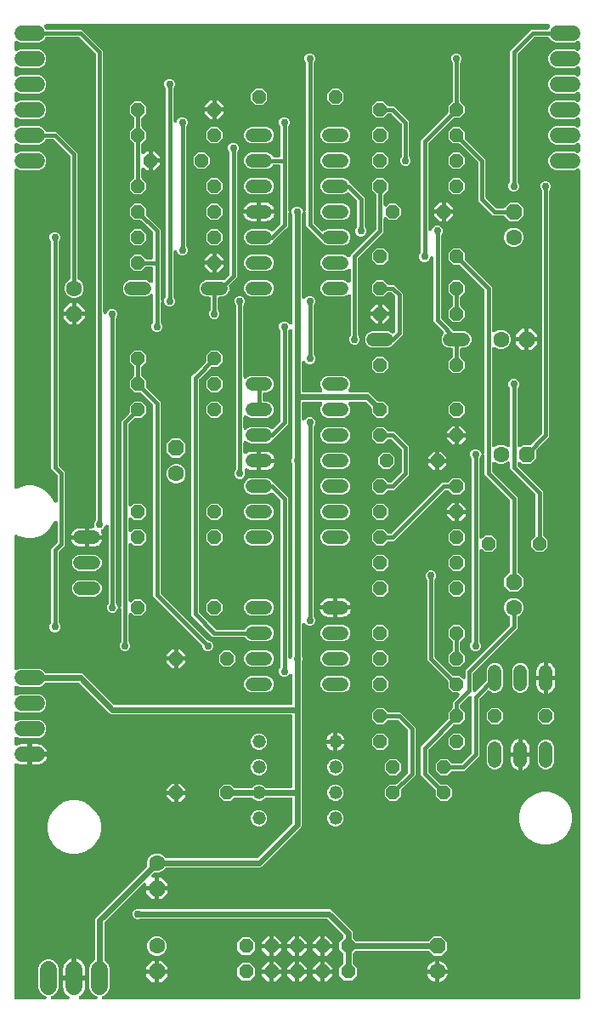
<source format=gbl>
G04 EAGLE Gerber RS-274X export*
G75*
%MOMM*%
%FSLAX34Y34*%
%LPD*%
%INBottom Copper*%
%IPPOS*%
%AMOC8*
5,1,8,0,0,1.08239X$1,22.5*%
G01*
%ADD10P,1.732040X8X22.500000*%
%ADD11C,1.600200*%
%ADD12P,1.732040X8X112.500000*%
%ADD13P,1.732040X8X292.500000*%
%ADD14P,1.429621X8X202.500000*%
%ADD15P,1.429621X8X22.500000*%
%ADD16C,1.320800*%
%ADD17C,1.676400*%
%ADD18C,1.320800*%
%ADD19C,1.524000*%
%ADD20P,1.539592X8X22.500000*%
%ADD21C,0.406400*%
%ADD22C,0.756400*%
%ADD23C,0.609600*%

G36*
X572026Y10163D02*
X572026Y10163D01*
X572044Y10161D01*
X572226Y10182D01*
X572409Y10201D01*
X572426Y10206D01*
X572443Y10208D01*
X572618Y10265D01*
X572794Y10319D01*
X572809Y10327D01*
X572826Y10333D01*
X572986Y10423D01*
X573148Y10511D01*
X573161Y10522D01*
X573177Y10531D01*
X573316Y10651D01*
X573457Y10768D01*
X573468Y10782D01*
X573482Y10794D01*
X573594Y10939D01*
X573709Y11082D01*
X573717Y11098D01*
X573728Y11112D01*
X573810Y11277D01*
X573895Y11439D01*
X573900Y11456D01*
X573908Y11472D01*
X573955Y11651D01*
X574006Y11826D01*
X574008Y11844D01*
X574012Y11861D01*
X574039Y12192D01*
X574039Y834768D01*
X574038Y834781D01*
X574039Y834795D01*
X574018Y834980D01*
X573999Y835168D01*
X573995Y835181D01*
X573994Y835195D01*
X573936Y835374D01*
X573881Y835553D01*
X573875Y835565D01*
X573871Y835578D01*
X573779Y835743D01*
X573689Y835907D01*
X573681Y835918D01*
X573674Y835929D01*
X573552Y836073D01*
X573432Y836217D01*
X573421Y836225D01*
X573413Y836235D01*
X573264Y836352D01*
X573118Y836469D01*
X573106Y836475D01*
X573096Y836483D01*
X572926Y836568D01*
X572761Y836655D01*
X572748Y836658D01*
X572736Y836664D01*
X572553Y836714D01*
X572374Y836766D01*
X572360Y836767D01*
X572347Y836771D01*
X572159Y836783D01*
X571972Y836799D01*
X571959Y836797D01*
X571946Y836798D01*
X571758Y836774D01*
X571573Y836752D01*
X571560Y836748D01*
X571547Y836746D01*
X571231Y836644D01*
X568239Y835405D01*
X549361Y835405D01*
X546000Y836797D01*
X543427Y839370D01*
X542035Y842731D01*
X542035Y846369D01*
X543427Y849730D01*
X546000Y852303D01*
X549361Y853695D01*
X568239Y853695D01*
X571231Y852456D01*
X571244Y852452D01*
X571255Y852445D01*
X571435Y852394D01*
X571616Y852339D01*
X571629Y852338D01*
X571642Y852334D01*
X571830Y852319D01*
X572017Y852301D01*
X572030Y852302D01*
X572044Y852301D01*
X572230Y852323D01*
X572417Y852343D01*
X572430Y852347D01*
X572443Y852348D01*
X572622Y852406D01*
X572802Y852462D01*
X572813Y852469D01*
X572826Y852473D01*
X572990Y852565D01*
X573155Y852656D01*
X573165Y852664D01*
X573177Y852671D01*
X573319Y852793D01*
X573463Y852915D01*
X573471Y852925D01*
X573482Y852934D01*
X573596Y853082D01*
X573714Y853230D01*
X573720Y853242D01*
X573728Y853252D01*
X573812Y853420D01*
X573898Y853588D01*
X573902Y853601D01*
X573908Y853613D01*
X573957Y853795D01*
X574008Y853975D01*
X574009Y853988D01*
X574012Y854001D01*
X574039Y854332D01*
X574039Y860168D01*
X574038Y860181D01*
X574039Y860194D01*
X574018Y860381D01*
X573999Y860568D01*
X573995Y860581D01*
X573994Y860595D01*
X573936Y860773D01*
X573881Y860953D01*
X573875Y860965D01*
X573871Y860978D01*
X573779Y861142D01*
X573689Y861307D01*
X573681Y861318D01*
X573674Y861329D01*
X573552Y861473D01*
X573432Y861617D01*
X573421Y861625D01*
X573413Y861635D01*
X573264Y861751D01*
X573118Y861869D01*
X573106Y861875D01*
X573096Y861883D01*
X572927Y861968D01*
X572761Y862054D01*
X572748Y862058D01*
X572736Y862064D01*
X572554Y862114D01*
X572374Y862166D01*
X572360Y862167D01*
X572347Y862171D01*
X572159Y862183D01*
X571972Y862199D01*
X571959Y862197D01*
X571946Y862198D01*
X571758Y862174D01*
X571573Y862152D01*
X571560Y862148D01*
X571547Y862146D01*
X571231Y862044D01*
X568239Y860805D01*
X549361Y860805D01*
X546000Y862197D01*
X543427Y864770D01*
X542035Y868131D01*
X542035Y871769D01*
X543427Y875130D01*
X546000Y877703D01*
X549361Y879095D01*
X568239Y879095D01*
X571231Y877856D01*
X571244Y877852D01*
X571255Y877846D01*
X571436Y877794D01*
X571616Y877739D01*
X571629Y877738D01*
X571642Y877734D01*
X571830Y877719D01*
X572017Y877701D01*
X572030Y877702D01*
X572044Y877701D01*
X572231Y877723D01*
X572417Y877743D01*
X572430Y877747D01*
X572443Y877748D01*
X572623Y877807D01*
X572802Y877862D01*
X572813Y877869D01*
X572826Y877873D01*
X572991Y877966D01*
X573155Y878056D01*
X573165Y878064D01*
X573177Y878071D01*
X573319Y878194D01*
X573463Y878315D01*
X573471Y878325D01*
X573482Y878334D01*
X573597Y878483D01*
X573714Y878630D01*
X573720Y878642D01*
X573728Y878652D01*
X573812Y878821D01*
X573898Y878988D01*
X573902Y879001D01*
X573908Y879013D01*
X573957Y879196D01*
X574008Y879375D01*
X574009Y879388D01*
X574012Y879401D01*
X574039Y879732D01*
X574039Y885568D01*
X574038Y885581D01*
X574039Y885594D01*
X574018Y885781D01*
X573999Y885968D01*
X573995Y885981D01*
X573994Y885995D01*
X573936Y886173D01*
X573881Y886353D01*
X573875Y886365D01*
X573871Y886378D01*
X573779Y886542D01*
X573689Y886707D01*
X573681Y886718D01*
X573674Y886729D01*
X573552Y886873D01*
X573432Y887017D01*
X573421Y887025D01*
X573413Y887035D01*
X573264Y887151D01*
X573118Y887269D01*
X573106Y887275D01*
X573096Y887283D01*
X572927Y887368D01*
X572761Y887454D01*
X572748Y887458D01*
X572736Y887464D01*
X572554Y887514D01*
X572374Y887566D01*
X572360Y887567D01*
X572347Y887571D01*
X572159Y887583D01*
X571972Y887599D01*
X571959Y887597D01*
X571946Y887598D01*
X571758Y887574D01*
X571573Y887552D01*
X571560Y887548D01*
X571547Y887546D01*
X571231Y887444D01*
X568239Y886205D01*
X549361Y886205D01*
X546000Y887597D01*
X543427Y890170D01*
X542035Y893531D01*
X542035Y897169D01*
X543427Y900530D01*
X546000Y903103D01*
X549361Y904495D01*
X568239Y904495D01*
X571231Y903256D01*
X571244Y903252D01*
X571255Y903246D01*
X571436Y903194D01*
X571616Y903139D01*
X571629Y903138D01*
X571642Y903134D01*
X571830Y903119D01*
X572017Y903101D01*
X572030Y903102D01*
X572044Y903101D01*
X572231Y903123D01*
X572417Y903143D01*
X572430Y903147D01*
X572443Y903148D01*
X572623Y903207D01*
X572802Y903262D01*
X572813Y903269D01*
X572826Y903273D01*
X572991Y903366D01*
X573155Y903456D01*
X573165Y903464D01*
X573177Y903471D01*
X573319Y903594D01*
X573463Y903715D01*
X573471Y903725D01*
X573482Y903734D01*
X573597Y903883D01*
X573714Y904030D01*
X573720Y904042D01*
X573728Y904052D01*
X573812Y904221D01*
X573898Y904388D01*
X573902Y904401D01*
X573908Y904413D01*
X573957Y904596D01*
X574008Y904775D01*
X574009Y904788D01*
X574012Y904801D01*
X574039Y905132D01*
X574039Y910968D01*
X574038Y910981D01*
X574039Y910994D01*
X574018Y911181D01*
X573999Y911368D01*
X573995Y911381D01*
X573994Y911395D01*
X573936Y911573D01*
X573881Y911753D01*
X573875Y911765D01*
X573871Y911778D01*
X573779Y911942D01*
X573689Y912107D01*
X573681Y912118D01*
X573674Y912129D01*
X573552Y912273D01*
X573432Y912417D01*
X573421Y912425D01*
X573413Y912435D01*
X573264Y912551D01*
X573118Y912669D01*
X573106Y912675D01*
X573096Y912683D01*
X572927Y912768D01*
X572761Y912854D01*
X572748Y912858D01*
X572736Y912864D01*
X572554Y912914D01*
X572374Y912966D01*
X572360Y912967D01*
X572347Y912971D01*
X572159Y912983D01*
X571972Y912999D01*
X571959Y912997D01*
X571946Y912998D01*
X571758Y912974D01*
X571573Y912952D01*
X571560Y912948D01*
X571547Y912946D01*
X571231Y912844D01*
X568897Y911878D01*
X568239Y911605D01*
X549361Y911605D01*
X546000Y912997D01*
X543427Y915570D01*
X542035Y918931D01*
X542035Y922569D01*
X543427Y925930D01*
X546000Y928503D01*
X549361Y929895D01*
X568239Y929895D01*
X571231Y928656D01*
X571244Y928652D01*
X571255Y928646D01*
X571436Y928594D01*
X571616Y928539D01*
X571629Y928538D01*
X571642Y928534D01*
X571830Y928519D01*
X572017Y928501D01*
X572030Y928502D01*
X572044Y928501D01*
X572231Y928523D01*
X572417Y928543D01*
X572430Y928547D01*
X572443Y928548D01*
X572623Y928607D01*
X572802Y928662D01*
X572813Y928669D01*
X572826Y928673D01*
X572991Y928766D01*
X573155Y928856D01*
X573165Y928864D01*
X573177Y928871D01*
X573319Y928994D01*
X573463Y929115D01*
X573471Y929125D01*
X573482Y929134D01*
X573597Y929283D01*
X573714Y929430D01*
X573720Y929442D01*
X573728Y929452D01*
X573812Y929621D01*
X573898Y929788D01*
X573902Y929801D01*
X573908Y929813D01*
X573957Y929996D01*
X574008Y930175D01*
X574009Y930188D01*
X574012Y930201D01*
X574039Y930532D01*
X574039Y936368D01*
X574038Y936381D01*
X574039Y936394D01*
X574018Y936581D01*
X573999Y936768D01*
X573995Y936781D01*
X573994Y936795D01*
X573936Y936973D01*
X573881Y937153D01*
X573875Y937165D01*
X573871Y937178D01*
X573779Y937342D01*
X573689Y937507D01*
X573681Y937518D01*
X573674Y937529D01*
X573552Y937673D01*
X573432Y937817D01*
X573421Y937825D01*
X573413Y937835D01*
X573264Y937951D01*
X573118Y938069D01*
X573106Y938075D01*
X573096Y938083D01*
X572927Y938168D01*
X572761Y938254D01*
X572748Y938258D01*
X572736Y938264D01*
X572554Y938314D01*
X572374Y938366D01*
X572360Y938367D01*
X572347Y938371D01*
X572159Y938383D01*
X571972Y938399D01*
X571959Y938397D01*
X571946Y938398D01*
X571758Y938374D01*
X571573Y938352D01*
X571560Y938348D01*
X571547Y938346D01*
X571231Y938244D01*
X568239Y937005D01*
X549361Y937005D01*
X546000Y938397D01*
X543427Y940970D01*
X542035Y944331D01*
X542035Y947969D01*
X543427Y951330D01*
X546000Y953903D01*
X549361Y955295D01*
X568239Y955295D01*
X571231Y954056D01*
X571244Y954052D01*
X571255Y954046D01*
X571436Y953994D01*
X571616Y953939D01*
X571629Y953938D01*
X571642Y953934D01*
X571830Y953919D01*
X572017Y953901D01*
X572030Y953902D01*
X572044Y953901D01*
X572231Y953923D01*
X572417Y953943D01*
X572430Y953947D01*
X572443Y953948D01*
X572623Y954007D01*
X572802Y954062D01*
X572813Y954069D01*
X572826Y954073D01*
X572991Y954166D01*
X573155Y954256D01*
X573165Y954264D01*
X573177Y954271D01*
X573319Y954394D01*
X573463Y954515D01*
X573471Y954525D01*
X573482Y954534D01*
X573597Y954683D01*
X573714Y954830D01*
X573720Y954842D01*
X573728Y954852D01*
X573812Y955021D01*
X573898Y955188D01*
X573902Y955201D01*
X573908Y955213D01*
X573957Y955396D01*
X574008Y955575D01*
X574009Y955588D01*
X574012Y955601D01*
X574039Y955932D01*
X574039Y961768D01*
X574038Y961781D01*
X574039Y961794D01*
X574018Y961981D01*
X573999Y962168D01*
X573995Y962181D01*
X573994Y962195D01*
X573936Y962373D01*
X573881Y962553D01*
X573875Y962565D01*
X573871Y962578D01*
X573779Y962742D01*
X573689Y962907D01*
X573681Y962918D01*
X573674Y962929D01*
X573552Y963073D01*
X573432Y963217D01*
X573421Y963225D01*
X573413Y963235D01*
X573264Y963351D01*
X573118Y963469D01*
X573106Y963475D01*
X573096Y963483D01*
X572927Y963568D01*
X572761Y963654D01*
X572748Y963658D01*
X572736Y963664D01*
X572554Y963714D01*
X572374Y963766D01*
X572360Y963767D01*
X572347Y963771D01*
X572159Y963783D01*
X571972Y963799D01*
X571959Y963797D01*
X571946Y963798D01*
X571758Y963774D01*
X571573Y963752D01*
X571560Y963748D01*
X571547Y963746D01*
X571231Y963644D01*
X568239Y962405D01*
X549361Y962405D01*
X546000Y963797D01*
X543427Y966370D01*
X543274Y966739D01*
X543264Y966759D01*
X543257Y966780D01*
X543169Y966936D01*
X543084Y967094D01*
X543070Y967111D01*
X543059Y967131D01*
X542942Y967267D01*
X542828Y967405D01*
X542811Y967419D01*
X542796Y967436D01*
X542655Y967545D01*
X542515Y967658D01*
X542495Y967669D01*
X542478Y967682D01*
X542318Y967762D01*
X542159Y967845D01*
X542137Y967852D01*
X542117Y967862D01*
X541944Y967908D01*
X541772Y967958D01*
X541750Y967960D01*
X541729Y967966D01*
X541398Y967993D01*
X529365Y967993D01*
X529338Y967991D01*
X529311Y967993D01*
X529137Y967971D01*
X528964Y967953D01*
X528938Y967946D01*
X528912Y967942D01*
X528746Y967886D01*
X528579Y967835D01*
X528555Y967822D01*
X528530Y967814D01*
X528379Y967727D01*
X528225Y967643D01*
X528205Y967626D01*
X528181Y967613D01*
X527928Y967398D01*
X512152Y951622D01*
X512135Y951601D01*
X512114Y951583D01*
X512007Y951446D01*
X511897Y951310D01*
X511884Y951287D01*
X511868Y951265D01*
X511790Y951108D01*
X511708Y950954D01*
X511700Y950929D01*
X511688Y950905D01*
X511643Y950735D01*
X511593Y950569D01*
X511591Y950542D01*
X511584Y950516D01*
X511557Y950185D01*
X511557Y823940D01*
X511559Y823913D01*
X511557Y823886D01*
X511579Y823712D01*
X511597Y823539D01*
X511604Y823513D01*
X511608Y823487D01*
X511663Y823321D01*
X511715Y823154D01*
X511728Y823130D01*
X511736Y823105D01*
X511823Y822953D01*
X511907Y822800D01*
X511924Y822779D01*
X511937Y822756D01*
X512152Y822503D01*
X512499Y822156D01*
X513307Y820206D01*
X513307Y818094D01*
X512499Y816144D01*
X511006Y814651D01*
X510346Y814378D01*
X509056Y813843D01*
X506944Y813843D01*
X504994Y814651D01*
X503501Y816144D01*
X502693Y818094D01*
X502693Y820206D01*
X503501Y822156D01*
X503848Y822503D01*
X503865Y822524D01*
X503886Y822541D01*
X503993Y822679D01*
X504103Y822815D01*
X504116Y822838D01*
X504132Y822859D01*
X504210Y823016D01*
X504292Y823170D01*
X504300Y823196D01*
X504312Y823220D01*
X504357Y823389D01*
X504407Y823556D01*
X504409Y823583D01*
X504416Y823609D01*
X504443Y823940D01*
X504443Y953973D01*
X507122Y956652D01*
X522898Y972428D01*
X525577Y975107D01*
X541398Y975107D01*
X541420Y975109D01*
X541442Y975107D01*
X541620Y975129D01*
X541798Y975147D01*
X541820Y975153D01*
X541842Y975156D01*
X542012Y975212D01*
X542183Y975265D01*
X542203Y975275D01*
X542224Y975282D01*
X542380Y975371D01*
X542537Y975457D01*
X542555Y975471D01*
X542574Y975482D01*
X542709Y975600D01*
X542847Y975714D01*
X542861Y975732D01*
X542877Y975746D01*
X542987Y975889D01*
X543099Y976028D01*
X543109Y976048D01*
X543123Y976066D01*
X543274Y976361D01*
X543427Y976730D01*
X543662Y976964D01*
X543668Y976972D01*
X543675Y976977D01*
X543795Y977127D01*
X543917Y977276D01*
X543921Y977284D01*
X543927Y977291D01*
X544016Y977462D01*
X544106Y977632D01*
X544108Y977640D01*
X544112Y977649D01*
X544166Y977833D01*
X544220Y978018D01*
X544221Y978027D01*
X544224Y978035D01*
X544239Y978226D01*
X544257Y978419D01*
X544256Y978428D01*
X544257Y978437D01*
X544234Y978628D01*
X544213Y978819D01*
X544211Y978827D01*
X544210Y978837D01*
X544150Y979018D01*
X544092Y979203D01*
X544087Y979211D01*
X544085Y979219D01*
X543990Y979387D01*
X543897Y979555D01*
X543891Y979562D01*
X543887Y979570D01*
X543760Y979716D01*
X543637Y979862D01*
X543629Y979868D01*
X543623Y979875D01*
X543473Y979992D01*
X543321Y980112D01*
X543312Y980116D01*
X543305Y980121D01*
X543133Y980207D01*
X542962Y980294D01*
X542953Y980296D01*
X542945Y980301D01*
X542756Y980351D01*
X542574Y980402D01*
X542565Y980403D01*
X542556Y980405D01*
X542225Y980432D01*
X42060Y980346D01*
X42051Y980346D01*
X42042Y980346D01*
X41852Y980326D01*
X41659Y980307D01*
X41651Y980304D01*
X41642Y980303D01*
X41456Y980244D01*
X41274Y980188D01*
X41267Y980184D01*
X41258Y980181D01*
X41088Y980087D01*
X40920Y979997D01*
X40913Y979991D01*
X40906Y979987D01*
X40758Y979862D01*
X40611Y979739D01*
X40605Y979732D01*
X40599Y979726D01*
X40479Y979574D01*
X40359Y979425D01*
X40355Y979417D01*
X40349Y979410D01*
X40262Y979238D01*
X40173Y979068D01*
X40171Y979059D01*
X40167Y979051D01*
X40115Y978866D01*
X40062Y978681D01*
X40061Y978672D01*
X40059Y978663D01*
X40045Y978471D01*
X40029Y978279D01*
X40030Y978271D01*
X40029Y978262D01*
X40054Y978071D01*
X40076Y977879D01*
X40079Y977871D01*
X40080Y977862D01*
X40141Y977680D01*
X40201Y977497D01*
X40205Y977489D01*
X40208Y977481D01*
X40304Y977314D01*
X40399Y977146D01*
X40405Y977139D01*
X40409Y977132D01*
X40624Y976879D01*
X40773Y976730D01*
X40926Y976361D01*
X40936Y976341D01*
X40943Y976320D01*
X41031Y976164D01*
X41116Y976006D01*
X41130Y975989D01*
X41141Y975969D01*
X41258Y975833D01*
X41372Y975695D01*
X41389Y975681D01*
X41404Y975664D01*
X41545Y975555D01*
X41685Y975442D01*
X41705Y975431D01*
X41722Y975418D01*
X41882Y975338D01*
X42041Y975255D01*
X42063Y975248D01*
X42083Y975238D01*
X42256Y975192D01*
X42428Y975142D01*
X42450Y975140D01*
X42471Y975134D01*
X42802Y975107D01*
X77673Y975107D01*
X98807Y953973D01*
X98807Y694155D01*
X98807Y694151D01*
X98807Y694146D01*
X98827Y693952D01*
X98847Y693754D01*
X98848Y693750D01*
X98848Y693746D01*
X98907Y693558D01*
X98965Y693370D01*
X98967Y693366D01*
X98968Y693361D01*
X99064Y693187D01*
X99157Y693016D01*
X99159Y693012D01*
X99162Y693008D01*
X99290Y692855D01*
X99414Y692706D01*
X99418Y692704D01*
X99421Y692700D01*
X99576Y692577D01*
X99728Y692454D01*
X99732Y692452D01*
X99736Y692449D01*
X99915Y692357D01*
X100085Y692268D01*
X100090Y692267D01*
X100094Y692265D01*
X100287Y692210D01*
X100472Y692157D01*
X100477Y692157D01*
X100481Y692155D01*
X100677Y692140D01*
X100874Y692124D01*
X100878Y692125D01*
X100882Y692124D01*
X101076Y692148D01*
X101273Y692171D01*
X101278Y692172D01*
X101282Y692173D01*
X101467Y692234D01*
X101656Y692296D01*
X101660Y692298D01*
X101664Y692300D01*
X101833Y692396D01*
X102007Y692494D01*
X102010Y692497D01*
X102014Y692499D01*
X102161Y692627D01*
X102311Y692757D01*
X102314Y692761D01*
X102318Y692763D01*
X102438Y692920D01*
X102558Y693075D01*
X102560Y693079D01*
X102563Y693083D01*
X102715Y693378D01*
X103451Y695156D01*
X104944Y696649D01*
X105505Y696881D01*
X106894Y697457D01*
X109006Y697457D01*
X110956Y696649D01*
X112449Y695156D01*
X113257Y693206D01*
X113257Y691094D01*
X112449Y689144D01*
X112102Y688797D01*
X112085Y688776D01*
X112064Y688759D01*
X111957Y688621D01*
X111847Y688485D01*
X111834Y688462D01*
X111818Y688441D01*
X111740Y688284D01*
X111658Y688130D01*
X111650Y688104D01*
X111638Y688080D01*
X111593Y687911D01*
X111543Y687744D01*
X111541Y687717D01*
X111534Y687691D01*
X111507Y687360D01*
X111507Y404840D01*
X111509Y404813D01*
X111507Y404786D01*
X111529Y404612D01*
X111547Y404439D01*
X111554Y404413D01*
X111558Y404387D01*
X111613Y404221D01*
X111665Y404054D01*
X111678Y404030D01*
X111686Y404005D01*
X111773Y403853D01*
X111857Y403700D01*
X111874Y403679D01*
X111887Y403656D01*
X112102Y403403D01*
X112449Y403056D01*
X113185Y401278D01*
X113188Y401274D01*
X113189Y401270D01*
X113282Y401098D01*
X113376Y400923D01*
X113378Y400919D01*
X113381Y400916D01*
X113506Y400765D01*
X113632Y400613D01*
X113635Y400610D01*
X113638Y400606D01*
X113791Y400483D01*
X113945Y400359D01*
X113949Y400357D01*
X113952Y400354D01*
X114125Y400264D01*
X114301Y400172D01*
X114305Y400170D01*
X114309Y400168D01*
X114497Y400114D01*
X114688Y400059D01*
X114692Y400058D01*
X114696Y400057D01*
X114796Y400049D01*
X114627Y400029D01*
X114622Y400028D01*
X114618Y400027D01*
X114433Y399966D01*
X114244Y399904D01*
X114240Y399902D01*
X114236Y399900D01*
X114066Y399804D01*
X113893Y399706D01*
X113890Y399703D01*
X113886Y399701D01*
X113739Y399573D01*
X113589Y399443D01*
X113586Y399439D01*
X113582Y399437D01*
X113462Y399280D01*
X113342Y399125D01*
X113340Y399121D01*
X113337Y399117D01*
X113185Y398822D01*
X112449Y397044D01*
X110956Y395551D01*
X109006Y394743D01*
X106894Y394743D01*
X104944Y395551D01*
X103451Y397044D01*
X102643Y398994D01*
X102643Y401106D01*
X103451Y403056D01*
X103798Y403403D01*
X103815Y403424D01*
X103836Y403441D01*
X103943Y403579D01*
X104053Y403715D01*
X104066Y403738D01*
X104082Y403759D01*
X104160Y403916D01*
X104242Y404070D01*
X104250Y404096D01*
X104262Y404120D01*
X104307Y404289D01*
X104357Y404456D01*
X104359Y404483D01*
X104366Y404509D01*
X104393Y404840D01*
X104393Y480595D01*
X104393Y480599D01*
X104393Y480604D01*
X104373Y480796D01*
X104353Y480996D01*
X104352Y481000D01*
X104352Y481004D01*
X104293Y481192D01*
X104235Y481380D01*
X104233Y481384D01*
X104232Y481389D01*
X104136Y481563D01*
X104043Y481734D01*
X104041Y481738D01*
X104038Y481742D01*
X103910Y481894D01*
X103786Y482044D01*
X103782Y482046D01*
X103779Y482050D01*
X103624Y482173D01*
X103472Y482296D01*
X103468Y482298D01*
X103464Y482301D01*
X103286Y482393D01*
X103115Y482482D01*
X103110Y482483D01*
X103106Y482485D01*
X102913Y482540D01*
X102728Y482593D01*
X102723Y482593D01*
X102719Y482595D01*
X102523Y482610D01*
X102326Y482626D01*
X102322Y482625D01*
X102318Y482626D01*
X102124Y482602D01*
X101927Y482579D01*
X101922Y482578D01*
X101918Y482577D01*
X101733Y482516D01*
X101544Y482454D01*
X101540Y482452D01*
X101536Y482450D01*
X101366Y482354D01*
X101193Y482256D01*
X101190Y482253D01*
X101186Y482251D01*
X101039Y482123D01*
X100889Y481993D01*
X100886Y481989D01*
X100882Y481987D01*
X100761Y481829D01*
X100642Y481675D01*
X100640Y481671D01*
X100637Y481667D01*
X100485Y481372D01*
X99749Y479594D01*
X98256Y478101D01*
X97749Y477891D01*
X97700Y477865D01*
X97647Y477846D01*
X97522Y477770D01*
X97394Y477701D01*
X97351Y477665D01*
X97303Y477637D01*
X97196Y477538D01*
X97083Y477444D01*
X97048Y477401D01*
X97007Y477364D01*
X96922Y477245D01*
X96830Y477132D01*
X96804Y477083D01*
X96771Y477038D01*
X96710Y476905D01*
X96643Y476775D01*
X96627Y476722D01*
X96604Y476671D01*
X96571Y476529D01*
X96529Y476389D01*
X96525Y476333D01*
X96512Y476279D01*
X96507Y476133D01*
X96495Y475988D01*
X96501Y475933D01*
X96499Y475877D01*
X96524Y475733D01*
X96540Y475588D01*
X96557Y475535D01*
X96566Y475480D01*
X96618Y475343D01*
X96663Y475204D01*
X96690Y475156D01*
X96710Y475104D01*
X96822Y474920D01*
X96860Y474853D01*
X96871Y474839D01*
X96883Y474820D01*
X96975Y474693D01*
X97629Y473410D01*
X98074Y472041D01*
X98091Y471931D01*
X84581Y471931D01*
X84581Y479045D01*
X87939Y479045D01*
X87952Y479046D01*
X87966Y479045D01*
X88152Y479066D01*
X88339Y479085D01*
X88352Y479089D01*
X88366Y479090D01*
X88544Y479148D01*
X88724Y479203D01*
X88736Y479209D01*
X88749Y479213D01*
X88913Y479305D01*
X89078Y479395D01*
X89089Y479403D01*
X89101Y479410D01*
X89244Y479533D01*
X89388Y479652D01*
X89396Y479663D01*
X89407Y479672D01*
X89523Y479820D01*
X89640Y479966D01*
X89646Y479978D01*
X89655Y479989D01*
X89739Y480157D01*
X89825Y480323D01*
X89829Y480336D01*
X89835Y480349D01*
X89885Y480530D01*
X89937Y480710D01*
X89938Y480724D01*
X89941Y480737D01*
X89954Y480924D01*
X89970Y481112D01*
X89968Y481125D01*
X89969Y481139D01*
X89945Y481325D01*
X89943Y481336D01*
X89943Y483656D01*
X90751Y485606D01*
X91098Y485953D01*
X91115Y485974D01*
X91136Y485991D01*
X91243Y486129D01*
X91353Y486265D01*
X91366Y486288D01*
X91382Y486309D01*
X91460Y486466D01*
X91542Y486620D01*
X91550Y486646D01*
X91562Y486670D01*
X91607Y486839D01*
X91657Y487006D01*
X91659Y487033D01*
X91666Y487059D01*
X91693Y487390D01*
X91693Y950185D01*
X91691Y950212D01*
X91693Y950239D01*
X91671Y950413D01*
X91653Y950586D01*
X91646Y950611D01*
X91642Y950638D01*
X91587Y950804D01*
X91535Y950971D01*
X91522Y950994D01*
X91514Y951020D01*
X91427Y951171D01*
X91343Y951325D01*
X91326Y951345D01*
X91313Y951369D01*
X91098Y951622D01*
X75322Y967398D01*
X75301Y967415D01*
X75283Y967436D01*
X75146Y967543D01*
X75010Y967653D01*
X74987Y967666D01*
X74965Y967682D01*
X74808Y967760D01*
X74654Y967842D01*
X74629Y967850D01*
X74605Y967862D01*
X74435Y967907D01*
X74269Y967957D01*
X74242Y967959D01*
X74216Y967966D01*
X73885Y967993D01*
X42802Y967993D01*
X42780Y967991D01*
X42758Y967993D01*
X42580Y967971D01*
X42402Y967953D01*
X42380Y967947D01*
X42358Y967944D01*
X42188Y967888D01*
X42017Y967835D01*
X41997Y967825D01*
X41976Y967818D01*
X41820Y967729D01*
X41663Y967643D01*
X41645Y967629D01*
X41626Y967618D01*
X41491Y967500D01*
X41353Y967386D01*
X41339Y967368D01*
X41323Y967354D01*
X41213Y967211D01*
X41101Y967072D01*
X41091Y967052D01*
X41077Y967034D01*
X40926Y966739D01*
X40773Y966370D01*
X38200Y963797D01*
X34839Y962405D01*
X15961Y962405D01*
X12969Y963644D01*
X12956Y963648D01*
X12945Y963655D01*
X12765Y963706D01*
X12584Y963761D01*
X12571Y963762D01*
X12558Y963766D01*
X12370Y963781D01*
X12183Y963799D01*
X12170Y963798D01*
X12156Y963799D01*
X11970Y963777D01*
X11783Y963757D01*
X11770Y963753D01*
X11757Y963752D01*
X11578Y963694D01*
X11398Y963638D01*
X11387Y963631D01*
X11374Y963627D01*
X11210Y963535D01*
X11045Y963444D01*
X11035Y963436D01*
X11023Y963429D01*
X10881Y963307D01*
X10737Y963185D01*
X10729Y963175D01*
X10718Y963166D01*
X10604Y963018D01*
X10486Y962870D01*
X10480Y962858D01*
X10472Y962848D01*
X10388Y962680D01*
X10302Y962512D01*
X10298Y962499D01*
X10292Y962487D01*
X10243Y962305D01*
X10192Y962125D01*
X10191Y962112D01*
X10188Y962099D01*
X10161Y961768D01*
X10161Y955932D01*
X10162Y955919D01*
X10161Y955905D01*
X10182Y955719D01*
X10201Y955532D01*
X10205Y955519D01*
X10206Y955505D01*
X10264Y955326D01*
X10319Y955147D01*
X10325Y955135D01*
X10329Y955122D01*
X10421Y954957D01*
X10511Y954793D01*
X10519Y954782D01*
X10526Y954771D01*
X10648Y954627D01*
X10768Y954483D01*
X10779Y954475D01*
X10787Y954465D01*
X10936Y954348D01*
X11082Y954231D01*
X11094Y954225D01*
X11104Y954217D01*
X11274Y954132D01*
X11439Y954045D01*
X11452Y954042D01*
X11464Y954036D01*
X11647Y953986D01*
X11826Y953934D01*
X11840Y953933D01*
X11853Y953929D01*
X12041Y953917D01*
X12228Y953901D01*
X12241Y953903D01*
X12254Y953902D01*
X12442Y953926D01*
X12627Y953948D01*
X12640Y953952D01*
X12653Y953954D01*
X12969Y954056D01*
X15961Y955295D01*
X34839Y955295D01*
X38200Y953903D01*
X40773Y951330D01*
X42165Y947969D01*
X42165Y944331D01*
X40773Y940970D01*
X38200Y938397D01*
X34839Y937005D01*
X15961Y937005D01*
X12969Y938244D01*
X12956Y938248D01*
X12945Y938255D01*
X12765Y938306D01*
X12584Y938361D01*
X12571Y938362D01*
X12558Y938366D01*
X12370Y938381D01*
X12183Y938399D01*
X12170Y938398D01*
X12156Y938399D01*
X11970Y938377D01*
X11783Y938357D01*
X11770Y938353D01*
X11757Y938352D01*
X11578Y938294D01*
X11398Y938238D01*
X11387Y938231D01*
X11374Y938227D01*
X11210Y938135D01*
X11045Y938044D01*
X11035Y938036D01*
X11023Y938029D01*
X10881Y937907D01*
X10737Y937785D01*
X10729Y937775D01*
X10718Y937766D01*
X10604Y937618D01*
X10486Y937470D01*
X10480Y937458D01*
X10472Y937448D01*
X10388Y937280D01*
X10302Y937112D01*
X10298Y937099D01*
X10292Y937087D01*
X10243Y936905D01*
X10192Y936725D01*
X10191Y936712D01*
X10188Y936699D01*
X10161Y936368D01*
X10161Y930532D01*
X10162Y930519D01*
X10161Y930505D01*
X10182Y930319D01*
X10201Y930132D01*
X10205Y930119D01*
X10206Y930105D01*
X10264Y929926D01*
X10319Y929747D01*
X10325Y929735D01*
X10329Y929722D01*
X10421Y929557D01*
X10511Y929393D01*
X10519Y929382D01*
X10526Y929371D01*
X10648Y929227D01*
X10768Y929083D01*
X10779Y929075D01*
X10787Y929065D01*
X10936Y928948D01*
X11082Y928831D01*
X11094Y928825D01*
X11104Y928817D01*
X11274Y928732D01*
X11439Y928645D01*
X11452Y928642D01*
X11464Y928636D01*
X11647Y928586D01*
X11826Y928534D01*
X11840Y928533D01*
X11853Y928529D01*
X12041Y928517D01*
X12228Y928501D01*
X12241Y928503D01*
X12254Y928502D01*
X12442Y928526D01*
X12627Y928548D01*
X12640Y928552D01*
X12653Y928554D01*
X12969Y928656D01*
X15961Y929895D01*
X34839Y929895D01*
X38200Y928503D01*
X40773Y925930D01*
X42165Y922569D01*
X42165Y918931D01*
X40773Y915570D01*
X38200Y912997D01*
X35497Y911878D01*
X34839Y911605D01*
X15961Y911605D01*
X12969Y912844D01*
X12956Y912848D01*
X12945Y912855D01*
X12765Y912906D01*
X12584Y912961D01*
X12571Y912962D01*
X12558Y912966D01*
X12370Y912981D01*
X12183Y912999D01*
X12170Y912998D01*
X12156Y912999D01*
X11970Y912977D01*
X11783Y912957D01*
X11770Y912953D01*
X11757Y912952D01*
X11578Y912894D01*
X11398Y912838D01*
X11387Y912831D01*
X11374Y912827D01*
X11210Y912735D01*
X11045Y912644D01*
X11035Y912636D01*
X11023Y912629D01*
X10881Y912507D01*
X10737Y912385D01*
X10729Y912375D01*
X10718Y912366D01*
X10604Y912218D01*
X10486Y912070D01*
X10480Y912058D01*
X10472Y912048D01*
X10388Y911880D01*
X10302Y911712D01*
X10298Y911699D01*
X10292Y911687D01*
X10243Y911505D01*
X10192Y911325D01*
X10191Y911312D01*
X10188Y911299D01*
X10161Y910968D01*
X10161Y905132D01*
X10162Y905119D01*
X10161Y905105D01*
X10182Y904919D01*
X10201Y904732D01*
X10205Y904719D01*
X10206Y904705D01*
X10264Y904526D01*
X10319Y904347D01*
X10325Y904335D01*
X10329Y904322D01*
X10421Y904157D01*
X10511Y903993D01*
X10519Y903982D01*
X10526Y903971D01*
X10648Y903827D01*
X10768Y903683D01*
X10779Y903675D01*
X10787Y903665D01*
X10936Y903548D01*
X11082Y903431D01*
X11094Y903425D01*
X11104Y903417D01*
X11274Y903332D01*
X11439Y903245D01*
X11452Y903242D01*
X11464Y903236D01*
X11647Y903186D01*
X11826Y903134D01*
X11840Y903133D01*
X11853Y903129D01*
X12041Y903117D01*
X12228Y903101D01*
X12241Y903103D01*
X12254Y903102D01*
X12442Y903126D01*
X12627Y903148D01*
X12640Y903152D01*
X12653Y903154D01*
X12969Y903256D01*
X15961Y904495D01*
X34839Y904495D01*
X38200Y903103D01*
X40773Y900530D01*
X42165Y897169D01*
X42165Y893531D01*
X40773Y890170D01*
X38200Y887597D01*
X34839Y886205D01*
X15961Y886205D01*
X12969Y887444D01*
X12956Y887448D01*
X12945Y887455D01*
X12765Y887506D01*
X12584Y887561D01*
X12571Y887562D01*
X12558Y887566D01*
X12370Y887581D01*
X12183Y887599D01*
X12170Y887598D01*
X12156Y887599D01*
X11970Y887577D01*
X11783Y887557D01*
X11770Y887553D01*
X11757Y887552D01*
X11578Y887494D01*
X11398Y887438D01*
X11387Y887431D01*
X11374Y887427D01*
X11210Y887335D01*
X11045Y887244D01*
X11035Y887236D01*
X11023Y887229D01*
X10881Y887107D01*
X10737Y886985D01*
X10729Y886975D01*
X10718Y886966D01*
X10604Y886818D01*
X10486Y886670D01*
X10480Y886658D01*
X10472Y886648D01*
X10388Y886480D01*
X10302Y886312D01*
X10298Y886299D01*
X10292Y886287D01*
X10243Y886104D01*
X10192Y885925D01*
X10191Y885912D01*
X10188Y885899D01*
X10161Y885568D01*
X10161Y879732D01*
X10162Y879719D01*
X10161Y879705D01*
X10182Y879519D01*
X10201Y879332D01*
X10205Y879319D01*
X10206Y879305D01*
X10264Y879126D01*
X10319Y878947D01*
X10325Y878935D01*
X10329Y878922D01*
X10421Y878757D01*
X10511Y878593D01*
X10519Y878582D01*
X10526Y878571D01*
X10648Y878427D01*
X10768Y878283D01*
X10779Y878275D01*
X10787Y878265D01*
X10936Y878148D01*
X11082Y878031D01*
X11094Y878025D01*
X11104Y878017D01*
X11274Y877932D01*
X11439Y877845D01*
X11452Y877842D01*
X11464Y877836D01*
X11647Y877786D01*
X11826Y877734D01*
X11840Y877733D01*
X11853Y877729D01*
X12041Y877717D01*
X12228Y877701D01*
X12241Y877703D01*
X12254Y877702D01*
X12442Y877726D01*
X12627Y877748D01*
X12640Y877752D01*
X12653Y877754D01*
X12969Y877856D01*
X15961Y879095D01*
X34839Y879095D01*
X38200Y877703D01*
X40773Y875130D01*
X40926Y874761D01*
X40936Y874741D01*
X40943Y874720D01*
X41031Y874564D01*
X41116Y874406D01*
X41130Y874389D01*
X41141Y874369D01*
X41258Y874233D01*
X41372Y874095D01*
X41389Y874081D01*
X41404Y874064D01*
X41545Y873955D01*
X41685Y873842D01*
X41705Y873831D01*
X41722Y873818D01*
X41882Y873738D01*
X42041Y873655D01*
X42063Y873648D01*
X42083Y873638D01*
X42256Y873592D01*
X42428Y873542D01*
X42450Y873540D01*
X42471Y873534D01*
X42802Y873507D01*
X52273Y873507D01*
X73407Y852373D01*
X73407Y727745D01*
X73409Y727722D01*
X73407Y727700D01*
X73429Y727523D01*
X73447Y727344D01*
X73453Y727323D01*
X73456Y727300D01*
X73512Y727131D01*
X73565Y726959D01*
X73575Y726939D01*
X73582Y726918D01*
X73671Y726763D01*
X73757Y726605D01*
X73771Y726588D01*
X73782Y726569D01*
X73900Y726433D01*
X74014Y726296D01*
X74032Y726282D01*
X74046Y726265D01*
X74188Y726156D01*
X74328Y726043D01*
X74348Y726033D01*
X74366Y726020D01*
X74661Y725868D01*
X75246Y725626D01*
X77926Y722946D01*
X79376Y719445D01*
X79376Y715655D01*
X77926Y712154D01*
X75246Y709474D01*
X71745Y708024D01*
X67955Y708024D01*
X64454Y709474D01*
X61774Y712154D01*
X60324Y715655D01*
X60324Y719445D01*
X61774Y722946D01*
X64454Y725626D01*
X65039Y725868D01*
X65059Y725878D01*
X65080Y725885D01*
X65236Y725974D01*
X65394Y726058D01*
X65411Y726072D01*
X65431Y726083D01*
X65566Y726200D01*
X65705Y726315D01*
X65719Y726332D01*
X65736Y726346D01*
X65845Y726488D01*
X65958Y726627D01*
X65969Y726647D01*
X65982Y726665D01*
X66062Y726825D01*
X66145Y726984D01*
X66152Y727005D01*
X66162Y727025D01*
X66208Y727199D01*
X66258Y727370D01*
X66260Y727392D01*
X66266Y727414D01*
X66293Y727745D01*
X66293Y848585D01*
X66291Y848612D01*
X66293Y848639D01*
X66271Y848812D01*
X66253Y848986D01*
X66246Y849011D01*
X66242Y849038D01*
X66187Y849204D01*
X66135Y849371D01*
X66122Y849394D01*
X66114Y849420D01*
X66027Y849571D01*
X65943Y849725D01*
X65926Y849745D01*
X65913Y849769D01*
X65698Y850022D01*
X49922Y865798D01*
X49901Y865815D01*
X49883Y865836D01*
X49746Y865943D01*
X49610Y866053D01*
X49587Y866066D01*
X49565Y866082D01*
X49408Y866160D01*
X49254Y866242D01*
X49229Y866250D01*
X49205Y866262D01*
X49035Y866307D01*
X48869Y866357D01*
X48842Y866359D01*
X48816Y866366D01*
X48485Y866393D01*
X42802Y866393D01*
X42780Y866391D01*
X42758Y866393D01*
X42580Y866371D01*
X42402Y866353D01*
X42380Y866347D01*
X42358Y866344D01*
X42188Y866288D01*
X42017Y866235D01*
X41997Y866225D01*
X41976Y866218D01*
X41820Y866129D01*
X41663Y866043D01*
X41645Y866029D01*
X41626Y866018D01*
X41491Y865900D01*
X41353Y865786D01*
X41339Y865768D01*
X41323Y865754D01*
X41213Y865611D01*
X41101Y865472D01*
X41091Y865452D01*
X41077Y865434D01*
X40926Y865139D01*
X40773Y864770D01*
X38200Y862197D01*
X34839Y860805D01*
X15961Y860805D01*
X12969Y862044D01*
X12956Y862048D01*
X12945Y862055D01*
X12765Y862106D01*
X12584Y862161D01*
X12571Y862162D01*
X12558Y862166D01*
X12370Y862181D01*
X12183Y862199D01*
X12170Y862198D01*
X12156Y862199D01*
X11970Y862177D01*
X11783Y862157D01*
X11770Y862153D01*
X11757Y862152D01*
X11578Y862094D01*
X11398Y862038D01*
X11387Y862031D01*
X11374Y862027D01*
X11210Y861935D01*
X11045Y861844D01*
X11035Y861836D01*
X11023Y861829D01*
X10881Y861707D01*
X10737Y861585D01*
X10729Y861575D01*
X10718Y861566D01*
X10604Y861418D01*
X10486Y861270D01*
X10480Y861258D01*
X10472Y861248D01*
X10388Y861080D01*
X10302Y860912D01*
X10298Y860899D01*
X10292Y860887D01*
X10243Y860705D01*
X10192Y860525D01*
X10191Y860512D01*
X10188Y860499D01*
X10161Y860168D01*
X10161Y854332D01*
X10162Y854319D01*
X10161Y854305D01*
X10182Y854119D01*
X10201Y853932D01*
X10205Y853919D01*
X10206Y853905D01*
X10264Y853726D01*
X10319Y853547D01*
X10325Y853535D01*
X10329Y853522D01*
X10421Y853357D01*
X10511Y853193D01*
X10519Y853182D01*
X10526Y853171D01*
X10648Y853027D01*
X10768Y852883D01*
X10779Y852875D01*
X10787Y852865D01*
X10936Y852748D01*
X11082Y852631D01*
X11094Y852625D01*
X11104Y852617D01*
X11274Y852532D01*
X11439Y852445D01*
X11452Y852442D01*
X11464Y852436D01*
X11647Y852386D01*
X11826Y852334D01*
X11840Y852333D01*
X11853Y852329D01*
X12041Y852317D01*
X12228Y852301D01*
X12241Y852303D01*
X12254Y852302D01*
X12442Y852326D01*
X12627Y852348D01*
X12640Y852352D01*
X12653Y852354D01*
X12969Y852456D01*
X15961Y853695D01*
X34839Y853695D01*
X38200Y852303D01*
X40773Y849730D01*
X42165Y846369D01*
X42165Y842731D01*
X40773Y839370D01*
X38200Y836797D01*
X34839Y835405D01*
X15961Y835405D01*
X12969Y836644D01*
X12956Y836648D01*
X12945Y836655D01*
X12765Y836706D01*
X12584Y836761D01*
X12571Y836762D01*
X12558Y836766D01*
X12370Y836781D01*
X12183Y836799D01*
X12170Y836798D01*
X12156Y836799D01*
X11970Y836777D01*
X11783Y836757D01*
X11770Y836753D01*
X11757Y836752D01*
X11578Y836694D01*
X11398Y836638D01*
X11387Y836631D01*
X11374Y836627D01*
X11210Y836535D01*
X11045Y836444D01*
X11035Y836436D01*
X11023Y836429D01*
X10881Y836307D01*
X10737Y836185D01*
X10729Y836175D01*
X10718Y836166D01*
X10604Y836018D01*
X10486Y835870D01*
X10480Y835858D01*
X10472Y835848D01*
X10388Y835680D01*
X10302Y835512D01*
X10298Y835499D01*
X10292Y835487D01*
X10243Y835305D01*
X10192Y835125D01*
X10191Y835112D01*
X10188Y835099D01*
X10161Y834768D01*
X10161Y520230D01*
X10175Y520084D01*
X10182Y519938D01*
X10195Y519884D01*
X10201Y519829D01*
X10244Y519690D01*
X10279Y519548D01*
X10302Y519498D01*
X10319Y519444D01*
X10388Y519316D01*
X10451Y519184D01*
X10484Y519139D01*
X10511Y519090D01*
X10604Y518978D01*
X10691Y518861D01*
X10733Y518824D01*
X10768Y518781D01*
X10882Y518690D01*
X10991Y518592D01*
X11039Y518564D01*
X11082Y518529D01*
X11212Y518461D01*
X11338Y518387D01*
X11390Y518369D01*
X11439Y518343D01*
X11580Y518303D01*
X11718Y518255D01*
X11773Y518247D01*
X11826Y518232D01*
X11972Y518220D01*
X12117Y518200D01*
X12172Y518204D01*
X12228Y518199D01*
X12373Y518216D01*
X12519Y518225D01*
X12572Y518239D01*
X12627Y518246D01*
X12766Y518291D01*
X12908Y518329D01*
X12965Y518356D01*
X13010Y518371D01*
X13083Y518412D01*
X13208Y518471D01*
X15302Y519680D01*
X21956Y521463D01*
X28844Y521463D01*
X35498Y519680D01*
X41464Y516235D01*
X46335Y511364D01*
X49803Y505358D01*
X49846Y505299D01*
X49881Y505234D01*
X49963Y505136D01*
X50038Y505031D01*
X50091Y504981D01*
X50138Y504925D01*
X50238Y504845D01*
X50333Y504757D01*
X50395Y504719D01*
X50452Y504673D01*
X50566Y504614D01*
X50676Y504546D01*
X50744Y504521D01*
X50809Y504487D01*
X50933Y504452D01*
X51053Y504407D01*
X51126Y504396D01*
X51196Y504376D01*
X51325Y504365D01*
X51451Y504346D01*
X51524Y504349D01*
X51598Y504343D01*
X51725Y504358D01*
X51854Y504364D01*
X51925Y504381D01*
X51997Y504390D01*
X52120Y504430D01*
X52244Y504461D01*
X52310Y504492D01*
X52380Y504515D01*
X52492Y504578D01*
X52608Y504633D01*
X52667Y504677D01*
X52731Y504713D01*
X52828Y504797D01*
X52931Y504873D01*
X52980Y504928D01*
X53036Y504976D01*
X53114Y505077D01*
X53200Y505173D01*
X53237Y505236D01*
X53282Y505294D01*
X53340Y505409D01*
X53405Y505520D01*
X53429Y505589D01*
X53462Y505654D01*
X53495Y505779D01*
X53537Y505900D01*
X53547Y505972D01*
X53566Y506043D01*
X53580Y506213D01*
X53592Y506299D01*
X53590Y506332D01*
X53593Y506374D01*
X53593Y531085D01*
X53591Y531112D01*
X53593Y531139D01*
X53571Y531313D01*
X53553Y531486D01*
X53546Y531511D01*
X53542Y531538D01*
X53487Y531704D01*
X53435Y531871D01*
X53422Y531894D01*
X53414Y531920D01*
X53327Y532071D01*
X53243Y532225D01*
X53226Y532245D01*
X53213Y532269D01*
X52998Y532522D01*
X47243Y538277D01*
X47243Y763560D01*
X47241Y763587D01*
X47243Y763614D01*
X47221Y763788D01*
X47203Y763961D01*
X47196Y763987D01*
X47192Y764013D01*
X47137Y764179D01*
X47085Y764346D01*
X47072Y764370D01*
X47064Y764395D01*
X46977Y764547D01*
X46893Y764700D01*
X46876Y764721D01*
X46863Y764744D01*
X46648Y764997D01*
X46301Y765344D01*
X45493Y767294D01*
X45493Y769406D01*
X46301Y771356D01*
X47794Y772849D01*
X49744Y773657D01*
X51856Y773657D01*
X53806Y772849D01*
X55299Y771356D01*
X56107Y769406D01*
X56107Y767294D01*
X55299Y765344D01*
X54952Y764997D01*
X54935Y764976D01*
X54914Y764959D01*
X54807Y764821D01*
X54697Y764685D01*
X54684Y764662D01*
X54668Y764641D01*
X54590Y764484D01*
X54508Y764330D01*
X54500Y764304D01*
X54488Y764280D01*
X54443Y764111D01*
X54393Y763944D01*
X54391Y763917D01*
X54384Y763891D01*
X54357Y763560D01*
X54357Y542065D01*
X54359Y542038D01*
X54357Y542011D01*
X54379Y541837D01*
X54397Y541664D01*
X54404Y541639D01*
X54408Y541612D01*
X54463Y541446D01*
X54515Y541279D01*
X54528Y541256D01*
X54536Y541230D01*
X54623Y541079D01*
X54707Y540925D01*
X54724Y540905D01*
X54737Y540881D01*
X54952Y540628D01*
X60707Y534873D01*
X60707Y462077D01*
X54952Y456322D01*
X54935Y456301D01*
X54914Y456283D01*
X54807Y456146D01*
X54697Y456010D01*
X54684Y455987D01*
X54668Y455965D01*
X54590Y455808D01*
X54508Y455654D01*
X54500Y455629D01*
X54488Y455605D01*
X54443Y455435D01*
X54393Y455269D01*
X54391Y455242D01*
X54384Y455216D01*
X54357Y454885D01*
X54357Y385790D01*
X54359Y385763D01*
X54357Y385736D01*
X54379Y385562D01*
X54397Y385389D01*
X54404Y385363D01*
X54408Y385337D01*
X54464Y385171D01*
X54515Y385004D01*
X54528Y384980D01*
X54536Y384955D01*
X54623Y384803D01*
X54707Y384650D01*
X54724Y384629D01*
X54737Y384606D01*
X54952Y384353D01*
X55299Y384006D01*
X56107Y382056D01*
X56107Y379944D01*
X55299Y377994D01*
X53806Y376501D01*
X51856Y375693D01*
X49744Y375693D01*
X47794Y376501D01*
X46301Y377994D01*
X45493Y379944D01*
X45493Y382056D01*
X46301Y384006D01*
X46648Y384353D01*
X46665Y384374D01*
X46686Y384391D01*
X46793Y384529D01*
X46903Y384665D01*
X46916Y384688D01*
X46932Y384709D01*
X47010Y384866D01*
X47092Y385020D01*
X47100Y385046D01*
X47112Y385070D01*
X47157Y385239D01*
X47207Y385406D01*
X47209Y385433D01*
X47216Y385459D01*
X47243Y385790D01*
X47243Y458673D01*
X52998Y464428D01*
X53015Y464449D01*
X53036Y464467D01*
X53143Y464604D01*
X53253Y464740D01*
X53266Y464763D01*
X53282Y464785D01*
X53360Y464942D01*
X53442Y465096D01*
X53450Y465121D01*
X53462Y465145D01*
X53507Y465315D01*
X53557Y465481D01*
X53559Y465508D01*
X53566Y465534D01*
X53593Y465865D01*
X53593Y484226D01*
X53586Y484299D01*
X53588Y484372D01*
X53566Y484499D01*
X53553Y484627D01*
X53532Y484697D01*
X53519Y484769D01*
X53473Y484889D01*
X53435Y485012D01*
X53400Y485076D01*
X53374Y485144D01*
X53305Y485253D01*
X53243Y485366D01*
X53197Y485422D01*
X53157Y485484D01*
X53068Y485576D01*
X52986Y485675D01*
X52929Y485721D01*
X52878Y485774D01*
X52772Y485847D01*
X52672Y485927D01*
X52607Y485961D01*
X52547Y486003D01*
X52428Y486054D01*
X52315Y486113D01*
X52244Y486133D01*
X52177Y486162D01*
X52051Y486189D01*
X51928Y486224D01*
X51855Y486230D01*
X51783Y486245D01*
X51655Y486246D01*
X51526Y486257D01*
X51454Y486248D01*
X51380Y486249D01*
X51254Y486225D01*
X51127Y486210D01*
X51057Y486187D01*
X50985Y486174D01*
X50866Y486125D01*
X50744Y486085D01*
X50680Y486049D01*
X50612Y486022D01*
X50505Y485950D01*
X50393Y485887D01*
X50338Y485839D01*
X50277Y485799D01*
X50186Y485708D01*
X50089Y485624D01*
X50044Y485566D01*
X49992Y485514D01*
X49895Y485375D01*
X49842Y485306D01*
X49827Y485276D01*
X49803Y485242D01*
X46335Y479236D01*
X41464Y474365D01*
X35498Y470920D01*
X28844Y469137D01*
X21956Y469137D01*
X15302Y470920D01*
X13208Y472129D01*
X13074Y472189D01*
X12945Y472257D01*
X12891Y472272D01*
X12841Y472295D01*
X12698Y472328D01*
X12558Y472368D01*
X12502Y472373D01*
X12448Y472385D01*
X12302Y472389D01*
X12156Y472401D01*
X12101Y472395D01*
X12046Y472396D01*
X11902Y472371D01*
X11757Y472354D01*
X11704Y472337D01*
X11649Y472327D01*
X11513Y472275D01*
X11374Y472229D01*
X11325Y472202D01*
X11274Y472182D01*
X11151Y472103D01*
X11023Y472031D01*
X10981Y471995D01*
X10934Y471965D01*
X10829Y471864D01*
X10718Y471768D01*
X10685Y471724D01*
X10644Y471686D01*
X10561Y471565D01*
X10472Y471450D01*
X10447Y471400D01*
X10415Y471355D01*
X10358Y471221D01*
X10292Y471090D01*
X10278Y471036D01*
X10256Y470985D01*
X10226Y470842D01*
X10188Y470701D01*
X10183Y470638D01*
X10173Y470591D01*
X10172Y470507D01*
X10161Y470370D01*
X10161Y339982D01*
X10162Y339969D01*
X10161Y339955D01*
X10182Y339769D01*
X10201Y339582D01*
X10205Y339569D01*
X10206Y339555D01*
X10264Y339376D01*
X10319Y339197D01*
X10325Y339185D01*
X10329Y339172D01*
X10421Y339007D01*
X10511Y338843D01*
X10519Y338832D01*
X10526Y338821D01*
X10648Y338677D01*
X10768Y338533D01*
X10779Y338525D01*
X10787Y338515D01*
X10936Y338398D01*
X11082Y338281D01*
X11094Y338275D01*
X11104Y338267D01*
X11274Y338182D01*
X11439Y338095D01*
X11452Y338092D01*
X11464Y338086D01*
X11647Y338036D01*
X11826Y337984D01*
X11840Y337983D01*
X11853Y337979D01*
X12041Y337967D01*
X12228Y337951D01*
X12241Y337953D01*
X12254Y337952D01*
X12442Y337976D01*
X12627Y337998D01*
X12640Y338002D01*
X12653Y338004D01*
X12969Y338106D01*
X15961Y339345D01*
X34839Y339345D01*
X38200Y337953D01*
X40785Y335368D01*
X40806Y335351D01*
X40823Y335330D01*
X40961Y335223D01*
X41096Y335113D01*
X41120Y335100D01*
X41141Y335084D01*
X41298Y335006D01*
X41452Y334924D01*
X41478Y334916D01*
X41502Y334904D01*
X41671Y334859D01*
X41838Y334809D01*
X41865Y334807D01*
X41891Y334800D01*
X42221Y334773D01*
X77110Y334773D01*
X78790Y334077D01*
X109249Y303618D01*
X109270Y303601D01*
X109287Y303580D01*
X109425Y303473D01*
X109561Y303363D01*
X109584Y303350D01*
X109605Y303334D01*
X109762Y303256D01*
X109916Y303174D01*
X109942Y303166D01*
X109966Y303154D01*
X110135Y303109D01*
X110302Y303059D01*
X110329Y303057D01*
X110355Y303050D01*
X110685Y303023D01*
X285496Y303023D01*
X285514Y303025D01*
X285532Y303023D01*
X285714Y303044D01*
X285897Y303063D01*
X285914Y303068D01*
X285931Y303070D01*
X286106Y303127D01*
X286282Y303181D01*
X286297Y303189D01*
X286314Y303195D01*
X286474Y303285D01*
X286636Y303373D01*
X286649Y303384D01*
X286665Y303393D01*
X286804Y303513D01*
X286945Y303630D01*
X286956Y303644D01*
X286970Y303656D01*
X287082Y303801D01*
X287197Y303944D01*
X287205Y303960D01*
X287216Y303974D01*
X287298Y304139D01*
X287383Y304301D01*
X287388Y304318D01*
X287396Y304334D01*
X287443Y304513D01*
X287494Y304688D01*
X287496Y304706D01*
X287500Y304723D01*
X287527Y305054D01*
X287527Y332269D01*
X287526Y332277D01*
X287527Y332286D01*
X287506Y332478D01*
X287487Y332669D01*
X287485Y332678D01*
X287484Y332687D01*
X287426Y332869D01*
X287369Y333054D01*
X287365Y333062D01*
X287362Y333070D01*
X287269Y333239D01*
X287177Y333408D01*
X287172Y333415D01*
X287167Y333423D01*
X287042Y333571D01*
X286920Y333717D01*
X286913Y333723D01*
X286907Y333730D01*
X286755Y333850D01*
X286606Y333970D01*
X286598Y333974D01*
X286591Y333979D01*
X286419Y334067D01*
X286249Y334155D01*
X286240Y334158D01*
X286232Y334162D01*
X286046Y334214D01*
X285862Y334267D01*
X285853Y334267D01*
X285844Y334270D01*
X285652Y334284D01*
X285460Y334299D01*
X285452Y334298D01*
X285443Y334299D01*
X285250Y334275D01*
X285061Y334253D01*
X285052Y334250D01*
X285043Y334249D01*
X284860Y334187D01*
X284678Y334128D01*
X284670Y334123D01*
X284662Y334120D01*
X284496Y334025D01*
X284327Y333930D01*
X284320Y333924D01*
X284313Y333920D01*
X284060Y333705D01*
X282406Y332051D01*
X280456Y331243D01*
X278344Y331243D01*
X276394Y332051D01*
X274901Y333544D01*
X274093Y335494D01*
X274093Y337606D01*
X274901Y339556D01*
X275248Y339903D01*
X275265Y339924D01*
X275286Y339941D01*
X275393Y340079D01*
X275503Y340215D01*
X275516Y340238D01*
X275532Y340259D01*
X275610Y340416D01*
X275692Y340570D01*
X275700Y340596D01*
X275712Y340620D01*
X275757Y340789D01*
X275807Y340956D01*
X275809Y340983D01*
X275816Y341009D01*
X275843Y341340D01*
X275843Y505685D01*
X275841Y505712D01*
X275843Y505739D01*
X275821Y505913D01*
X275803Y506086D01*
X275796Y506111D01*
X275792Y506138D01*
X275737Y506304D01*
X275685Y506471D01*
X275672Y506495D01*
X275664Y506520D01*
X275577Y506671D01*
X275493Y506825D01*
X275476Y506845D01*
X275463Y506869D01*
X275248Y507122D01*
X268321Y514049D01*
X268307Y514060D01*
X268296Y514074D01*
X268152Y514188D01*
X268010Y514304D01*
X267994Y514312D01*
X267980Y514323D01*
X267816Y514407D01*
X267654Y514493D01*
X267637Y514498D01*
X267621Y514506D01*
X267444Y514555D01*
X267268Y514607D01*
X267250Y514609D01*
X267233Y514614D01*
X267050Y514627D01*
X266867Y514644D01*
X266849Y514642D01*
X266832Y514643D01*
X266650Y514620D01*
X266467Y514600D01*
X266450Y514595D01*
X266432Y514593D01*
X266259Y514534D01*
X266083Y514479D01*
X266067Y514470D01*
X266050Y514464D01*
X265891Y514372D01*
X265731Y514284D01*
X265717Y514272D01*
X265702Y514263D01*
X265449Y514049D01*
X265209Y513809D01*
X262221Y512571D01*
X245779Y512571D01*
X242791Y513809D01*
X240505Y516095D01*
X239267Y519083D01*
X239267Y522317D01*
X240505Y525305D01*
X242791Y527591D01*
X244472Y528287D01*
X244473Y528288D01*
X245779Y528829D01*
X262221Y528829D01*
X265209Y527591D01*
X267495Y525305D01*
X267602Y525047D01*
X267617Y525019D01*
X267627Y524989D01*
X267712Y524842D01*
X267792Y524692D01*
X267812Y524668D01*
X267828Y524641D01*
X268042Y524388D01*
X280278Y512152D01*
X282957Y509473D01*
X282957Y351255D01*
X282957Y351251D01*
X282957Y351246D01*
X282977Y351052D01*
X282997Y350855D01*
X282998Y350850D01*
X282998Y350846D01*
X283057Y350658D01*
X283115Y350470D01*
X283117Y350466D01*
X283118Y350461D01*
X283214Y350287D01*
X283307Y350116D01*
X283309Y350112D01*
X283312Y350108D01*
X283440Y349955D01*
X283564Y349806D01*
X283568Y349804D01*
X283571Y349800D01*
X283728Y349675D01*
X283878Y349554D01*
X283882Y349552D01*
X283885Y349549D01*
X284066Y349457D01*
X284235Y349368D01*
X284240Y349367D01*
X284244Y349365D01*
X284434Y349311D01*
X284622Y349257D01*
X284627Y349257D01*
X284631Y349256D01*
X284824Y349241D01*
X285024Y349224D01*
X285028Y349225D01*
X285032Y349224D01*
X285226Y349248D01*
X285423Y349271D01*
X285428Y349273D01*
X285432Y349273D01*
X285617Y349334D01*
X285806Y349396D01*
X285810Y349398D01*
X285814Y349400D01*
X285983Y349496D01*
X286157Y349594D01*
X286160Y349597D01*
X286164Y349599D01*
X286313Y349729D01*
X286461Y349857D01*
X286464Y349861D01*
X286468Y349863D01*
X286590Y350022D01*
X286708Y350175D01*
X286710Y350179D01*
X286713Y350183D01*
X286865Y350478D01*
X287373Y351704D01*
X287382Y351734D01*
X287396Y351762D01*
X287440Y351927D01*
X287489Y352090D01*
X287492Y352121D01*
X287500Y352151D01*
X287527Y352482D01*
X287527Y542868D01*
X287524Y542899D01*
X287526Y542931D01*
X287504Y543100D01*
X287487Y543269D01*
X287478Y543299D01*
X287474Y543330D01*
X287373Y543646D01*
X286793Y545044D01*
X286793Y547156D01*
X287373Y548554D01*
X287382Y548584D01*
X287396Y548612D01*
X287440Y548777D01*
X287489Y548940D01*
X287492Y548971D01*
X287500Y549001D01*
X287527Y549332D01*
X287527Y675169D01*
X287526Y675178D01*
X287527Y675186D01*
X287507Y675377D01*
X287487Y675569D01*
X287485Y675578D01*
X287484Y675587D01*
X287426Y675770D01*
X287369Y675954D01*
X287365Y675962D01*
X287362Y675970D01*
X287269Y676139D01*
X287177Y676308D01*
X287172Y676315D01*
X287167Y676323D01*
X287042Y676470D01*
X286920Y676617D01*
X286913Y676623D01*
X286907Y676630D01*
X286756Y676749D01*
X286606Y676870D01*
X286598Y676874D01*
X286591Y676879D01*
X286418Y676967D01*
X286249Y677055D01*
X286240Y677058D01*
X286232Y677062D01*
X286046Y677114D01*
X285862Y677167D01*
X285853Y677167D01*
X285844Y677170D01*
X285652Y677184D01*
X285460Y677199D01*
X285452Y677198D01*
X285443Y677199D01*
X285251Y677175D01*
X285061Y677153D01*
X285052Y677150D01*
X285043Y677149D01*
X284861Y677087D01*
X284678Y677028D01*
X284670Y677023D01*
X284662Y677020D01*
X284494Y676924D01*
X284327Y676830D01*
X284320Y676824D01*
X284313Y676820D01*
X284060Y676605D01*
X283552Y676097D01*
X283535Y676076D01*
X283514Y676059D01*
X283407Y675920D01*
X283297Y675785D01*
X283284Y675762D01*
X283268Y675741D01*
X283190Y675584D01*
X283108Y675430D01*
X283100Y675404D01*
X283088Y675380D01*
X283043Y675211D01*
X282993Y675044D01*
X282991Y675017D01*
X282984Y674991D01*
X282957Y674660D01*
X282957Y582727D01*
X268042Y567812D01*
X268023Y567788D01*
X267999Y567768D01*
X267895Y567633D01*
X267787Y567501D01*
X267773Y567473D01*
X267754Y567449D01*
X267602Y567153D01*
X267495Y566895D01*
X265209Y564609D01*
X265028Y564534D01*
X262221Y563371D01*
X245779Y563371D01*
X242791Y564609D01*
X241974Y565426D01*
X241967Y565432D01*
X241962Y565438D01*
X241813Y565558D01*
X241663Y565681D01*
X241655Y565685D01*
X241648Y565691D01*
X241478Y565779D01*
X241307Y565870D01*
X241298Y565872D01*
X241291Y565876D01*
X241106Y565929D01*
X240921Y565984D01*
X240912Y565985D01*
X240904Y565988D01*
X240713Y566003D01*
X240520Y566021D01*
X240511Y566020D01*
X240502Y566021D01*
X240313Y565998D01*
X240120Y565977D01*
X240111Y565975D01*
X240103Y565974D01*
X239920Y565914D01*
X239736Y565856D01*
X239728Y565852D01*
X239720Y565849D01*
X239553Y565755D01*
X239384Y565661D01*
X239377Y565655D01*
X239369Y565651D01*
X239224Y565526D01*
X239077Y565401D01*
X239071Y565394D01*
X239064Y565388D01*
X238947Y565236D01*
X238827Y565085D01*
X238823Y565077D01*
X238818Y565070D01*
X238732Y564898D01*
X238645Y564726D01*
X238642Y564717D01*
X238638Y564709D01*
X238589Y564524D01*
X238537Y564338D01*
X238536Y564329D01*
X238534Y564320D01*
X238507Y563990D01*
X238507Y554932D01*
X238512Y554881D01*
X238509Y554830D01*
X238532Y554681D01*
X238547Y554531D01*
X238562Y554482D01*
X238569Y554432D01*
X238621Y554290D01*
X238665Y554146D01*
X238689Y554101D01*
X238707Y554053D01*
X238785Y553924D01*
X238857Y553792D01*
X238889Y553753D01*
X238916Y553709D01*
X239018Y553598D01*
X239114Y553483D01*
X239154Y553451D01*
X239189Y553413D01*
X239311Y553325D01*
X239428Y553230D01*
X239473Y553207D01*
X239515Y553177D01*
X239652Y553114D01*
X239785Y553045D01*
X239834Y553031D01*
X239881Y553010D01*
X240028Y552975D01*
X240172Y552934D01*
X240223Y552929D01*
X240273Y552918D01*
X240424Y552913D01*
X240574Y552901D01*
X240624Y552907D01*
X240675Y552905D01*
X240824Y552930D01*
X240973Y552948D01*
X241022Y552963D01*
X241072Y552972D01*
X241213Y553026D01*
X241356Y553072D01*
X241401Y553098D01*
X241448Y553116D01*
X241646Y553236D01*
X241707Y553270D01*
X241717Y553279D01*
X241732Y553288D01*
X242603Y553921D01*
X243886Y554575D01*
X245255Y555020D01*
X246676Y555245D01*
X251969Y555245D01*
X251969Y546100D01*
X251969Y536955D01*
X246676Y536955D01*
X245255Y537180D01*
X243886Y537625D01*
X242528Y538317D01*
X242445Y538350D01*
X242366Y538391D01*
X242258Y538422D01*
X242153Y538464D01*
X242065Y538479D01*
X241980Y538504D01*
X241867Y538514D01*
X241756Y538533D01*
X241667Y538531D01*
X241579Y538538D01*
X241467Y538526D01*
X241354Y538523D01*
X241267Y538503D01*
X241179Y538493D01*
X241071Y538459D01*
X240961Y538434D01*
X240880Y538397D01*
X240795Y538370D01*
X240697Y538315D01*
X240594Y538269D01*
X240522Y538217D01*
X240444Y538174D01*
X240358Y538100D01*
X240266Y538035D01*
X240206Y537970D01*
X240138Y537912D01*
X240068Y537823D01*
X239991Y537740D01*
X239945Y537665D01*
X239890Y537595D01*
X239839Y537494D01*
X239780Y537398D01*
X239749Y537315D01*
X239709Y537235D01*
X239679Y537126D01*
X239640Y537020D01*
X239626Y536933D01*
X239603Y536847D01*
X239595Y536734D01*
X239577Y536622D01*
X239581Y536534D01*
X239575Y536445D01*
X239590Y536333D01*
X239595Y536220D01*
X239616Y536134D01*
X239627Y536046D01*
X239671Y535911D01*
X239691Y535829D01*
X239710Y535788D01*
X239729Y535730D01*
X240257Y534456D01*
X240257Y532344D01*
X239449Y530394D01*
X237956Y528901D01*
X236006Y528093D01*
X233894Y528093D01*
X231944Y528901D01*
X230451Y530394D01*
X229643Y532344D01*
X229643Y534456D01*
X230451Y536406D01*
X230798Y536753D01*
X230815Y536774D01*
X230836Y536791D01*
X230943Y536929D01*
X231053Y537065D01*
X231066Y537088D01*
X231082Y537109D01*
X231160Y537266D01*
X231242Y537420D01*
X231250Y537446D01*
X231262Y537470D01*
X231307Y537639D01*
X231357Y537806D01*
X231359Y537833D01*
X231366Y537859D01*
X231393Y538190D01*
X231393Y700060D01*
X231391Y700087D01*
X231393Y700114D01*
X231371Y700288D01*
X231353Y700461D01*
X231346Y700487D01*
X231342Y700513D01*
X231287Y700679D01*
X231235Y700846D01*
X231222Y700870D01*
X231214Y700895D01*
X231127Y701047D01*
X231043Y701200D01*
X231026Y701221D01*
X231013Y701244D01*
X230798Y701497D01*
X230451Y701844D01*
X229643Y703794D01*
X229643Y705906D01*
X230451Y707856D01*
X231944Y709349D01*
X233894Y710157D01*
X236006Y710157D01*
X237956Y709349D01*
X239449Y707856D01*
X240257Y705906D01*
X240257Y703794D01*
X239449Y701844D01*
X239102Y701497D01*
X239085Y701476D01*
X239064Y701459D01*
X238957Y701321D01*
X238847Y701185D01*
X238834Y701162D01*
X238818Y701141D01*
X238740Y700984D01*
X238658Y700830D01*
X238650Y700804D01*
X238638Y700780D01*
X238593Y700611D01*
X238543Y700444D01*
X238541Y700417D01*
X238534Y700391D01*
X238507Y700060D01*
X238507Y629810D01*
X238508Y629802D01*
X238507Y629793D01*
X238528Y629601D01*
X238547Y629410D01*
X238549Y629401D01*
X238550Y629392D01*
X238608Y629210D01*
X238665Y629025D01*
X238669Y629017D01*
X238672Y629008D01*
X238765Y628840D01*
X238857Y628671D01*
X238862Y628664D01*
X238867Y628656D01*
X238992Y628508D01*
X239114Y628362D01*
X239121Y628356D01*
X239127Y628349D01*
X239278Y628230D01*
X239428Y628109D01*
X239436Y628105D01*
X239443Y628100D01*
X239614Y628013D01*
X239785Y627924D01*
X239794Y627921D01*
X239802Y627917D01*
X239987Y627866D01*
X240172Y627812D01*
X240181Y627812D01*
X240190Y627809D01*
X240382Y627795D01*
X240574Y627779D01*
X240582Y627780D01*
X240591Y627780D01*
X240782Y627804D01*
X240973Y627826D01*
X240982Y627829D01*
X240991Y627830D01*
X241172Y627891D01*
X241356Y627951D01*
X241364Y627956D01*
X241372Y627958D01*
X241538Y628054D01*
X241707Y628149D01*
X241714Y628155D01*
X241721Y628159D01*
X241974Y628374D01*
X242791Y629191D01*
X245779Y630429D01*
X262221Y630429D01*
X265209Y629191D01*
X267495Y626905D01*
X268733Y623917D01*
X268733Y620683D01*
X267495Y617695D01*
X265209Y615409D01*
X262221Y614171D01*
X259588Y614171D01*
X259570Y614169D01*
X259552Y614171D01*
X259370Y614150D01*
X259187Y614131D01*
X259170Y614126D01*
X259153Y614124D01*
X258978Y614067D01*
X258802Y614013D01*
X258787Y614005D01*
X258770Y613999D01*
X258610Y613909D01*
X258448Y613821D01*
X258435Y613810D01*
X258419Y613801D01*
X258280Y613681D01*
X258139Y613564D01*
X258128Y613550D01*
X258114Y613538D01*
X258002Y613393D01*
X257887Y613250D01*
X257879Y613234D01*
X257868Y613220D01*
X257786Y613055D01*
X257701Y612893D01*
X257696Y612876D01*
X257688Y612860D01*
X257641Y612681D01*
X257590Y612506D01*
X257588Y612488D01*
X257584Y612471D01*
X257557Y612140D01*
X257557Y607060D01*
X257559Y607042D01*
X257557Y607024D01*
X257578Y606842D01*
X257597Y606659D01*
X257602Y606642D01*
X257604Y606625D01*
X257661Y606450D01*
X257715Y606274D01*
X257723Y606259D01*
X257729Y606242D01*
X257819Y606082D01*
X257907Y605920D01*
X257918Y605907D01*
X257927Y605891D01*
X258047Y605752D01*
X258164Y605611D01*
X258178Y605600D01*
X258190Y605586D01*
X258335Y605474D01*
X258478Y605359D01*
X258494Y605351D01*
X258508Y605340D01*
X258673Y605258D01*
X258835Y605173D01*
X258852Y605168D01*
X258868Y605160D01*
X259047Y605113D01*
X259222Y605062D01*
X259240Y605060D01*
X259257Y605056D01*
X259588Y605029D01*
X262221Y605029D01*
X265209Y603791D01*
X267495Y601505D01*
X268733Y598517D01*
X268733Y595283D01*
X267495Y592295D01*
X265209Y590009D01*
X262553Y588909D01*
X262221Y588771D01*
X245779Y588771D01*
X242791Y590009D01*
X241974Y590826D01*
X241967Y590832D01*
X241962Y590838D01*
X241813Y590958D01*
X241663Y591081D01*
X241655Y591085D01*
X241648Y591091D01*
X241478Y591179D01*
X241307Y591270D01*
X241298Y591272D01*
X241291Y591276D01*
X241106Y591329D01*
X240921Y591384D01*
X240912Y591385D01*
X240904Y591388D01*
X240713Y591403D01*
X240520Y591421D01*
X240511Y591420D01*
X240502Y591421D01*
X240313Y591398D01*
X240120Y591377D01*
X240111Y591375D01*
X240103Y591374D01*
X239920Y591314D01*
X239736Y591256D01*
X239728Y591252D01*
X239720Y591249D01*
X239553Y591155D01*
X239384Y591061D01*
X239377Y591055D01*
X239369Y591051D01*
X239224Y590926D01*
X239077Y590801D01*
X239071Y590794D01*
X239064Y590788D01*
X238947Y590636D01*
X238827Y590485D01*
X238823Y590477D01*
X238818Y590470D01*
X238732Y590298D01*
X238645Y590126D01*
X238642Y590117D01*
X238638Y590109D01*
X238589Y589924D01*
X238537Y589738D01*
X238536Y589729D01*
X238534Y589720D01*
X238507Y589390D01*
X238507Y579010D01*
X238508Y579002D01*
X238507Y578993D01*
X238528Y578801D01*
X238547Y578610D01*
X238549Y578601D01*
X238550Y578592D01*
X238608Y578410D01*
X238665Y578225D01*
X238669Y578217D01*
X238672Y578208D01*
X238765Y578040D01*
X238857Y577871D01*
X238862Y577864D01*
X238867Y577856D01*
X238992Y577708D01*
X239114Y577562D01*
X239121Y577556D01*
X239127Y577549D01*
X239278Y577430D01*
X239428Y577309D01*
X239436Y577305D01*
X239443Y577300D01*
X239614Y577213D01*
X239785Y577124D01*
X239794Y577121D01*
X239802Y577117D01*
X239987Y577066D01*
X240172Y577012D01*
X240181Y577012D01*
X240190Y577009D01*
X240382Y576995D01*
X240574Y576979D01*
X240582Y576980D01*
X240591Y576980D01*
X240782Y577004D01*
X240973Y577026D01*
X240982Y577029D01*
X240991Y577030D01*
X241172Y577091D01*
X241356Y577151D01*
X241364Y577156D01*
X241372Y577158D01*
X241538Y577254D01*
X241707Y577349D01*
X241714Y577355D01*
X241721Y577359D01*
X241974Y577574D01*
X242791Y578391D01*
X245779Y579629D01*
X262221Y579629D01*
X265209Y578391D01*
X265449Y578151D01*
X265462Y578140D01*
X265474Y578126D01*
X265618Y578013D01*
X265760Y577896D01*
X265776Y577888D01*
X265790Y577877D01*
X265954Y577793D01*
X266116Y577707D01*
X266133Y577702D01*
X266149Y577694D01*
X266325Y577645D01*
X266502Y577593D01*
X266519Y577591D01*
X266537Y577586D01*
X266720Y577573D01*
X266903Y577556D01*
X266920Y577558D01*
X266938Y577557D01*
X267121Y577580D01*
X267303Y577600D01*
X267320Y577605D01*
X267338Y577607D01*
X267512Y577666D01*
X267687Y577721D01*
X267702Y577730D01*
X267719Y577736D01*
X267879Y577827D01*
X268039Y577916D01*
X268053Y577928D01*
X268068Y577936D01*
X268321Y578151D01*
X275248Y585078D01*
X275265Y585099D01*
X275286Y585117D01*
X275393Y585254D01*
X275503Y585390D01*
X275516Y585413D01*
X275532Y585435D01*
X275610Y585592D01*
X275692Y585746D01*
X275700Y585771D01*
X275712Y585795D01*
X275757Y585965D01*
X275807Y586131D01*
X275809Y586158D01*
X275816Y586184D01*
X275843Y586515D01*
X275843Y674660D01*
X275841Y674687D01*
X275843Y674714D01*
X275821Y674888D01*
X275803Y675061D01*
X275796Y675087D01*
X275792Y675113D01*
X275737Y675279D01*
X275685Y675446D01*
X275672Y675470D01*
X275664Y675495D01*
X275577Y675647D01*
X275493Y675800D01*
X275476Y675821D01*
X275463Y675844D01*
X275248Y676097D01*
X274901Y676444D01*
X274093Y678394D01*
X274093Y680506D01*
X274901Y682456D01*
X276394Y683949D01*
X278344Y684757D01*
X280456Y684757D01*
X282406Y683949D01*
X284060Y682295D01*
X284067Y682289D01*
X284072Y682283D01*
X284222Y682162D01*
X284371Y682040D01*
X284379Y682036D01*
X284386Y682030D01*
X284556Y681942D01*
X284727Y681851D01*
X284736Y681849D01*
X284743Y681845D01*
X284928Y681792D01*
X285113Y681737D01*
X285122Y681736D01*
X285130Y681733D01*
X285321Y681718D01*
X285514Y681700D01*
X285523Y681701D01*
X285532Y681701D01*
X285721Y681723D01*
X285914Y681744D01*
X285923Y681746D01*
X285931Y681747D01*
X286113Y681807D01*
X286298Y681865D01*
X286306Y681869D01*
X286314Y681872D01*
X286481Y681966D01*
X286650Y682060D01*
X286657Y682066D01*
X286665Y682070D01*
X286810Y682195D01*
X286957Y682320D01*
X286963Y682328D01*
X286970Y682333D01*
X287086Y682484D01*
X287207Y682636D01*
X287211Y682644D01*
X287216Y682651D01*
X287301Y682822D01*
X287389Y682995D01*
X287392Y683004D01*
X287396Y683012D01*
X287446Y683198D01*
X287497Y683383D01*
X287498Y683392D01*
X287500Y683401D01*
X287527Y683731D01*
X287527Y790518D01*
X287524Y790549D01*
X287526Y790581D01*
X287504Y790750D01*
X287487Y790919D01*
X287478Y790949D01*
X287474Y790980D01*
X287373Y791296D01*
X286865Y792522D01*
X286863Y792526D01*
X286861Y792530D01*
X286768Y792703D01*
X286674Y792877D01*
X286672Y792881D01*
X286669Y792884D01*
X286545Y793033D01*
X286418Y793187D01*
X286415Y793190D01*
X286412Y793194D01*
X286259Y793317D01*
X286105Y793441D01*
X286101Y793443D01*
X286098Y793446D01*
X285925Y793536D01*
X285749Y793628D01*
X285745Y793629D01*
X285741Y793632D01*
X285552Y793686D01*
X285362Y793741D01*
X285358Y793742D01*
X285354Y793743D01*
X285253Y793751D01*
X285423Y793771D01*
X285428Y793773D01*
X285432Y793773D01*
X285617Y793834D01*
X285806Y793896D01*
X285810Y793898D01*
X285814Y793900D01*
X285983Y793996D01*
X286157Y794094D01*
X286160Y794097D01*
X286164Y794099D01*
X286313Y794229D01*
X286461Y794357D01*
X286464Y794361D01*
X286468Y794363D01*
X286588Y794520D01*
X286708Y794675D01*
X286710Y794679D01*
X286713Y794683D01*
X286865Y794978D01*
X287601Y796756D01*
X289094Y798249D01*
X289564Y798444D01*
X289565Y798444D01*
X291044Y799057D01*
X293156Y799057D01*
X295106Y798249D01*
X296599Y796756D01*
X297335Y794978D01*
X297337Y794974D01*
X297339Y794970D01*
X297432Y794797D01*
X297526Y794623D01*
X297528Y794619D01*
X297531Y794616D01*
X297655Y794467D01*
X297782Y794313D01*
X297785Y794310D01*
X297788Y794306D01*
X297941Y794183D01*
X298095Y794059D01*
X298099Y794057D01*
X298102Y794054D01*
X298275Y793964D01*
X298451Y793872D01*
X298455Y793871D01*
X298459Y793868D01*
X298648Y793814D01*
X298838Y793759D01*
X298842Y793758D01*
X298846Y793757D01*
X298947Y793749D01*
X298777Y793729D01*
X298772Y793727D01*
X298768Y793727D01*
X298582Y793665D01*
X298394Y793604D01*
X298390Y793602D01*
X298386Y793600D01*
X298217Y793504D01*
X298043Y793406D01*
X298040Y793403D01*
X298036Y793401D01*
X297887Y793271D01*
X297739Y793143D01*
X297736Y793139D01*
X297732Y793137D01*
X297610Y792978D01*
X297492Y792825D01*
X297490Y792821D01*
X297487Y792817D01*
X297335Y792522D01*
X296827Y791296D01*
X296818Y791266D01*
X296804Y791238D01*
X296760Y791073D01*
X296711Y790910D01*
X296708Y790879D01*
X296700Y790849D01*
X296673Y790518D01*
X296673Y709131D01*
X296674Y709123D01*
X296673Y709114D01*
X296694Y708920D01*
X296713Y708731D01*
X296715Y708722D01*
X296716Y708713D01*
X296774Y708531D01*
X296831Y708346D01*
X296835Y708338D01*
X296838Y708330D01*
X296931Y708161D01*
X297023Y707992D01*
X297028Y707985D01*
X297033Y707977D01*
X297158Y707829D01*
X297280Y707683D01*
X297287Y707677D01*
X297293Y707670D01*
X297445Y707550D01*
X297594Y707430D01*
X297602Y707426D01*
X297609Y707421D01*
X297781Y707333D01*
X297951Y707245D01*
X297960Y707242D01*
X297968Y707238D01*
X298154Y707186D01*
X298338Y707133D01*
X298347Y707133D01*
X298356Y707130D01*
X298548Y707116D01*
X298740Y707101D01*
X298748Y707102D01*
X298757Y707101D01*
X298950Y707125D01*
X299139Y707147D01*
X299148Y707150D01*
X299157Y707151D01*
X299340Y707213D01*
X299522Y707272D01*
X299530Y707277D01*
X299538Y707280D01*
X299704Y707375D01*
X299873Y707470D01*
X299880Y707476D01*
X299887Y707480D01*
X300140Y707695D01*
X301794Y709349D01*
X303744Y710157D01*
X305856Y710157D01*
X307806Y709349D01*
X309299Y707856D01*
X310107Y705906D01*
X310107Y703794D01*
X309299Y701844D01*
X308952Y701497D01*
X308935Y701476D01*
X308914Y701459D01*
X308807Y701321D01*
X308697Y701185D01*
X308684Y701162D01*
X308668Y701141D01*
X308590Y700984D01*
X308508Y700830D01*
X308500Y700804D01*
X308488Y700780D01*
X308443Y700611D01*
X308393Y700444D01*
X308391Y700417D01*
X308384Y700391D01*
X308357Y700060D01*
X308357Y652490D01*
X308359Y652463D01*
X308357Y652436D01*
X308379Y652262D01*
X308397Y652089D01*
X308404Y652063D01*
X308408Y652037D01*
X308463Y651871D01*
X308515Y651704D01*
X308528Y651680D01*
X308536Y651655D01*
X308623Y651503D01*
X308707Y651350D01*
X308724Y651329D01*
X308737Y651306D01*
X308952Y651053D01*
X309299Y650706D01*
X310107Y648756D01*
X310107Y646644D01*
X309299Y644694D01*
X307806Y643201D01*
X305856Y642393D01*
X303744Y642393D01*
X301794Y643201D01*
X300140Y644855D01*
X300133Y644861D01*
X300128Y644867D01*
X299978Y644988D01*
X299829Y645110D01*
X299821Y645114D01*
X299814Y645120D01*
X299644Y645208D01*
X299473Y645299D01*
X299464Y645301D01*
X299457Y645305D01*
X299272Y645358D01*
X299087Y645413D01*
X299078Y645414D01*
X299070Y645417D01*
X298879Y645432D01*
X298686Y645450D01*
X298677Y645449D01*
X298668Y645449D01*
X298479Y645427D01*
X298286Y645406D01*
X298277Y645404D01*
X298269Y645403D01*
X298087Y645343D01*
X297902Y645285D01*
X297894Y645281D01*
X297886Y645278D01*
X297718Y645183D01*
X297550Y645090D01*
X297543Y645084D01*
X297535Y645080D01*
X297390Y644955D01*
X297243Y644830D01*
X297237Y644822D01*
X297230Y644817D01*
X297114Y644666D01*
X296993Y644514D01*
X296989Y644506D01*
X296984Y644499D01*
X296898Y644327D01*
X296811Y644155D01*
X296808Y644146D01*
X296804Y644138D01*
X296754Y643952D01*
X296703Y643767D01*
X296702Y643758D01*
X296700Y643749D01*
X296673Y643419D01*
X296673Y616204D01*
X296675Y616186D01*
X296673Y616168D01*
X296694Y615986D01*
X296713Y615803D01*
X296718Y615786D01*
X296720Y615769D01*
X296777Y615594D01*
X296831Y615418D01*
X296839Y615403D01*
X296845Y615386D01*
X296935Y615226D01*
X297023Y615064D01*
X297034Y615051D01*
X297043Y615035D01*
X297163Y614896D01*
X297280Y614755D01*
X297294Y614744D01*
X297306Y614730D01*
X297451Y614618D01*
X297594Y614503D01*
X297610Y614495D01*
X297624Y614484D01*
X297789Y614402D01*
X297951Y614317D01*
X297968Y614312D01*
X297984Y614304D01*
X298163Y614257D01*
X298338Y614206D01*
X298356Y614204D01*
X298373Y614200D01*
X298704Y614173D01*
X315324Y614173D01*
X315333Y614174D01*
X315342Y614173D01*
X315532Y614194D01*
X315724Y614213D01*
X315733Y614215D01*
X315742Y614216D01*
X315925Y614274D01*
X316109Y614331D01*
X316117Y614335D01*
X316126Y614338D01*
X316294Y614431D01*
X316463Y614523D01*
X316470Y614528D01*
X316478Y614533D01*
X316625Y614658D01*
X316772Y614780D01*
X316778Y614787D01*
X316785Y614793D01*
X316905Y614945D01*
X317025Y615094D01*
X317029Y615102D01*
X317035Y615109D01*
X317123Y615282D01*
X317210Y615451D01*
X317213Y615460D01*
X317217Y615468D01*
X317268Y615653D01*
X317322Y615838D01*
X317322Y615847D01*
X317325Y615856D01*
X317339Y616048D01*
X317355Y616240D01*
X317354Y616248D01*
X317354Y616257D01*
X317330Y616449D01*
X317308Y616639D01*
X317305Y616648D01*
X317304Y616657D01*
X317243Y616838D01*
X317183Y617022D01*
X317178Y617030D01*
X317176Y617038D01*
X317080Y617204D01*
X316985Y617373D01*
X316979Y617380D01*
X316975Y617387D01*
X316760Y617640D01*
X316705Y617696D01*
X315467Y620683D01*
X315467Y623917D01*
X316705Y626905D01*
X318991Y629191D01*
X321979Y630429D01*
X338421Y630429D01*
X341409Y629191D01*
X343695Y626905D01*
X344933Y623917D01*
X344933Y620683D01*
X343695Y617696D01*
X343640Y617640D01*
X343634Y617633D01*
X343628Y617628D01*
X343508Y617478D01*
X343385Y617329D01*
X343381Y617321D01*
X343375Y617314D01*
X343287Y617144D01*
X343196Y616973D01*
X343194Y616965D01*
X343190Y616957D01*
X343136Y616771D01*
X343082Y616587D01*
X343081Y616578D01*
X343078Y616570D01*
X343063Y616378D01*
X343045Y616186D01*
X343046Y616177D01*
X343045Y616168D01*
X343068Y615978D01*
X343089Y615786D01*
X343091Y615778D01*
X343092Y615769D01*
X343153Y615583D01*
X343210Y615402D01*
X343214Y615394D01*
X343217Y615386D01*
X343312Y615219D01*
X343405Y615050D01*
X343411Y615043D01*
X343415Y615035D01*
X343541Y614890D01*
X343665Y614743D01*
X343672Y614737D01*
X343678Y614730D01*
X343830Y614613D01*
X343981Y614493D01*
X343989Y614489D01*
X343996Y614484D01*
X344168Y614398D01*
X344340Y614311D01*
X344349Y614308D01*
X344357Y614304D01*
X344544Y614254D01*
X344728Y614203D01*
X344737Y614202D01*
X344746Y614200D01*
X345076Y614173D01*
X362860Y614173D01*
X364540Y613477D01*
X372393Y605624D01*
X372414Y605607D01*
X372431Y605586D01*
X372569Y605479D01*
X372705Y605369D01*
X372728Y605356D01*
X372749Y605340D01*
X372906Y605262D01*
X373060Y605180D01*
X373086Y605172D01*
X373110Y605160D01*
X373279Y605115D01*
X373446Y605065D01*
X373473Y605063D01*
X373499Y605056D01*
X373829Y605029D01*
X378017Y605029D01*
X382779Y600267D01*
X382779Y593533D01*
X378017Y588771D01*
X371283Y588771D01*
X366521Y593533D01*
X366521Y597721D01*
X366519Y597747D01*
X366521Y597774D01*
X366499Y597948D01*
X366481Y598121D01*
X366474Y598147D01*
X366470Y598173D01*
X366415Y598339D01*
X366363Y598506D01*
X366350Y598530D01*
X366342Y598555D01*
X366255Y598707D01*
X366171Y598860D01*
X366154Y598881D01*
X366141Y598904D01*
X365926Y599157D01*
X360651Y604432D01*
X360630Y604449D01*
X360613Y604470D01*
X360475Y604577D01*
X360339Y604687D01*
X360316Y604700D01*
X360295Y604716D01*
X360138Y604794D01*
X359984Y604876D01*
X359958Y604884D01*
X359934Y604896D01*
X359765Y604941D01*
X359598Y604991D01*
X359571Y604993D01*
X359545Y605000D01*
X359215Y605027D01*
X345076Y605027D01*
X345067Y605026D01*
X345058Y605027D01*
X344868Y605006D01*
X344676Y604987D01*
X344667Y604985D01*
X344658Y604984D01*
X344475Y604926D01*
X344291Y604869D01*
X344283Y604865D01*
X344274Y604862D01*
X344106Y604769D01*
X343937Y604677D01*
X343930Y604672D01*
X343922Y604667D01*
X343775Y604542D01*
X343628Y604420D01*
X343622Y604413D01*
X343615Y604407D01*
X343495Y604255D01*
X343375Y604106D01*
X343371Y604098D01*
X343365Y604091D01*
X343277Y603918D01*
X343190Y603749D01*
X343187Y603740D01*
X343183Y603732D01*
X343132Y603547D01*
X343078Y603362D01*
X343078Y603353D01*
X343075Y603344D01*
X343061Y603152D01*
X343045Y602960D01*
X343046Y602952D01*
X343046Y602943D01*
X343070Y602751D01*
X343092Y602561D01*
X343095Y602552D01*
X343096Y602543D01*
X343157Y602362D01*
X343217Y602178D01*
X343222Y602170D01*
X343224Y602162D01*
X343320Y601996D01*
X343415Y601827D01*
X343421Y601820D01*
X343425Y601813D01*
X343640Y601560D01*
X343695Y601504D01*
X344933Y598517D01*
X344933Y595283D01*
X343695Y592295D01*
X341409Y590009D01*
X338753Y588909D01*
X338421Y588771D01*
X321979Y588771D01*
X318991Y590009D01*
X316705Y592295D01*
X315467Y595283D01*
X315467Y598517D01*
X316705Y601504D01*
X316760Y601560D01*
X316766Y601567D01*
X316772Y601572D01*
X316892Y601721D01*
X317015Y601871D01*
X317019Y601879D01*
X317025Y601886D01*
X317113Y602056D01*
X317204Y602227D01*
X317206Y602235D01*
X317210Y602243D01*
X317264Y602429D01*
X317318Y602613D01*
X317319Y602622D01*
X317322Y602630D01*
X317337Y602822D01*
X317355Y603014D01*
X317354Y603023D01*
X317355Y603032D01*
X317332Y603222D01*
X317311Y603414D01*
X317309Y603422D01*
X317308Y603431D01*
X317248Y603614D01*
X317190Y603798D01*
X317186Y603806D01*
X317183Y603814D01*
X317088Y603981D01*
X316995Y604150D01*
X316989Y604157D01*
X316985Y604165D01*
X316859Y604310D01*
X316735Y604457D01*
X316728Y604463D01*
X316722Y604470D01*
X316570Y604587D01*
X316419Y604707D01*
X316411Y604711D01*
X316404Y604716D01*
X316232Y604802D01*
X316060Y604889D01*
X316051Y604892D01*
X316043Y604896D01*
X315856Y604946D01*
X315672Y604997D01*
X315663Y604998D01*
X315654Y605000D01*
X315324Y605027D01*
X298704Y605027D01*
X298686Y605025D01*
X298668Y605027D01*
X298486Y605006D01*
X298303Y604987D01*
X298286Y604982D01*
X298269Y604980D01*
X298094Y604923D01*
X297918Y604869D01*
X297903Y604861D01*
X297886Y604855D01*
X297726Y604765D01*
X297564Y604677D01*
X297551Y604666D01*
X297535Y604657D01*
X297396Y604537D01*
X297255Y604420D01*
X297244Y604406D01*
X297230Y604394D01*
X297118Y604249D01*
X297003Y604106D01*
X296995Y604090D01*
X296984Y604076D01*
X296902Y603911D01*
X296817Y603749D01*
X296812Y603732D01*
X296804Y603716D01*
X296757Y603537D01*
X296706Y603362D01*
X296704Y603344D01*
X296700Y603327D01*
X296673Y602996D01*
X296673Y588481D01*
X296674Y588473D01*
X296673Y588464D01*
X296694Y588272D01*
X296713Y588081D01*
X296715Y588072D01*
X296716Y588063D01*
X296774Y587881D01*
X296831Y587696D01*
X296835Y587688D01*
X296838Y587680D01*
X296931Y587511D01*
X297023Y587342D01*
X297028Y587335D01*
X297033Y587327D01*
X297158Y587179D01*
X297280Y587033D01*
X297287Y587027D01*
X297293Y587020D01*
X297445Y586900D01*
X297594Y586780D01*
X297602Y586776D01*
X297609Y586771D01*
X297781Y586683D01*
X297951Y586595D01*
X297960Y586592D01*
X297968Y586588D01*
X298154Y586536D01*
X298338Y586483D01*
X298347Y586483D01*
X298356Y586480D01*
X298548Y586466D01*
X298740Y586451D01*
X298748Y586452D01*
X298757Y586451D01*
X298950Y586475D01*
X299139Y586497D01*
X299148Y586500D01*
X299157Y586501D01*
X299340Y586563D01*
X299522Y586622D01*
X299530Y586627D01*
X299538Y586630D01*
X299704Y586725D01*
X299873Y586820D01*
X299880Y586826D01*
X299887Y586830D01*
X300140Y587045D01*
X301794Y588699D01*
X303744Y589507D01*
X305856Y589507D01*
X307806Y588699D01*
X309299Y587206D01*
X310107Y585256D01*
X310107Y583144D01*
X309299Y581194D01*
X308952Y580847D01*
X308935Y580826D01*
X308914Y580809D01*
X308807Y580671D01*
X308697Y580535D01*
X308684Y580512D01*
X308668Y580491D01*
X308590Y580334D01*
X308508Y580180D01*
X308500Y580154D01*
X308488Y580130D01*
X308443Y579961D01*
X308393Y579794D01*
X308391Y579767D01*
X308384Y579741D01*
X308357Y579410D01*
X308357Y392140D01*
X308359Y392113D01*
X308357Y392086D01*
X308379Y391912D01*
X308397Y391739D01*
X308404Y391713D01*
X308408Y391687D01*
X308463Y391521D01*
X308515Y391354D01*
X308528Y391330D01*
X308536Y391305D01*
X308623Y391153D01*
X308707Y391000D01*
X308724Y390979D01*
X308737Y390956D01*
X308952Y390703D01*
X309299Y390356D01*
X310107Y388406D01*
X310107Y386294D01*
X309299Y384344D01*
X307806Y382851D01*
X305856Y382043D01*
X303744Y382043D01*
X301794Y382851D01*
X300140Y384505D01*
X300133Y384511D01*
X300128Y384517D01*
X299978Y384638D01*
X299829Y384760D01*
X299821Y384764D01*
X299814Y384770D01*
X299644Y384858D01*
X299473Y384949D01*
X299464Y384951D01*
X299457Y384955D01*
X299272Y385008D01*
X299087Y385063D01*
X299078Y385064D01*
X299070Y385067D01*
X298879Y385082D01*
X298686Y385100D01*
X298677Y385099D01*
X298668Y385099D01*
X298479Y385077D01*
X298286Y385056D01*
X298277Y385054D01*
X298269Y385053D01*
X298087Y384993D01*
X297902Y384935D01*
X297894Y384931D01*
X297886Y384928D01*
X297719Y384834D01*
X297550Y384740D01*
X297543Y384734D01*
X297535Y384730D01*
X297390Y384605D01*
X297243Y384480D01*
X297237Y384472D01*
X297230Y384467D01*
X297114Y384316D01*
X296993Y384164D01*
X296989Y384156D01*
X296984Y384149D01*
X296898Y383976D01*
X296811Y383805D01*
X296808Y383796D01*
X296804Y383788D01*
X296754Y383600D01*
X296703Y383417D01*
X296702Y383408D01*
X296700Y383399D01*
X296673Y383069D01*
X296673Y352482D01*
X296676Y352451D01*
X296674Y352419D01*
X296696Y352250D01*
X296713Y352081D01*
X296722Y352051D01*
X296726Y352020D01*
X296827Y351704D01*
X297407Y350306D01*
X297407Y348194D01*
X296827Y346796D01*
X296818Y346766D01*
X296804Y346738D01*
X296760Y346573D01*
X296711Y346410D01*
X296708Y346379D01*
X296700Y346349D01*
X296673Y346018D01*
X296673Y183240D01*
X295977Y181560D01*
X256590Y142173D01*
X254910Y141477D01*
X162140Y141477D01*
X162114Y141475D01*
X162087Y141477D01*
X161913Y141455D01*
X161739Y141437D01*
X161714Y141430D01*
X161687Y141426D01*
X161522Y141371D01*
X161355Y141319D01*
X161331Y141306D01*
X161306Y141298D01*
X161154Y141211D01*
X161001Y141127D01*
X160980Y141110D01*
X160957Y141097D01*
X160704Y140882D01*
X157796Y137974D01*
X157789Y137971D01*
X154295Y136524D01*
X150182Y136524D01*
X150156Y136522D01*
X150129Y136524D01*
X149955Y136502D01*
X149782Y136484D01*
X149756Y136477D01*
X149730Y136473D01*
X149564Y136417D01*
X149397Y136366D01*
X149373Y136354D01*
X149348Y136345D01*
X149196Y136258D01*
X149043Y136174D01*
X149022Y136157D01*
X148999Y136144D01*
X148746Y135929D01*
X147476Y134659D01*
X147470Y134652D01*
X147464Y134647D01*
X147343Y134497D01*
X147221Y134348D01*
X147217Y134340D01*
X147211Y134333D01*
X147123Y134163D01*
X147032Y133992D01*
X147030Y133983D01*
X147026Y133976D01*
X146973Y133791D01*
X146918Y133606D01*
X146917Y133597D01*
X146914Y133589D01*
X146899Y133398D01*
X146881Y133205D01*
X146882Y133196D01*
X146881Y133187D01*
X146904Y132998D01*
X146925Y132805D01*
X146927Y132796D01*
X146928Y132788D01*
X146988Y132606D01*
X147046Y132421D01*
X147050Y132413D01*
X147053Y132405D01*
X147147Y132238D01*
X147241Y132069D01*
X147247Y132062D01*
X147251Y132054D01*
X147376Y131909D01*
X147501Y131762D01*
X147508Y131756D01*
X147514Y131749D01*
X147665Y131633D01*
X147817Y131512D01*
X147825Y131508D01*
X147832Y131503D01*
X148003Y131418D01*
X148176Y131330D01*
X148185Y131327D01*
X148193Y131323D01*
X148378Y131274D01*
X148564Y131222D01*
X148573Y131221D01*
X148582Y131219D01*
X148912Y131192D01*
X150369Y131192D01*
X150369Y122681D01*
X141858Y122681D01*
X141858Y124138D01*
X141857Y124146D01*
X141858Y124155D01*
X141837Y124349D01*
X141818Y124538D01*
X141816Y124547D01*
X141815Y124556D01*
X141756Y124740D01*
X141700Y124923D01*
X141696Y124931D01*
X141693Y124939D01*
X141600Y125108D01*
X141508Y125277D01*
X141503Y125284D01*
X141498Y125292D01*
X141374Y125439D01*
X141251Y125586D01*
X141244Y125592D01*
X141238Y125599D01*
X141086Y125719D01*
X140937Y125839D01*
X140929Y125843D01*
X140922Y125848D01*
X140749Y125936D01*
X140580Y126024D01*
X140571Y126027D01*
X140563Y126031D01*
X140377Y126083D01*
X140193Y126136D01*
X140184Y126136D01*
X140175Y126139D01*
X139982Y126153D01*
X139791Y126169D01*
X139783Y126168D01*
X139774Y126168D01*
X139581Y126144D01*
X139392Y126122D01*
X139383Y126119D01*
X139374Y126118D01*
X139192Y126057D01*
X139009Y125997D01*
X139001Y125992D01*
X138993Y125990D01*
X138826Y125893D01*
X138658Y125799D01*
X138651Y125793D01*
X138644Y125789D01*
X138391Y125574D01*
X100418Y87601D01*
X100401Y87580D01*
X100380Y87563D01*
X100273Y87425D01*
X100163Y87289D01*
X100150Y87266D01*
X100134Y87245D01*
X100056Y87088D01*
X99974Y86934D01*
X99966Y86908D01*
X99954Y86884D01*
X99909Y86715D01*
X99859Y86548D01*
X99857Y86521D01*
X99850Y86495D01*
X99823Y86165D01*
X99823Y50318D01*
X99825Y50296D01*
X99823Y50274D01*
X99845Y50096D01*
X99863Y49918D01*
X99869Y49896D01*
X99872Y49874D01*
X99928Y49704D01*
X99981Y49533D01*
X99991Y49513D01*
X99998Y49492D01*
X100087Y49336D01*
X100173Y49179D01*
X100187Y49162D01*
X100198Y49142D01*
X100316Y49007D01*
X100430Y48869D01*
X100448Y48855D01*
X100462Y48839D01*
X100604Y48730D01*
X100744Y48617D01*
X100764Y48607D01*
X100781Y48593D01*
X100818Y48574D01*
X103649Y45744D01*
X105157Y42103D01*
X105157Y21397D01*
X103649Y17756D01*
X100862Y14969D01*
X98687Y14069D01*
X98683Y14067D01*
X98679Y14065D01*
X98506Y13972D01*
X98332Y13878D01*
X98328Y13876D01*
X98325Y13873D01*
X98176Y13749D01*
X98022Y13622D01*
X98019Y13619D01*
X98015Y13616D01*
X97892Y13463D01*
X97768Y13309D01*
X97766Y13305D01*
X97763Y13302D01*
X97673Y13129D01*
X97581Y12953D01*
X97580Y12949D01*
X97577Y12945D01*
X97523Y12756D01*
X97468Y12566D01*
X97467Y12562D01*
X97466Y12558D01*
X97450Y12360D01*
X97433Y12165D01*
X97434Y12161D01*
X97433Y12156D01*
X97456Y11962D01*
X97478Y11765D01*
X97480Y11761D01*
X97480Y11757D01*
X97541Y11571D01*
X97601Y11382D01*
X97604Y11378D01*
X97605Y11374D01*
X97702Y11201D01*
X97798Y11030D01*
X97801Y11027D01*
X97803Y11023D01*
X97931Y10874D01*
X98060Y10725D01*
X98063Y10722D01*
X98066Y10718D01*
X98221Y10598D01*
X98377Y10476D01*
X98381Y10474D01*
X98384Y10472D01*
X98562Y10383D01*
X98736Y10296D01*
X98741Y10294D01*
X98745Y10292D01*
X98937Y10241D01*
X99125Y10189D01*
X99129Y10189D01*
X99133Y10188D01*
X99464Y10161D01*
X572008Y10161D01*
X572026Y10163D01*
G37*
G36*
X40240Y10161D02*
X40240Y10161D01*
X40245Y10161D01*
X40439Y10181D01*
X40636Y10201D01*
X40641Y10202D01*
X40645Y10202D01*
X40832Y10261D01*
X41021Y10319D01*
X41025Y10321D01*
X41030Y10322D01*
X41201Y10416D01*
X41375Y10511D01*
X41379Y10513D01*
X41383Y10516D01*
X41534Y10643D01*
X41685Y10768D01*
X41687Y10772D01*
X41691Y10775D01*
X41814Y10929D01*
X41937Y11082D01*
X41939Y11086D01*
X41942Y11089D01*
X42031Y11264D01*
X42123Y11439D01*
X42124Y11444D01*
X42126Y11448D01*
X42179Y11635D01*
X42234Y11826D01*
X42234Y11831D01*
X42235Y11835D01*
X42250Y12026D01*
X42267Y12228D01*
X42266Y12232D01*
X42267Y12236D01*
X42243Y12430D01*
X42220Y12627D01*
X42218Y12632D01*
X42218Y12636D01*
X42157Y12821D01*
X42095Y13010D01*
X42093Y13014D01*
X42091Y13018D01*
X41995Y13187D01*
X41897Y13361D01*
X41894Y13364D01*
X41892Y13368D01*
X41761Y13519D01*
X41634Y13665D01*
X41630Y13668D01*
X41628Y13672D01*
X41471Y13792D01*
X41316Y13912D01*
X41312Y13914D01*
X41308Y13917D01*
X41013Y14069D01*
X38838Y14969D01*
X36051Y17756D01*
X34543Y21397D01*
X34543Y42103D01*
X36051Y45744D01*
X38838Y48531D01*
X42479Y50039D01*
X46421Y50039D01*
X50062Y48531D01*
X52849Y45744D01*
X54357Y42103D01*
X54357Y21397D01*
X52849Y17756D01*
X50062Y14969D01*
X47887Y14069D01*
X47883Y14067D01*
X47879Y14065D01*
X47706Y13972D01*
X47532Y13878D01*
X47528Y13876D01*
X47525Y13873D01*
X47376Y13749D01*
X47222Y13622D01*
X47219Y13619D01*
X47215Y13616D01*
X47092Y13463D01*
X46968Y13309D01*
X46966Y13305D01*
X46963Y13302D01*
X46873Y13129D01*
X46781Y12953D01*
X46780Y12949D01*
X46777Y12945D01*
X46723Y12756D01*
X46668Y12566D01*
X46667Y12562D01*
X46666Y12558D01*
X46650Y12360D01*
X46633Y12165D01*
X46634Y12161D01*
X46633Y12156D01*
X46656Y11962D01*
X46678Y11765D01*
X46680Y11761D01*
X46680Y11757D01*
X46741Y11571D01*
X46801Y11382D01*
X46804Y11378D01*
X46805Y11374D01*
X46902Y11201D01*
X46998Y11030D01*
X47001Y11027D01*
X47003Y11023D01*
X47131Y10874D01*
X47260Y10725D01*
X47263Y10722D01*
X47266Y10718D01*
X47421Y10598D01*
X47577Y10476D01*
X47581Y10474D01*
X47584Y10472D01*
X47762Y10383D01*
X47936Y10296D01*
X47941Y10294D01*
X47945Y10292D01*
X48137Y10241D01*
X48325Y10189D01*
X48329Y10189D01*
X48333Y10188D01*
X48664Y10161D01*
X63251Y10161D01*
X63376Y10173D01*
X63503Y10176D01*
X63576Y10193D01*
X63651Y10201D01*
X63772Y10238D01*
X63895Y10266D01*
X63964Y10297D01*
X64036Y10319D01*
X64147Y10379D01*
X64263Y10431D01*
X64324Y10475D01*
X64390Y10511D01*
X64487Y10591D01*
X64590Y10665D01*
X64642Y10720D01*
X64699Y10768D01*
X64779Y10867D01*
X64865Y10959D01*
X64905Y11023D01*
X64952Y11082D01*
X65010Y11194D01*
X65076Y11302D01*
X65103Y11373D01*
X65137Y11439D01*
X65172Y11561D01*
X65216Y11679D01*
X65228Y11754D01*
X65249Y11826D01*
X65259Y11952D01*
X65279Y12077D01*
X65275Y12152D01*
X65282Y12228D01*
X65267Y12353D01*
X65261Y12479D01*
X65243Y12553D01*
X65235Y12627D01*
X65195Y12747D01*
X65165Y12870D01*
X65133Y12939D01*
X65110Y13010D01*
X65048Y13120D01*
X64994Y13235D01*
X64949Y13295D01*
X64912Y13361D01*
X64829Y13456D01*
X64754Y13558D01*
X64698Y13609D01*
X64649Y13665D01*
X64549Y13743D01*
X64455Y13828D01*
X64380Y13874D01*
X64331Y13912D01*
X64265Y13945D01*
X64173Y14002D01*
X64125Y14026D01*
X62734Y15037D01*
X61519Y16252D01*
X60508Y17643D01*
X59728Y19175D01*
X59196Y20810D01*
X58927Y22508D01*
X58927Y28957D01*
X69088Y28957D01*
X69106Y28958D01*
X69123Y28957D01*
X69306Y28978D01*
X69488Y28997D01*
X69505Y29002D01*
X69523Y29004D01*
X69698Y29061D01*
X69848Y29107D01*
X69860Y29101D01*
X69877Y29096D01*
X69893Y29088D01*
X70071Y29040D01*
X70246Y28990D01*
X70264Y28988D01*
X70281Y28984D01*
X70612Y28957D01*
X80773Y28957D01*
X80773Y22508D01*
X80504Y20810D01*
X79972Y19175D01*
X79192Y17643D01*
X78181Y16252D01*
X76966Y15037D01*
X75575Y14026D01*
X75527Y14002D01*
X75421Y13934D01*
X75310Y13873D01*
X75252Y13825D01*
X75189Y13785D01*
X75098Y13697D01*
X75001Y13616D01*
X74953Y13557D01*
X74899Y13505D01*
X74827Y13400D01*
X74748Y13302D01*
X74714Y13235D01*
X74671Y13173D01*
X74621Y13057D01*
X74563Y12945D01*
X74542Y12872D01*
X74512Y12803D01*
X74486Y12679D01*
X74451Y12558D01*
X74445Y12483D01*
X74430Y12409D01*
X74429Y12283D01*
X74418Y12156D01*
X74427Y12082D01*
X74427Y12006D01*
X74451Y11882D01*
X74465Y11757D01*
X74489Y11685D01*
X74503Y11611D01*
X74551Y11494D01*
X74590Y11374D01*
X74627Y11308D01*
X74656Y11239D01*
X74726Y11133D01*
X74788Y11023D01*
X74837Y10966D01*
X74879Y10903D01*
X74969Y10814D01*
X75051Y10718D01*
X75111Y10672D01*
X75164Y10619D01*
X75270Y10549D01*
X75369Y10472D01*
X75437Y10438D01*
X75500Y10396D01*
X75617Y10349D01*
X75730Y10292D01*
X75803Y10273D01*
X75872Y10244D01*
X75996Y10221D01*
X76119Y10188D01*
X76206Y10181D01*
X76268Y10169D01*
X76341Y10170D01*
X76449Y10161D01*
X91036Y10161D01*
X91040Y10161D01*
X91045Y10161D01*
X91239Y10181D01*
X91436Y10201D01*
X91441Y10202D01*
X91445Y10202D01*
X91632Y10261D01*
X91821Y10319D01*
X91825Y10321D01*
X91830Y10322D01*
X92001Y10416D01*
X92175Y10511D01*
X92179Y10513D01*
X92183Y10516D01*
X92334Y10643D01*
X92485Y10768D01*
X92487Y10772D01*
X92491Y10775D01*
X92614Y10929D01*
X92737Y11082D01*
X92739Y11086D01*
X92742Y11089D01*
X92831Y11264D01*
X92923Y11439D01*
X92924Y11444D01*
X92926Y11448D01*
X92979Y11635D01*
X93034Y11826D01*
X93034Y11831D01*
X93035Y11835D01*
X93050Y12026D01*
X93067Y12228D01*
X93066Y12232D01*
X93067Y12236D01*
X93043Y12430D01*
X93020Y12627D01*
X93018Y12632D01*
X93018Y12636D01*
X92957Y12821D01*
X92895Y13010D01*
X92893Y13014D01*
X92891Y13018D01*
X92795Y13187D01*
X92697Y13361D01*
X92694Y13364D01*
X92692Y13368D01*
X92561Y13519D01*
X92434Y13665D01*
X92430Y13668D01*
X92428Y13672D01*
X92271Y13792D01*
X92116Y13912D01*
X92112Y13914D01*
X92108Y13917D01*
X91813Y14069D01*
X89638Y14969D01*
X86851Y17756D01*
X85343Y21397D01*
X85343Y42103D01*
X86851Y45744D01*
X89695Y48587D01*
X89778Y48632D01*
X89795Y48646D01*
X89815Y48657D01*
X89950Y48774D01*
X90089Y48888D01*
X90103Y48905D01*
X90120Y48920D01*
X90229Y49062D01*
X90342Y49201D01*
X90353Y49221D01*
X90366Y49238D01*
X90446Y49399D01*
X90529Y49557D01*
X90536Y49579D01*
X90546Y49599D01*
X90592Y49773D01*
X90642Y49944D01*
X90644Y49966D01*
X90650Y49987D01*
X90677Y50318D01*
X90677Y89810D01*
X91373Y91490D01*
X142279Y142396D01*
X142296Y142417D01*
X142317Y142434D01*
X142424Y142572D01*
X142534Y142708D01*
X142547Y142731D01*
X142563Y142752D01*
X142641Y142909D01*
X142723Y143063D01*
X142731Y143089D01*
X142743Y143113D01*
X142788Y143282D01*
X142838Y143449D01*
X142840Y143476D01*
X142847Y143502D01*
X142874Y143832D01*
X142874Y147945D01*
X144324Y151446D01*
X147004Y154126D01*
X147999Y154537D01*
X147999Y154538D01*
X150505Y155576D01*
X154295Y155576D01*
X157796Y154126D01*
X160704Y151218D01*
X160724Y151201D01*
X160742Y151180D01*
X160880Y151073D01*
X161015Y150963D01*
X161039Y150950D01*
X161060Y150934D01*
X161217Y150856D01*
X161371Y150774D01*
X161396Y150766D01*
X161421Y150754D01*
X161590Y150709D01*
X161757Y150659D01*
X161783Y150657D01*
X161809Y150650D01*
X162140Y150623D01*
X251265Y150623D01*
X251291Y150625D01*
X251318Y150623D01*
X251492Y150645D01*
X251665Y150663D01*
X251691Y150670D01*
X251717Y150674D01*
X251883Y150729D01*
X252050Y150781D01*
X252074Y150794D01*
X252099Y150802D01*
X252251Y150889D01*
X252404Y150973D01*
X252425Y150990D01*
X252448Y151003D01*
X252701Y151218D01*
X286932Y185449D01*
X286935Y185453D01*
X286939Y185456D01*
X286952Y185472D01*
X286970Y185487D01*
X287077Y185625D01*
X287187Y185761D01*
X287200Y185784D01*
X287216Y185805D01*
X287294Y185962D01*
X287376Y186116D01*
X287384Y186142D01*
X287396Y186166D01*
X287441Y186335D01*
X287491Y186502D01*
X287493Y186529D01*
X287500Y186555D01*
X287527Y186885D01*
X287527Y209296D01*
X287525Y209314D01*
X287527Y209332D01*
X287506Y209514D01*
X287487Y209697D01*
X287482Y209714D01*
X287480Y209731D01*
X287423Y209906D01*
X287369Y210082D01*
X287361Y210097D01*
X287355Y210114D01*
X287265Y210274D01*
X287177Y210436D01*
X287166Y210449D01*
X287157Y210465D01*
X287037Y210604D01*
X286920Y210745D01*
X286906Y210756D01*
X286894Y210770D01*
X286749Y210882D01*
X286606Y210997D01*
X286590Y211005D01*
X286576Y211016D01*
X286411Y211098D01*
X286249Y211183D01*
X286232Y211188D01*
X286216Y211196D01*
X286037Y211243D01*
X285862Y211294D01*
X285844Y211296D01*
X285827Y211300D01*
X285496Y211327D01*
X261764Y211327D01*
X261738Y211325D01*
X261711Y211327D01*
X261537Y211305D01*
X261364Y211287D01*
X261338Y211280D01*
X261312Y211276D01*
X261146Y211220D01*
X260979Y211169D01*
X260955Y211156D01*
X260930Y211148D01*
X260779Y211061D01*
X260625Y210977D01*
X260604Y210960D01*
X260581Y210947D01*
X260328Y210732D01*
X258605Y209009D01*
X255617Y207771D01*
X252383Y207771D01*
X249395Y209009D01*
X247672Y210732D01*
X247651Y210749D01*
X247634Y210770D01*
X247496Y210877D01*
X247360Y210987D01*
X247337Y211000D01*
X247316Y211016D01*
X247159Y211094D01*
X247005Y211176D01*
X246979Y211184D01*
X246955Y211196D01*
X246786Y211241D01*
X246619Y211291D01*
X246592Y211293D01*
X246566Y211300D01*
X246236Y211327D01*
X230014Y211327D01*
X229988Y211325D01*
X229961Y211327D01*
X229787Y211305D01*
X229614Y211287D01*
X229588Y211280D01*
X229562Y211276D01*
X229396Y211220D01*
X229229Y211169D01*
X229205Y211156D01*
X229180Y211148D01*
X229028Y211061D01*
X228875Y210977D01*
X228854Y210960D01*
X228831Y210947D01*
X228578Y210732D01*
X225617Y207771D01*
X218883Y207771D01*
X214121Y212533D01*
X214121Y219267D01*
X218883Y224029D01*
X225617Y224029D01*
X228578Y221068D01*
X228599Y221051D01*
X228616Y221030D01*
X228754Y220923D01*
X228890Y220813D01*
X228913Y220800D01*
X228934Y220784D01*
X229091Y220706D01*
X229245Y220624D01*
X229271Y220616D01*
X229295Y220604D01*
X229464Y220559D01*
X229631Y220509D01*
X229658Y220507D01*
X229684Y220500D01*
X230014Y220473D01*
X246236Y220473D01*
X246262Y220475D01*
X246289Y220473D01*
X246463Y220495D01*
X246636Y220513D01*
X246662Y220520D01*
X246688Y220524D01*
X246854Y220580D01*
X247021Y220631D01*
X247045Y220644D01*
X247070Y220652D01*
X247221Y220739D01*
X247375Y220823D01*
X247396Y220840D01*
X247419Y220853D01*
X247672Y221068D01*
X249395Y222791D01*
X251348Y223600D01*
X252383Y224029D01*
X255617Y224029D01*
X258605Y222791D01*
X260328Y221068D01*
X260349Y221051D01*
X260366Y221030D01*
X260504Y220923D01*
X260640Y220813D01*
X260663Y220800D01*
X260684Y220784D01*
X260841Y220706D01*
X260995Y220624D01*
X261021Y220616D01*
X261045Y220604D01*
X261214Y220559D01*
X261381Y220509D01*
X261408Y220507D01*
X261434Y220500D01*
X261764Y220473D01*
X285496Y220473D01*
X285514Y220475D01*
X285532Y220473D01*
X285714Y220494D01*
X285897Y220513D01*
X285914Y220518D01*
X285931Y220520D01*
X286106Y220577D01*
X286282Y220631D01*
X286297Y220639D01*
X286314Y220645D01*
X286474Y220735D01*
X286636Y220823D01*
X286649Y220834D01*
X286665Y220843D01*
X286804Y220963D01*
X286945Y221080D01*
X286956Y221094D01*
X286970Y221106D01*
X287082Y221251D01*
X287197Y221394D01*
X287205Y221410D01*
X287216Y221424D01*
X287298Y221589D01*
X287383Y221751D01*
X287388Y221768D01*
X287396Y221784D01*
X287443Y221963D01*
X287494Y222138D01*
X287496Y222156D01*
X287500Y222173D01*
X287527Y222504D01*
X287527Y291846D01*
X287525Y291864D01*
X287527Y291882D01*
X287506Y292064D01*
X287487Y292247D01*
X287482Y292264D01*
X287480Y292281D01*
X287423Y292455D01*
X287369Y292632D01*
X287361Y292647D01*
X287355Y292664D01*
X287265Y292824D01*
X287177Y292986D01*
X287166Y292999D01*
X287157Y293015D01*
X287037Y293154D01*
X286920Y293295D01*
X286906Y293306D01*
X286894Y293320D01*
X286749Y293432D01*
X286606Y293547D01*
X286590Y293555D01*
X286576Y293566D01*
X286411Y293648D01*
X286249Y293733D01*
X286232Y293738D01*
X286216Y293746D01*
X286037Y293793D01*
X285862Y293844D01*
X285844Y293846D01*
X285827Y293850D01*
X285496Y293877D01*
X107040Y293877D01*
X105360Y294573D01*
X74901Y325032D01*
X74880Y325049D01*
X74863Y325070D01*
X74725Y325177D01*
X74589Y325287D01*
X74566Y325300D01*
X74545Y325316D01*
X74388Y325394D01*
X74234Y325476D01*
X74208Y325484D01*
X74184Y325496D01*
X74015Y325541D01*
X73848Y325591D01*
X73821Y325593D01*
X73795Y325600D01*
X73465Y325627D01*
X42221Y325627D01*
X42195Y325625D01*
X42168Y325627D01*
X41994Y325605D01*
X41821Y325587D01*
X41795Y325580D01*
X41769Y325576D01*
X41603Y325521D01*
X41436Y325469D01*
X41412Y325456D01*
X41387Y325448D01*
X41235Y325361D01*
X41082Y325277D01*
X41061Y325260D01*
X41038Y325247D01*
X40785Y325032D01*
X38200Y322447D01*
X34839Y321055D01*
X15961Y321055D01*
X12969Y322294D01*
X12956Y322298D01*
X12945Y322305D01*
X12765Y322356D01*
X12584Y322411D01*
X12571Y322412D01*
X12558Y322416D01*
X12370Y322431D01*
X12183Y322449D01*
X12170Y322448D01*
X12156Y322449D01*
X11970Y322427D01*
X11783Y322407D01*
X11770Y322403D01*
X11757Y322402D01*
X11578Y322344D01*
X11398Y322288D01*
X11387Y322281D01*
X11374Y322277D01*
X11210Y322185D01*
X11045Y322094D01*
X11035Y322086D01*
X11023Y322079D01*
X10881Y321957D01*
X10737Y321835D01*
X10729Y321825D01*
X10718Y321816D01*
X10604Y321668D01*
X10486Y321520D01*
X10480Y321508D01*
X10472Y321498D01*
X10388Y321330D01*
X10302Y321162D01*
X10298Y321149D01*
X10292Y321137D01*
X10243Y320955D01*
X10192Y320775D01*
X10191Y320762D01*
X10188Y320749D01*
X10161Y320418D01*
X10161Y314582D01*
X10162Y314569D01*
X10161Y314555D01*
X10182Y314369D01*
X10201Y314182D01*
X10205Y314169D01*
X10206Y314155D01*
X10264Y313976D01*
X10319Y313797D01*
X10325Y313785D01*
X10329Y313772D01*
X10422Y313607D01*
X10511Y313443D01*
X10519Y313432D01*
X10526Y313421D01*
X10648Y313277D01*
X10768Y313133D01*
X10779Y313125D01*
X10787Y313115D01*
X10936Y312998D01*
X11082Y312881D01*
X11094Y312875D01*
X11104Y312867D01*
X11274Y312781D01*
X11439Y312695D01*
X11452Y312692D01*
X11464Y312686D01*
X11647Y312636D01*
X11826Y312584D01*
X11840Y312583D01*
X11853Y312579D01*
X12041Y312567D01*
X12228Y312551D01*
X12241Y312553D01*
X12254Y312552D01*
X12442Y312576D01*
X12627Y312598D01*
X12640Y312602D01*
X12653Y312604D01*
X12969Y312706D01*
X15961Y313945D01*
X34839Y313945D01*
X38200Y312553D01*
X40773Y309980D01*
X42165Y306619D01*
X42165Y302981D01*
X40773Y299620D01*
X38200Y297047D01*
X34839Y295655D01*
X15961Y295655D01*
X12969Y296894D01*
X12956Y296898D01*
X12945Y296905D01*
X12765Y296956D01*
X12584Y297011D01*
X12571Y297012D01*
X12558Y297016D01*
X12370Y297031D01*
X12183Y297049D01*
X12170Y297048D01*
X12156Y297049D01*
X11970Y297027D01*
X11783Y297007D01*
X11770Y297003D01*
X11757Y297002D01*
X11578Y296944D01*
X11398Y296888D01*
X11387Y296881D01*
X11374Y296877D01*
X11210Y296785D01*
X11045Y296694D01*
X11035Y296686D01*
X11023Y296679D01*
X10881Y296557D01*
X10737Y296435D01*
X10729Y296425D01*
X10718Y296416D01*
X10604Y296268D01*
X10486Y296120D01*
X10480Y296108D01*
X10472Y296098D01*
X10388Y295930D01*
X10302Y295762D01*
X10298Y295749D01*
X10292Y295737D01*
X10243Y295555D01*
X10192Y295375D01*
X10191Y295362D01*
X10188Y295349D01*
X10161Y295018D01*
X10161Y289182D01*
X10162Y289169D01*
X10161Y289155D01*
X10182Y288969D01*
X10201Y288782D01*
X10205Y288769D01*
X10206Y288755D01*
X10264Y288576D01*
X10319Y288397D01*
X10325Y288385D01*
X10329Y288372D01*
X10421Y288207D01*
X10511Y288043D01*
X10519Y288032D01*
X10526Y288021D01*
X10648Y287877D01*
X10768Y287733D01*
X10779Y287725D01*
X10787Y287715D01*
X10936Y287598D01*
X11082Y287481D01*
X11094Y287475D01*
X11104Y287467D01*
X11274Y287382D01*
X11439Y287295D01*
X11452Y287292D01*
X11464Y287286D01*
X11647Y287236D01*
X11826Y287184D01*
X11840Y287183D01*
X11853Y287179D01*
X12041Y287167D01*
X12228Y287151D01*
X12241Y287153D01*
X12254Y287152D01*
X12442Y287176D01*
X12627Y287198D01*
X12640Y287202D01*
X12653Y287204D01*
X12969Y287306D01*
X15961Y288545D01*
X34839Y288545D01*
X38200Y287153D01*
X40773Y284580D01*
X42165Y281219D01*
X42165Y277581D01*
X40773Y274220D01*
X38200Y271647D01*
X34839Y270255D01*
X15961Y270255D01*
X12969Y271494D01*
X12956Y271498D01*
X12945Y271505D01*
X12765Y271556D01*
X12584Y271611D01*
X12571Y271612D01*
X12558Y271616D01*
X12370Y271631D01*
X12183Y271649D01*
X12170Y271648D01*
X12156Y271649D01*
X11970Y271627D01*
X11783Y271607D01*
X11770Y271603D01*
X11757Y271602D01*
X11578Y271544D01*
X11398Y271488D01*
X11387Y271481D01*
X11374Y271477D01*
X11210Y271385D01*
X11045Y271294D01*
X11035Y271286D01*
X11023Y271279D01*
X10881Y271157D01*
X10737Y271035D01*
X10729Y271025D01*
X10718Y271016D01*
X10604Y270868D01*
X10486Y270720D01*
X10480Y270708D01*
X10472Y270698D01*
X10388Y270530D01*
X10302Y270362D01*
X10298Y270349D01*
X10292Y270337D01*
X10243Y270155D01*
X10192Y269975D01*
X10191Y269962D01*
X10188Y269949D01*
X10161Y269618D01*
X10161Y264836D01*
X10170Y264743D01*
X10169Y264650D01*
X10190Y264543D01*
X10201Y264435D01*
X10228Y264346D01*
X10246Y264255D01*
X10287Y264154D01*
X10319Y264051D01*
X10363Y263969D01*
X10399Y263882D01*
X10459Y263792D01*
X10511Y263697D01*
X10570Y263625D01*
X10622Y263547D01*
X10699Y263471D01*
X10768Y263387D01*
X10841Y263329D01*
X10907Y263263D01*
X10997Y263203D01*
X11082Y263135D01*
X11165Y263092D01*
X11242Y263040D01*
X11343Y262999D01*
X11439Y262949D01*
X11529Y262924D01*
X11615Y262888D01*
X11722Y262868D01*
X11826Y262838D01*
X11919Y262830D01*
X12011Y262813D01*
X12119Y262814D01*
X12228Y262805D01*
X12320Y262816D01*
X12413Y262817D01*
X12520Y262839D01*
X12627Y262852D01*
X12716Y262881D01*
X12807Y262900D01*
X12931Y262951D01*
X13010Y262977D01*
X13053Y263001D01*
X13114Y263026D01*
X13880Y263416D01*
X15401Y263911D01*
X16980Y264161D01*
X22861Y264161D01*
X22861Y254508D01*
X22862Y254490D01*
X22861Y254473D01*
X22882Y254290D01*
X22901Y254108D01*
X22906Y254091D01*
X22908Y254073D01*
X22933Y253995D01*
X22894Y253858D01*
X22892Y253840D01*
X22888Y253823D01*
X22861Y253492D01*
X22861Y243839D01*
X16980Y243839D01*
X15401Y244089D01*
X13880Y244584D01*
X13114Y244974D01*
X13027Y245008D01*
X12945Y245051D01*
X12840Y245081D01*
X12739Y245120D01*
X12647Y245136D01*
X12558Y245162D01*
X12449Y245171D01*
X12343Y245190D01*
X12249Y245187D01*
X12156Y245195D01*
X12049Y245182D01*
X11940Y245179D01*
X11849Y245159D01*
X11757Y245148D01*
X11653Y245114D01*
X11548Y245090D01*
X11462Y245052D01*
X11374Y245023D01*
X11279Y244970D01*
X11180Y244925D01*
X11104Y244871D01*
X11023Y244825D01*
X10941Y244754D01*
X10853Y244691D01*
X10789Y244623D01*
X10718Y244562D01*
X10652Y244476D01*
X10578Y244397D01*
X10529Y244318D01*
X10472Y244244D01*
X10423Y244147D01*
X10366Y244054D01*
X10334Y243967D01*
X10292Y243883D01*
X10264Y243779D01*
X10227Y243677D01*
X10212Y243585D01*
X10188Y243495D01*
X10177Y243361D01*
X10164Y243279D01*
X10166Y243230D01*
X10161Y243164D01*
X10161Y12192D01*
X10163Y12174D01*
X10161Y12156D01*
X10182Y11974D01*
X10201Y11791D01*
X10206Y11774D01*
X10208Y11757D01*
X10265Y11582D01*
X10319Y11406D01*
X10327Y11391D01*
X10333Y11374D01*
X10423Y11214D01*
X10511Y11052D01*
X10522Y11039D01*
X10531Y11023D01*
X10651Y10884D01*
X10768Y10743D01*
X10782Y10732D01*
X10794Y10718D01*
X10939Y10606D01*
X11082Y10491D01*
X11098Y10483D01*
X11112Y10472D01*
X11277Y10390D01*
X11439Y10305D01*
X11456Y10300D01*
X11472Y10292D01*
X11651Y10244D01*
X11826Y10194D01*
X11844Y10192D01*
X11861Y10188D01*
X12192Y10161D01*
X40236Y10161D01*
X40240Y10161D01*
G37*
%LPC*%
G36*
X504054Y415924D02*
X504054Y415924D01*
X498474Y421504D01*
X498474Y429396D01*
X503848Y434770D01*
X503865Y434790D01*
X503886Y434808D01*
X503993Y434946D01*
X504103Y435081D01*
X504116Y435105D01*
X504132Y435126D01*
X504210Y435283D01*
X504292Y435437D01*
X504300Y435462D01*
X504312Y435487D01*
X504357Y435656D01*
X504407Y435823D01*
X504409Y435849D01*
X504416Y435875D01*
X504443Y436206D01*
X504443Y505685D01*
X504441Y505712D01*
X504443Y505739D01*
X504421Y505913D01*
X504403Y506086D01*
X504396Y506111D01*
X504392Y506138D01*
X504337Y506304D01*
X504285Y506471D01*
X504272Y506494D01*
X504264Y506520D01*
X504177Y506671D01*
X504093Y506825D01*
X504076Y506845D01*
X504063Y506869D01*
X503848Y507122D01*
X479043Y531927D01*
X479043Y550445D01*
X479043Y550449D01*
X479043Y550454D01*
X479023Y550648D01*
X479003Y550846D01*
X479002Y550850D01*
X479002Y550854D01*
X478943Y551042D01*
X478885Y551230D01*
X478883Y551234D01*
X478882Y551239D01*
X478786Y551413D01*
X478693Y551584D01*
X478691Y551588D01*
X478688Y551592D01*
X478560Y551745D01*
X478436Y551894D01*
X478432Y551896D01*
X478429Y551900D01*
X478274Y552023D01*
X478122Y552146D01*
X478118Y552148D01*
X478114Y552151D01*
X477936Y552243D01*
X477765Y552332D01*
X477760Y552333D01*
X477756Y552335D01*
X477563Y552390D01*
X477378Y552443D01*
X477373Y552443D01*
X477369Y552445D01*
X477281Y552451D01*
X477439Y552469D01*
X477443Y552471D01*
X477447Y552471D01*
X477633Y552532D01*
X477822Y552592D01*
X477826Y552595D01*
X477830Y552596D01*
X478002Y552693D01*
X478174Y552789D01*
X478177Y552792D01*
X478181Y552794D01*
X478329Y552922D01*
X478479Y553051D01*
X478482Y553054D01*
X478486Y553057D01*
X478606Y553212D01*
X478728Y553368D01*
X478730Y553372D01*
X478732Y553375D01*
X478820Y553551D01*
X478908Y553727D01*
X478910Y553732D01*
X478912Y553736D01*
X478963Y553927D01*
X479015Y554116D01*
X479015Y554120D01*
X479016Y554124D01*
X479043Y554455D01*
X479043Y715235D01*
X479041Y715262D01*
X479043Y715289D01*
X479021Y715463D01*
X479003Y715636D01*
X478996Y715662D01*
X478992Y715688D01*
X478937Y715854D01*
X478885Y716021D01*
X478872Y716045D01*
X478864Y716070D01*
X478777Y716221D01*
X478693Y716375D01*
X478676Y716395D01*
X478663Y716419D01*
X478448Y716672D01*
X454544Y740576D01*
X454523Y740593D01*
X454506Y740614D01*
X454368Y740721D01*
X454232Y740831D01*
X454209Y740844D01*
X454187Y740860D01*
X454030Y740938D01*
X453876Y741020D01*
X453851Y741028D01*
X453827Y741040D01*
X453657Y741085D01*
X453491Y741135D01*
X453464Y741137D01*
X453438Y741144D01*
X453107Y741171D01*
X447483Y741171D01*
X442721Y745933D01*
X442721Y752667D01*
X447483Y757429D01*
X454217Y757429D01*
X458979Y752667D01*
X458979Y747043D01*
X458981Y747016D01*
X458979Y746989D01*
X459001Y746815D01*
X459019Y746642D01*
X459026Y746616D01*
X459030Y746590D01*
X459085Y746424D01*
X459137Y746257D01*
X459150Y746233D01*
X459158Y746208D01*
X459245Y746057D01*
X459329Y745903D01*
X459346Y745883D01*
X459359Y745859D01*
X459574Y745606D01*
X483478Y721702D01*
X486157Y719023D01*
X486157Y675982D01*
X486158Y675973D01*
X486157Y675964D01*
X486177Y675774D01*
X486197Y675581D01*
X486199Y675573D01*
X486200Y675564D01*
X486258Y675380D01*
X486315Y675196D01*
X486319Y675189D01*
X486322Y675180D01*
X486416Y675010D01*
X486507Y674842D01*
X486512Y674836D01*
X486517Y674828D01*
X486641Y674681D01*
X486764Y674533D01*
X486771Y674528D01*
X486777Y674521D01*
X486928Y674401D01*
X487078Y674281D01*
X487086Y674277D01*
X487093Y674271D01*
X487266Y674183D01*
X487435Y674095D01*
X487444Y674093D01*
X487452Y674089D01*
X487639Y674037D01*
X487822Y673984D01*
X487831Y673983D01*
X487840Y673981D01*
X488032Y673967D01*
X488224Y673951D01*
X488232Y673952D01*
X488241Y673951D01*
X488433Y673976D01*
X488623Y673998D01*
X488632Y674001D01*
X488641Y674002D01*
X488823Y674063D01*
X489006Y674123D01*
X489014Y674127D01*
X489022Y674130D01*
X489190Y674226D01*
X489357Y674321D01*
X489364Y674327D01*
X489371Y674331D01*
X489624Y674546D01*
X489904Y674826D01*
X493405Y676276D01*
X497195Y676276D01*
X500696Y674826D01*
X503376Y672146D01*
X504826Y668645D01*
X504826Y664855D01*
X503376Y661354D01*
X500696Y658674D01*
X497195Y657224D01*
X493405Y657224D01*
X489904Y658674D01*
X489624Y658954D01*
X489617Y658960D01*
X489612Y658967D01*
X489462Y659087D01*
X489313Y659209D01*
X489305Y659213D01*
X489298Y659219D01*
X489128Y659308D01*
X488957Y659398D01*
X488948Y659401D01*
X488941Y659405D01*
X488757Y659457D01*
X488571Y659513D01*
X488562Y659514D01*
X488554Y659516D01*
X488363Y659532D01*
X488170Y659549D01*
X488161Y659548D01*
X488152Y659549D01*
X487963Y659527D01*
X487770Y659506D01*
X487761Y659503D01*
X487753Y659502D01*
X487570Y659442D01*
X487386Y659384D01*
X487378Y659380D01*
X487370Y659377D01*
X487201Y659282D01*
X487034Y659189D01*
X487027Y659184D01*
X487019Y659179D01*
X486874Y659054D01*
X486727Y658929D01*
X486721Y658922D01*
X486714Y658916D01*
X486597Y658765D01*
X486477Y658613D01*
X486473Y658605D01*
X486468Y658598D01*
X486382Y658426D01*
X486295Y658254D01*
X486292Y658246D01*
X486288Y658237D01*
X486238Y658050D01*
X486187Y657866D01*
X486186Y657857D01*
X486184Y657849D01*
X486157Y657518D01*
X486157Y561682D01*
X486158Y561673D01*
X486157Y561664D01*
X486177Y561474D01*
X486197Y561281D01*
X486199Y561273D01*
X486200Y561264D01*
X486258Y561081D01*
X486315Y560896D01*
X486319Y560889D01*
X486322Y560880D01*
X486415Y560712D01*
X486507Y560542D01*
X486512Y560536D01*
X486517Y560528D01*
X486641Y560381D01*
X486764Y560233D01*
X486771Y560228D01*
X486777Y560221D01*
X486929Y560101D01*
X487078Y559981D01*
X487086Y559977D01*
X487093Y559971D01*
X487266Y559883D01*
X487435Y559795D01*
X487444Y559793D01*
X487452Y559789D01*
X487639Y559737D01*
X487822Y559684D01*
X487831Y559683D01*
X487840Y559681D01*
X488032Y559667D01*
X488224Y559651D01*
X488232Y559652D01*
X488241Y559651D01*
X488433Y559676D01*
X488623Y559698D01*
X488632Y559701D01*
X488641Y559702D01*
X488823Y559763D01*
X489006Y559823D01*
X489014Y559827D01*
X489022Y559830D01*
X489190Y559926D01*
X489357Y560021D01*
X489364Y560027D01*
X489371Y560031D01*
X489624Y560246D01*
X489904Y560526D01*
X493405Y561976D01*
X497195Y561976D01*
X500696Y560526D01*
X500976Y560246D01*
X500983Y560240D01*
X500988Y560233D01*
X501138Y560113D01*
X501287Y559991D01*
X501295Y559987D01*
X501302Y559981D01*
X501472Y559892D01*
X501643Y559802D01*
X501652Y559799D01*
X501659Y559795D01*
X501843Y559743D01*
X502029Y559687D01*
X502038Y559686D01*
X502046Y559684D01*
X502237Y559668D01*
X502430Y559651D01*
X502439Y559652D01*
X502448Y559651D01*
X502637Y559673D01*
X502830Y559694D01*
X502839Y559697D01*
X502847Y559698D01*
X503030Y559758D01*
X503214Y559816D01*
X503222Y559820D01*
X503230Y559823D01*
X503399Y559918D01*
X503566Y560011D01*
X503573Y560016D01*
X503581Y560021D01*
X503726Y560146D01*
X503873Y560271D01*
X503879Y560278D01*
X503886Y560284D01*
X504003Y560435D01*
X504123Y560587D01*
X504127Y560595D01*
X504132Y560602D01*
X504218Y560774D01*
X504305Y560946D01*
X504308Y560954D01*
X504312Y560963D01*
X504362Y561150D01*
X504413Y561334D01*
X504414Y561343D01*
X504416Y561351D01*
X504443Y561682D01*
X504443Y617510D01*
X504442Y617526D01*
X504443Y617540D01*
X504442Y617551D01*
X504443Y617564D01*
X504421Y617738D01*
X504403Y617911D01*
X504397Y617932D01*
X504396Y617940D01*
X504395Y617945D01*
X504392Y617963D01*
X504337Y618129D01*
X504285Y618296D01*
X504272Y618320D01*
X504264Y618345D01*
X504177Y618497D01*
X504093Y618650D01*
X504076Y618671D01*
X504063Y618694D01*
X503848Y618947D01*
X503501Y619294D01*
X502693Y621244D01*
X502693Y623356D01*
X503501Y625306D01*
X504994Y626799D01*
X506944Y627607D01*
X509056Y627607D01*
X511006Y626799D01*
X512499Y625306D01*
X513307Y623356D01*
X513307Y621244D01*
X512499Y619294D01*
X512152Y618947D01*
X512135Y618926D01*
X512114Y618909D01*
X512007Y618771D01*
X511897Y618635D01*
X511884Y618612D01*
X511868Y618591D01*
X511790Y618434D01*
X511708Y618280D01*
X511700Y618254D01*
X511688Y618230D01*
X511643Y618061D01*
X511593Y617894D01*
X511592Y617876D01*
X511590Y617870D01*
X511589Y617861D01*
X511584Y617841D01*
X511557Y617510D01*
X511557Y561682D01*
X511558Y561673D01*
X511557Y561664D01*
X511578Y561472D01*
X511597Y561281D01*
X511599Y561273D01*
X511600Y561264D01*
X511658Y561082D01*
X511715Y560896D01*
X511719Y560889D01*
X511722Y560880D01*
X511815Y560712D01*
X511907Y560542D01*
X511912Y560536D01*
X511917Y560528D01*
X512042Y560380D01*
X512164Y560233D01*
X512171Y560228D01*
X512177Y560221D01*
X512329Y560101D01*
X512478Y559981D01*
X512486Y559977D01*
X512493Y559971D01*
X512666Y559883D01*
X512835Y559795D01*
X512844Y559793D01*
X512852Y559789D01*
X513038Y559737D01*
X513222Y559684D01*
X513231Y559683D01*
X513240Y559681D01*
X513432Y559667D01*
X513624Y559651D01*
X513632Y559652D01*
X513641Y559651D01*
X513834Y559676D01*
X514023Y559698D01*
X514032Y559701D01*
X514041Y559702D01*
X514224Y559763D01*
X514406Y559823D01*
X514414Y559827D01*
X514422Y559830D01*
X514588Y559925D01*
X514757Y560021D01*
X514764Y560027D01*
X514771Y560031D01*
X515024Y560246D01*
X516754Y561976D01*
X524354Y561976D01*
X524381Y561978D01*
X524408Y561976D01*
X524582Y561998D01*
X524755Y562016D01*
X524780Y562023D01*
X524807Y562027D01*
X524973Y562082D01*
X525140Y562134D01*
X525163Y562147D01*
X525189Y562155D01*
X525340Y562242D01*
X525494Y562326D01*
X525514Y562343D01*
X525538Y562356D01*
X525791Y562571D01*
X535598Y572378D01*
X535615Y572399D01*
X535636Y572417D01*
X535743Y572554D01*
X535853Y572690D01*
X535866Y572713D01*
X535882Y572735D01*
X535960Y572892D01*
X536042Y573046D01*
X536050Y573071D01*
X536062Y573095D01*
X536107Y573265D01*
X536157Y573431D01*
X536159Y573458D01*
X536166Y573484D01*
X536193Y573815D01*
X536193Y814361D01*
X536191Y814387D01*
X536193Y814414D01*
X536171Y814588D01*
X536153Y814761D01*
X536145Y814787D01*
X536142Y814813D01*
X536087Y814979D01*
X536035Y815146D01*
X536022Y815170D01*
X536014Y815195D01*
X535927Y815347D01*
X535843Y815500D01*
X535826Y815521D01*
X535813Y815544D01*
X535598Y815797D01*
X535251Y816144D01*
X534443Y818094D01*
X534443Y820206D01*
X535251Y822156D01*
X536744Y823649D01*
X538694Y824457D01*
X540806Y824457D01*
X542756Y823649D01*
X544249Y822156D01*
X545057Y820206D01*
X545057Y818094D01*
X544249Y816144D01*
X543902Y815797D01*
X543885Y815776D01*
X543864Y815759D01*
X543758Y815621D01*
X543647Y815485D01*
X543634Y815462D01*
X543618Y815441D01*
X543540Y815284D01*
X543458Y815130D01*
X543450Y815104D01*
X543438Y815080D01*
X543393Y814911D01*
X543343Y814744D01*
X543341Y814717D01*
X543334Y814691D01*
X543307Y814361D01*
X543307Y570027D01*
X530821Y557541D01*
X530804Y557520D01*
X530783Y557502D01*
X530676Y557365D01*
X530566Y557229D01*
X530553Y557206D01*
X530537Y557184D01*
X530459Y557027D01*
X530377Y556873D01*
X530369Y556848D01*
X530357Y556824D01*
X530312Y556654D01*
X530262Y556488D01*
X530260Y556461D01*
X530253Y556435D01*
X530226Y556104D01*
X530226Y548504D01*
X524646Y542924D01*
X516754Y542924D01*
X515024Y544654D01*
X515017Y544660D01*
X515012Y544667D01*
X514862Y544787D01*
X514713Y544909D01*
X514705Y544914D01*
X514698Y544919D01*
X514528Y545008D01*
X514357Y545098D01*
X514348Y545101D01*
X514341Y545105D01*
X514156Y545158D01*
X513971Y545213D01*
X513962Y545214D01*
X513954Y545216D01*
X513763Y545232D01*
X513570Y545249D01*
X513561Y545248D01*
X513552Y545249D01*
X513363Y545227D01*
X513170Y545206D01*
X513161Y545203D01*
X513153Y545202D01*
X512971Y545143D01*
X512786Y545084D01*
X512778Y545080D01*
X512770Y545077D01*
X512601Y544982D01*
X512434Y544889D01*
X512427Y544884D01*
X512419Y544879D01*
X512273Y544753D01*
X512127Y544629D01*
X512121Y544622D01*
X512114Y544616D01*
X511997Y544465D01*
X511877Y544313D01*
X511873Y544305D01*
X511868Y544298D01*
X511782Y544126D01*
X511695Y543954D01*
X511692Y543946D01*
X511688Y543938D01*
X511638Y543752D01*
X511587Y543566D01*
X511586Y543557D01*
X511584Y543549D01*
X511557Y543218D01*
X511557Y542065D01*
X511559Y542038D01*
X511557Y542011D01*
X511579Y541837D01*
X511597Y541664D01*
X511604Y541639D01*
X511608Y541612D01*
X511663Y541446D01*
X511715Y541279D01*
X511728Y541256D01*
X511736Y541230D01*
X511823Y541079D01*
X511907Y540925D01*
X511924Y540905D01*
X511937Y540881D01*
X512152Y540628D01*
X536957Y515823D01*
X536957Y472330D01*
X536959Y472304D01*
X536957Y472277D01*
X536979Y472103D01*
X536997Y471930D01*
X537004Y471904D01*
X537008Y471878D01*
X537064Y471712D01*
X537115Y471545D01*
X537128Y471521D01*
X537136Y471496D01*
X537223Y471344D01*
X537307Y471191D01*
X537324Y471170D01*
X537337Y471147D01*
X537552Y470894D01*
X541529Y466917D01*
X541529Y460183D01*
X536767Y455421D01*
X530033Y455421D01*
X525271Y460183D01*
X525271Y466917D01*
X529248Y470894D01*
X529265Y470915D01*
X529286Y470932D01*
X529393Y471070D01*
X529503Y471206D01*
X529516Y471229D01*
X529532Y471250D01*
X529610Y471407D01*
X529692Y471561D01*
X529700Y471587D01*
X529712Y471611D01*
X529757Y471780D01*
X529807Y471947D01*
X529809Y471974D01*
X529816Y472000D01*
X529843Y472330D01*
X529843Y512035D01*
X529841Y512062D01*
X529843Y512089D01*
X529821Y512263D01*
X529803Y512436D01*
X529796Y512461D01*
X529792Y512488D01*
X529737Y512654D01*
X529685Y512821D01*
X529672Y512844D01*
X529664Y512870D01*
X529577Y513021D01*
X529493Y513175D01*
X529476Y513195D01*
X529463Y513219D01*
X529248Y513472D01*
X504443Y538277D01*
X504443Y543218D01*
X504442Y543227D01*
X504443Y543236D01*
X504423Y543426D01*
X504403Y543619D01*
X504401Y543627D01*
X504400Y543636D01*
X504342Y543819D01*
X504285Y544004D01*
X504281Y544011D01*
X504278Y544020D01*
X504185Y544188D01*
X504093Y544358D01*
X504088Y544364D01*
X504083Y544372D01*
X503959Y544519D01*
X503836Y544667D01*
X503829Y544672D01*
X503823Y544679D01*
X503672Y544799D01*
X503522Y544919D01*
X503514Y544923D01*
X503507Y544929D01*
X503334Y545017D01*
X503165Y545105D01*
X503156Y545107D01*
X503148Y545111D01*
X502961Y545163D01*
X502778Y545216D01*
X502769Y545217D01*
X502760Y545219D01*
X502568Y545233D01*
X502376Y545249D01*
X502368Y545248D01*
X502359Y545249D01*
X502167Y545224D01*
X501977Y545202D01*
X501968Y545199D01*
X501959Y545198D01*
X501777Y545137D01*
X501594Y545077D01*
X501586Y545073D01*
X501578Y545070D01*
X501410Y544974D01*
X501243Y544879D01*
X501236Y544873D01*
X501229Y544869D01*
X500976Y544654D01*
X500696Y544374D01*
X497195Y542924D01*
X493405Y542924D01*
X489904Y544374D01*
X489624Y544654D01*
X489617Y544660D01*
X489612Y544667D01*
X489462Y544787D01*
X489313Y544909D01*
X489305Y544913D01*
X489298Y544919D01*
X489128Y545008D01*
X488957Y545098D01*
X488948Y545101D01*
X488941Y545105D01*
X488757Y545157D01*
X488571Y545213D01*
X488562Y545214D01*
X488554Y545216D01*
X488363Y545232D01*
X488170Y545249D01*
X488161Y545248D01*
X488152Y545249D01*
X487963Y545227D01*
X487770Y545206D01*
X487761Y545203D01*
X487753Y545202D01*
X487570Y545142D01*
X487386Y545084D01*
X487378Y545080D01*
X487370Y545077D01*
X487201Y544982D01*
X487034Y544889D01*
X487027Y544884D01*
X487019Y544879D01*
X486874Y544754D01*
X486727Y544629D01*
X486721Y544622D01*
X486714Y544616D01*
X486597Y544465D01*
X486477Y544313D01*
X486473Y544305D01*
X486468Y544298D01*
X486382Y544126D01*
X486295Y543954D01*
X486292Y543946D01*
X486288Y543937D01*
X486238Y543750D01*
X486187Y543566D01*
X486186Y543557D01*
X486184Y543549D01*
X486157Y543218D01*
X486157Y535715D01*
X486159Y535688D01*
X486157Y535661D01*
X486179Y535487D01*
X486197Y535314D01*
X486204Y535289D01*
X486208Y535262D01*
X486263Y535096D01*
X486315Y534929D01*
X486328Y534906D01*
X486336Y534880D01*
X486423Y534729D01*
X486507Y534575D01*
X486524Y534555D01*
X486537Y534531D01*
X486752Y534278D01*
X511557Y509473D01*
X511557Y436206D01*
X511559Y436179D01*
X511557Y436153D01*
X511579Y435979D01*
X511597Y435805D01*
X511604Y435780D01*
X511608Y435753D01*
X511663Y435588D01*
X511715Y435421D01*
X511728Y435397D01*
X511736Y435372D01*
X511823Y435220D01*
X511907Y435066D01*
X511924Y435046D01*
X511937Y435023D01*
X512152Y434770D01*
X517526Y429396D01*
X517526Y421504D01*
X511946Y415924D01*
X504054Y415924D01*
G37*
%LPD*%
%LPC*%
G36*
X434783Y207771D02*
X434783Y207771D01*
X430021Y212533D01*
X430021Y218157D01*
X430019Y218184D01*
X430021Y218211D01*
X429999Y218385D01*
X429981Y218558D01*
X429974Y218583D01*
X429970Y218610D01*
X429915Y218776D01*
X429863Y218943D01*
X429850Y218966D01*
X429842Y218992D01*
X429755Y219143D01*
X429671Y219297D01*
X429654Y219317D01*
X429641Y219341D01*
X429426Y219594D01*
X415543Y233477D01*
X415543Y261823D01*
X442126Y288406D01*
X442143Y288427D01*
X442164Y288445D01*
X442271Y288582D01*
X442381Y288718D01*
X442394Y288741D01*
X442410Y288763D01*
X442488Y288920D01*
X442570Y289074D01*
X442578Y289099D01*
X442590Y289123D01*
X442635Y289293D01*
X442685Y289459D01*
X442687Y289486D01*
X442694Y289512D01*
X442721Y289843D01*
X442721Y295467D01*
X446698Y299444D01*
X446715Y299465D01*
X446736Y299482D01*
X446843Y299620D01*
X446953Y299756D01*
X446966Y299779D01*
X446982Y299800D01*
X447060Y299957D01*
X447142Y300111D01*
X447150Y300137D01*
X447162Y300161D01*
X447207Y300330D01*
X447257Y300497D01*
X447259Y300524D01*
X447266Y300550D01*
X447293Y300880D01*
X447293Y306273D01*
X453274Y312254D01*
X453279Y312261D01*
X453286Y312266D01*
X453407Y312416D01*
X453529Y312565D01*
X453533Y312573D01*
X453539Y312580D01*
X453627Y312750D01*
X453717Y312921D01*
X453720Y312930D01*
X453724Y312937D01*
X453777Y313122D01*
X453832Y313307D01*
X453833Y313316D01*
X453835Y313324D01*
X453851Y313516D01*
X453869Y313708D01*
X453868Y313717D01*
X453868Y313726D01*
X453846Y313915D01*
X453825Y314108D01*
X453822Y314117D01*
X453821Y314125D01*
X453762Y314306D01*
X453704Y314492D01*
X453699Y314500D01*
X453697Y314508D01*
X453602Y314677D01*
X453509Y314844D01*
X453503Y314851D01*
X453499Y314859D01*
X453373Y315005D01*
X453248Y315151D01*
X453241Y315157D01*
X453236Y315164D01*
X453084Y315281D01*
X452932Y315401D01*
X452924Y315405D01*
X452917Y315410D01*
X452745Y315496D01*
X452574Y315583D01*
X452565Y315586D01*
X452557Y315590D01*
X452370Y315640D01*
X452186Y315691D01*
X452177Y315692D01*
X452168Y315694D01*
X451837Y315721D01*
X447483Y315721D01*
X442721Y320483D01*
X442721Y326107D01*
X442719Y326134D01*
X442721Y326161D01*
X442699Y326335D01*
X442681Y326508D01*
X442674Y326533D01*
X442670Y326560D01*
X442615Y326726D01*
X442563Y326893D01*
X442550Y326916D01*
X442542Y326942D01*
X442455Y327093D01*
X442371Y327247D01*
X442354Y327267D01*
X442341Y327291D01*
X442126Y327544D01*
X421893Y347777D01*
X421893Y427010D01*
X421891Y427037D01*
X421893Y427064D01*
X421871Y427238D01*
X421853Y427411D01*
X421846Y427437D01*
X421842Y427463D01*
X421787Y427629D01*
X421735Y427796D01*
X421722Y427820D01*
X421714Y427845D01*
X421627Y427997D01*
X421543Y428150D01*
X421526Y428171D01*
X421513Y428194D01*
X421298Y428447D01*
X420951Y428794D01*
X420143Y430744D01*
X420143Y432856D01*
X420951Y434806D01*
X422444Y436299D01*
X424394Y437107D01*
X426506Y437107D01*
X428456Y436299D01*
X429949Y434806D01*
X430757Y432856D01*
X430757Y430744D01*
X429949Y428794D01*
X429602Y428447D01*
X429585Y428426D01*
X429564Y428409D01*
X429457Y428271D01*
X429347Y428135D01*
X429334Y428112D01*
X429318Y428091D01*
X429240Y427934D01*
X429158Y427780D01*
X429150Y427754D01*
X429138Y427730D01*
X429093Y427561D01*
X429043Y427394D01*
X429041Y427367D01*
X429034Y427341D01*
X429007Y427010D01*
X429007Y351565D01*
X429009Y351538D01*
X429007Y351511D01*
X429029Y351337D01*
X429047Y351164D01*
X429054Y351139D01*
X429058Y351112D01*
X429113Y350946D01*
X429165Y350779D01*
X429178Y350756D01*
X429186Y350730D01*
X429273Y350579D01*
X429357Y350425D01*
X429374Y350405D01*
X429387Y350381D01*
X429602Y350128D01*
X447156Y332574D01*
X447177Y332557D01*
X447195Y332536D01*
X447332Y332429D01*
X447468Y332319D01*
X447491Y332306D01*
X447513Y332290D01*
X447670Y332212D01*
X447824Y332130D01*
X447849Y332122D01*
X447873Y332110D01*
X448043Y332065D01*
X448209Y332015D01*
X448236Y332013D01*
X448262Y332006D01*
X448593Y331979D01*
X454217Y331979D01*
X456526Y329670D01*
X456533Y329664D01*
X456538Y329658D01*
X456688Y329537D01*
X456837Y329415D01*
X456845Y329411D01*
X456852Y329405D01*
X457022Y329317D01*
X457193Y329226D01*
X457202Y329224D01*
X457209Y329220D01*
X457394Y329167D01*
X457579Y329112D01*
X457588Y329111D01*
X457596Y329108D01*
X457787Y329093D01*
X457980Y329075D01*
X457989Y329076D01*
X457998Y329075D01*
X458187Y329098D01*
X458380Y329119D01*
X458389Y329121D01*
X458397Y329122D01*
X458579Y329182D01*
X458764Y329240D01*
X458772Y329244D01*
X458780Y329247D01*
X458949Y329342D01*
X459116Y329435D01*
X459123Y329441D01*
X459131Y329445D01*
X459277Y329571D01*
X459423Y329695D01*
X459429Y329702D01*
X459436Y329708D01*
X459553Y329860D01*
X459673Y330011D01*
X459677Y330019D01*
X459682Y330026D01*
X459768Y330198D01*
X459855Y330370D01*
X459858Y330379D01*
X459862Y330387D01*
X459912Y330573D01*
X459963Y330758D01*
X459964Y330767D01*
X459966Y330776D01*
X459993Y331106D01*
X459993Y338023D01*
X503848Y381878D01*
X503865Y381899D01*
X503886Y381916D01*
X503993Y382054D01*
X504103Y382190D01*
X504116Y382213D01*
X504132Y382235D01*
X504210Y382392D01*
X504292Y382546D01*
X504300Y382571D01*
X504312Y382595D01*
X504357Y382765D01*
X504407Y382931D01*
X504409Y382958D01*
X504416Y382984D01*
X504443Y383315D01*
X504443Y389855D01*
X504441Y389878D01*
X504443Y389900D01*
X504421Y390078D01*
X504403Y390256D01*
X504397Y390277D01*
X504394Y390300D01*
X504338Y390470D01*
X504285Y390641D01*
X504275Y390661D01*
X504268Y390682D01*
X504179Y390838D01*
X504093Y390995D01*
X504079Y391012D01*
X504068Y391032D01*
X503950Y391167D01*
X503836Y391304D01*
X503818Y391318D01*
X503804Y391335D01*
X503662Y391444D01*
X503522Y391557D01*
X503502Y391567D01*
X503484Y391581D01*
X503189Y391732D01*
X502604Y391974D01*
X499924Y394654D01*
X498474Y398155D01*
X498474Y401945D01*
X499924Y405446D01*
X502604Y408126D01*
X506105Y409576D01*
X509895Y409576D01*
X513396Y408126D01*
X516076Y405446D01*
X517526Y401945D01*
X517526Y398155D01*
X516076Y394654D01*
X513396Y391974D01*
X512811Y391732D01*
X512791Y391722D01*
X512770Y391715D01*
X512614Y391626D01*
X512456Y391542D01*
X512439Y391528D01*
X512419Y391517D01*
X512284Y391400D01*
X512145Y391286D01*
X512131Y391268D01*
X512114Y391254D01*
X512005Y391112D01*
X511892Y390973D01*
X511881Y390953D01*
X511868Y390935D01*
X511788Y390775D01*
X511705Y390616D01*
X511698Y390595D01*
X511688Y390575D01*
X511642Y390402D01*
X511592Y390230D01*
X511590Y390208D01*
X511584Y390186D01*
X511557Y389855D01*
X511557Y379527D01*
X508879Y376849D01*
X508878Y376848D01*
X467702Y335672D01*
X467685Y335651D01*
X467664Y335633D01*
X467557Y335496D01*
X467447Y335360D01*
X467434Y335337D01*
X467418Y335315D01*
X467340Y335158D01*
X467258Y335004D01*
X467250Y334979D01*
X467238Y334955D01*
X467193Y334785D01*
X467143Y334619D01*
X467141Y334592D01*
X467134Y334566D01*
X467107Y334235D01*
X467107Y318291D01*
X467108Y318282D01*
X467107Y318273D01*
X467128Y318079D01*
X467147Y317890D01*
X467149Y317882D01*
X467150Y317873D01*
X467209Y317688D01*
X467265Y317505D01*
X467269Y317497D01*
X467272Y317489D01*
X467365Y317320D01*
X467457Y317151D01*
X467462Y317144D01*
X467467Y317136D01*
X467591Y316989D01*
X467714Y316842D01*
X467721Y316836D01*
X467727Y316829D01*
X467879Y316710D01*
X468028Y316589D01*
X468036Y316585D01*
X468043Y316580D01*
X468216Y316492D01*
X468385Y316404D01*
X468394Y316401D01*
X468402Y316397D01*
X468588Y316345D01*
X468772Y316293D01*
X468781Y316292D01*
X468790Y316289D01*
X468983Y316275D01*
X469174Y316260D01*
X469182Y316261D01*
X469191Y316260D01*
X469384Y316284D01*
X469573Y316307D01*
X469582Y316309D01*
X469591Y316310D01*
X469773Y316372D01*
X469956Y316431D01*
X469964Y316436D01*
X469972Y316439D01*
X470139Y316535D01*
X470307Y316629D01*
X470314Y316635D01*
X470321Y316640D01*
X470574Y316854D01*
X480226Y326506D01*
X480243Y326527D01*
X480264Y326544D01*
X480371Y326682D01*
X480481Y326818D01*
X480494Y326841D01*
X480510Y326863D01*
X480588Y327020D01*
X480670Y327174D01*
X480678Y327199D01*
X480690Y327223D01*
X480735Y327393D01*
X480785Y327559D01*
X480787Y327586D01*
X480794Y327612D01*
X480821Y327943D01*
X480821Y338421D01*
X482059Y341409D01*
X484345Y343695D01*
X487333Y344933D01*
X490567Y344933D01*
X493555Y343695D01*
X495841Y341409D01*
X497079Y338421D01*
X497079Y321979D01*
X495841Y318991D01*
X493555Y316705D01*
X490567Y315467D01*
X487333Y315467D01*
X484345Y316705D01*
X483851Y317199D01*
X483838Y317210D01*
X483826Y317224D01*
X483683Y317337D01*
X483540Y317454D01*
X483524Y317462D01*
X483510Y317473D01*
X483347Y317556D01*
X483184Y317643D01*
X483167Y317648D01*
X483151Y317656D01*
X482975Y317705D01*
X482798Y317757D01*
X482781Y317759D01*
X482763Y317764D01*
X482580Y317777D01*
X482397Y317794D01*
X482380Y317792D01*
X482362Y317793D01*
X482179Y317770D01*
X481997Y317750D01*
X481980Y317745D01*
X481962Y317743D01*
X481788Y317684D01*
X481613Y317629D01*
X481598Y317620D01*
X481581Y317614D01*
X481421Y317523D01*
X481261Y317434D01*
X481247Y317422D01*
X481232Y317414D01*
X480979Y317199D01*
X474052Y310272D01*
X474035Y310251D01*
X474014Y310233D01*
X473907Y310096D01*
X473797Y309960D01*
X473784Y309937D01*
X473768Y309915D01*
X473690Y309758D01*
X473608Y309604D01*
X473600Y309579D01*
X473588Y309555D01*
X473543Y309385D01*
X473493Y309219D01*
X473491Y309192D01*
X473484Y309166D01*
X473457Y308835D01*
X473457Y252527D01*
X458673Y237743D01*
X446930Y237743D01*
X446904Y237741D01*
X446877Y237743D01*
X446703Y237721D01*
X446530Y237703D01*
X446504Y237696D01*
X446478Y237692D01*
X446312Y237637D01*
X446145Y237585D01*
X446121Y237572D01*
X446096Y237564D01*
X445944Y237477D01*
X445791Y237393D01*
X445770Y237376D01*
X445747Y237363D01*
X445494Y237148D01*
X441517Y233171D01*
X434783Y233171D01*
X430021Y237933D01*
X430021Y244667D01*
X434783Y249429D01*
X441517Y249429D01*
X445494Y245452D01*
X445515Y245435D01*
X445532Y245414D01*
X445670Y245307D01*
X445806Y245197D01*
X445829Y245184D01*
X445850Y245168D01*
X446007Y245090D01*
X446161Y245008D01*
X446187Y245000D01*
X446211Y244988D01*
X446380Y244943D01*
X446547Y244893D01*
X446574Y244891D01*
X446600Y244884D01*
X446930Y244857D01*
X454885Y244857D01*
X454912Y244859D01*
X454939Y244857D01*
X455113Y244879D01*
X455286Y244897D01*
X455311Y244904D01*
X455338Y244908D01*
X455504Y244963D01*
X455671Y245015D01*
X455694Y245028D01*
X455720Y245036D01*
X455871Y245123D01*
X456025Y245207D01*
X456045Y245224D01*
X456069Y245237D01*
X456322Y245452D01*
X465748Y254878D01*
X465765Y254899D01*
X465786Y254917D01*
X465893Y255054D01*
X466003Y255190D01*
X466016Y255213D01*
X466032Y255235D01*
X466110Y255391D01*
X466192Y255546D01*
X466200Y255571D01*
X466212Y255595D01*
X466257Y255765D01*
X466307Y255931D01*
X466309Y255958D01*
X466316Y255984D01*
X466343Y256315D01*
X466343Y310359D01*
X466342Y310368D01*
X466343Y310377D01*
X466322Y310571D01*
X466303Y310760D01*
X466301Y310768D01*
X466300Y310777D01*
X466242Y310961D01*
X466185Y311145D01*
X466181Y311153D01*
X466178Y311161D01*
X466086Y311329D01*
X465993Y311499D01*
X465988Y311506D01*
X465983Y311514D01*
X465860Y311659D01*
X465736Y311808D01*
X465729Y311814D01*
X465723Y311821D01*
X465571Y311940D01*
X465422Y312061D01*
X465414Y312065D01*
X465407Y312070D01*
X465234Y312158D01*
X465065Y312246D01*
X465056Y312249D01*
X465048Y312253D01*
X464862Y312305D01*
X464678Y312357D01*
X464669Y312358D01*
X464660Y312361D01*
X464467Y312375D01*
X464276Y312390D01*
X464268Y312389D01*
X464259Y312390D01*
X464066Y312366D01*
X463877Y312343D01*
X463868Y312341D01*
X463859Y312340D01*
X463676Y312278D01*
X463494Y312219D01*
X463486Y312214D01*
X463478Y312211D01*
X463311Y312115D01*
X463143Y312021D01*
X463136Y312015D01*
X463129Y312010D01*
X462876Y311796D01*
X455002Y303922D01*
X454985Y303901D01*
X454964Y303883D01*
X454857Y303746D01*
X454747Y303610D01*
X454734Y303587D01*
X454718Y303565D01*
X454640Y303408D01*
X454558Y303254D01*
X454550Y303229D01*
X454538Y303205D01*
X454493Y303035D01*
X454443Y302869D01*
X454441Y302842D01*
X454434Y302816D01*
X454407Y302485D01*
X454407Y300880D01*
X454409Y300854D01*
X454407Y300827D01*
X454429Y300653D01*
X454447Y300480D01*
X454454Y300454D01*
X454458Y300428D01*
X454513Y300262D01*
X454565Y300095D01*
X454578Y300071D01*
X454586Y300046D01*
X454673Y299894D01*
X454757Y299741D01*
X454774Y299720D01*
X454787Y299697D01*
X455002Y299444D01*
X458979Y295467D01*
X458979Y288733D01*
X454217Y283971D01*
X448593Y283971D01*
X448566Y283969D01*
X448539Y283971D01*
X448365Y283949D01*
X448192Y283931D01*
X448167Y283924D01*
X448140Y283920D01*
X447974Y283865D01*
X447807Y283813D01*
X447784Y283800D01*
X447758Y283792D01*
X447607Y283705D01*
X447453Y283621D01*
X447433Y283604D01*
X447409Y283591D01*
X447156Y283376D01*
X423252Y259472D01*
X423235Y259451D01*
X423214Y259433D01*
X423107Y259296D01*
X422997Y259160D01*
X422984Y259137D01*
X422968Y259115D01*
X422890Y258958D01*
X422808Y258804D01*
X422800Y258779D01*
X422788Y258755D01*
X422743Y258585D01*
X422693Y258419D01*
X422691Y258392D01*
X422684Y258366D01*
X422657Y258035D01*
X422657Y237265D01*
X422659Y237238D01*
X422657Y237211D01*
X422679Y237037D01*
X422697Y236864D01*
X422704Y236839D01*
X422708Y236812D01*
X422763Y236646D01*
X422815Y236479D01*
X422828Y236456D01*
X422836Y236430D01*
X422923Y236279D01*
X423007Y236125D01*
X423024Y236105D01*
X423037Y236081D01*
X423252Y235828D01*
X434456Y224624D01*
X434477Y224607D01*
X434495Y224586D01*
X434632Y224479D01*
X434768Y224369D01*
X434791Y224356D01*
X434813Y224340D01*
X434970Y224262D01*
X435124Y224180D01*
X435149Y224172D01*
X435173Y224160D01*
X435343Y224115D01*
X435509Y224065D01*
X435536Y224063D01*
X435562Y224056D01*
X435893Y224029D01*
X441517Y224029D01*
X446279Y219267D01*
X446279Y212533D01*
X441517Y207771D01*
X434783Y207771D01*
G37*
%LPD*%
%LPC*%
G36*
X339323Y29463D02*
X339323Y29463D01*
X334263Y34523D01*
X334263Y41677D01*
X337732Y45147D01*
X337749Y45167D01*
X337770Y45185D01*
X337877Y45323D01*
X337987Y45458D01*
X338000Y45482D01*
X338016Y45503D01*
X338094Y45660D01*
X338176Y45814D01*
X338184Y45839D01*
X338196Y45863D01*
X338241Y46033D01*
X338291Y46200D01*
X338293Y46226D01*
X338300Y46252D01*
X338327Y46583D01*
X338327Y55017D01*
X338325Y55044D01*
X338327Y55070D01*
X338305Y55244D01*
X338287Y55418D01*
X338280Y55443D01*
X338276Y55470D01*
X338221Y55636D01*
X338169Y55803D01*
X338156Y55826D01*
X338148Y55852D01*
X338061Y56003D01*
X337977Y56157D01*
X337960Y56177D01*
X337947Y56200D01*
X337732Y56453D01*
X334263Y59923D01*
X334263Y67077D01*
X337732Y70547D01*
X337749Y70567D01*
X337770Y70585D01*
X337877Y70723D01*
X337987Y70858D01*
X338000Y70882D01*
X338016Y70903D01*
X338094Y71060D01*
X338176Y71214D01*
X338184Y71239D01*
X338196Y71263D01*
X338241Y71433D01*
X338291Y71600D01*
X338293Y71626D01*
X338300Y71652D01*
X338327Y71983D01*
X338327Y73465D01*
X338325Y73491D01*
X338327Y73518D01*
X338305Y73692D01*
X338287Y73865D01*
X338280Y73891D01*
X338276Y73917D01*
X338221Y74083D01*
X338169Y74250D01*
X338156Y74274D01*
X338148Y74299D01*
X338061Y74451D01*
X337977Y74604D01*
X337960Y74625D01*
X337947Y74648D01*
X337732Y74901D01*
X322551Y90082D01*
X322530Y90099D01*
X322513Y90120D01*
X322375Y90227D01*
X322239Y90337D01*
X322216Y90350D01*
X322195Y90366D01*
X322038Y90444D01*
X321884Y90526D01*
X321858Y90534D01*
X321834Y90546D01*
X321665Y90591D01*
X321498Y90641D01*
X321471Y90643D01*
X321445Y90650D01*
X321115Y90677D01*
X136582Y90677D01*
X136551Y90674D01*
X136519Y90676D01*
X136350Y90654D01*
X136181Y90637D01*
X136151Y90628D01*
X136120Y90624D01*
X135804Y90523D01*
X134406Y89943D01*
X132294Y89943D01*
X130344Y90751D01*
X128851Y92244D01*
X128043Y94194D01*
X128043Y96306D01*
X128851Y98256D01*
X130344Y99749D01*
X132294Y100557D01*
X134406Y100557D01*
X135804Y99977D01*
X135834Y99968D01*
X135862Y99954D01*
X136027Y99910D01*
X136190Y99861D01*
X136221Y99858D01*
X136251Y99850D01*
X136582Y99823D01*
X324760Y99823D01*
X326440Y99127D01*
X346777Y78790D01*
X347473Y77110D01*
X347473Y71983D01*
X347475Y71956D01*
X347473Y71930D01*
X347495Y71756D01*
X347513Y71582D01*
X347520Y71557D01*
X347524Y71530D01*
X347579Y71364D01*
X347631Y71197D01*
X347644Y71174D01*
X347652Y71148D01*
X347739Y70997D01*
X347823Y70843D01*
X347840Y70823D01*
X347853Y70800D01*
X348068Y70547D01*
X349947Y68668D01*
X349967Y68651D01*
X349985Y68630D01*
X350123Y68523D01*
X350258Y68413D01*
X350282Y68400D01*
X350303Y68384D01*
X350460Y68306D01*
X350614Y68224D01*
X350639Y68216D01*
X350663Y68204D01*
X350833Y68159D01*
X351000Y68109D01*
X351026Y68107D01*
X351052Y68100D01*
X351383Y68073D01*
X422060Y68073D01*
X422087Y68075D01*
X422113Y68073D01*
X422287Y68095D01*
X422461Y68113D01*
X422486Y68120D01*
X422513Y68124D01*
X422678Y68179D01*
X422845Y68231D01*
X422869Y68244D01*
X422894Y68252D01*
X423046Y68339D01*
X423200Y68423D01*
X423220Y68440D01*
X423243Y68453D01*
X423496Y68668D01*
X427854Y73026D01*
X435746Y73026D01*
X441326Y67446D01*
X441326Y59554D01*
X435746Y53974D01*
X427854Y53974D01*
X423496Y58332D01*
X423483Y58343D01*
X423475Y58353D01*
X423468Y58358D01*
X423458Y58370D01*
X423320Y58477D01*
X423185Y58587D01*
X423161Y58600D01*
X423140Y58616D01*
X422983Y58694D01*
X422829Y58776D01*
X422804Y58784D01*
X422779Y58796D01*
X422610Y58841D01*
X422443Y58891D01*
X422417Y58893D01*
X422391Y58900D01*
X422060Y58927D01*
X351383Y58927D01*
X351356Y58925D01*
X351330Y58927D01*
X351156Y58905D01*
X350982Y58887D01*
X350957Y58880D01*
X350930Y58876D01*
X350764Y58821D01*
X350597Y58769D01*
X350574Y58756D01*
X350548Y58748D01*
X350397Y58661D01*
X350243Y58577D01*
X350223Y58560D01*
X350200Y58547D01*
X349947Y58332D01*
X348068Y56453D01*
X348051Y56433D01*
X348030Y56415D01*
X347923Y56277D01*
X347813Y56142D01*
X347800Y56118D01*
X347784Y56097D01*
X347706Y55940D01*
X347624Y55786D01*
X347616Y55761D01*
X347604Y55737D01*
X347559Y55567D01*
X347509Y55400D01*
X347507Y55374D01*
X347500Y55348D01*
X347473Y55017D01*
X347473Y46583D01*
X347475Y46556D01*
X347473Y46530D01*
X347495Y46356D01*
X347513Y46182D01*
X347520Y46157D01*
X347524Y46130D01*
X347579Y45964D01*
X347631Y45797D01*
X347644Y45774D01*
X347652Y45748D01*
X347739Y45597D01*
X347823Y45443D01*
X347840Y45423D01*
X347853Y45400D01*
X348068Y45147D01*
X351537Y41677D01*
X351537Y34523D01*
X346477Y29463D01*
X339323Y29463D01*
G37*
%LPD*%
%LPC*%
G36*
X164044Y699543D02*
X164044Y699543D01*
X162094Y700351D01*
X160601Y701844D01*
X159865Y703622D01*
X159862Y703626D01*
X159861Y703630D01*
X159859Y703635D01*
X159857Y703638D01*
X159770Y703800D01*
X159674Y703977D01*
X159672Y703981D01*
X159669Y703984D01*
X159544Y704135D01*
X159418Y704287D01*
X159415Y704290D01*
X159412Y704294D01*
X159259Y704417D01*
X159105Y704541D01*
X159101Y704543D01*
X159098Y704546D01*
X158925Y704636D01*
X158749Y704728D01*
X158745Y704730D01*
X158741Y704732D01*
X158553Y704786D01*
X158362Y704841D01*
X158358Y704842D01*
X158354Y704843D01*
X158254Y704851D01*
X158423Y704871D01*
X158428Y704872D01*
X158432Y704873D01*
X158617Y704934D01*
X158806Y704996D01*
X158810Y704998D01*
X158814Y705000D01*
X158983Y705096D01*
X159157Y705194D01*
X159160Y705197D01*
X159164Y705199D01*
X159311Y705327D01*
X159461Y705457D01*
X159464Y705461D01*
X159468Y705463D01*
X159588Y705620D01*
X159708Y705775D01*
X159710Y705779D01*
X159713Y705783D01*
X159865Y706078D01*
X160601Y707856D01*
X160948Y708203D01*
X160965Y708224D01*
X160986Y708241D01*
X161093Y708379D01*
X161203Y708515D01*
X161216Y708538D01*
X161232Y708559D01*
X161310Y708716D01*
X161392Y708870D01*
X161400Y708896D01*
X161412Y708920D01*
X161457Y709089D01*
X161507Y709256D01*
X161509Y709283D01*
X161516Y709309D01*
X161543Y709640D01*
X161543Y915960D01*
X161541Y915987D01*
X161543Y916014D01*
X161521Y916188D01*
X161503Y916361D01*
X161496Y916387D01*
X161492Y916413D01*
X161437Y916579D01*
X161385Y916746D01*
X161372Y916770D01*
X161364Y916795D01*
X161277Y916947D01*
X161193Y917100D01*
X161176Y917121D01*
X161163Y917144D01*
X160948Y917397D01*
X160601Y917744D01*
X159793Y919694D01*
X159793Y921806D01*
X160601Y923756D01*
X162094Y925249D01*
X164044Y926057D01*
X166156Y926057D01*
X168106Y925249D01*
X169599Y923756D01*
X170407Y921806D01*
X170407Y919694D01*
X169599Y917744D01*
X169252Y917397D01*
X169235Y917376D01*
X169214Y917359D01*
X169107Y917221D01*
X168997Y917085D01*
X168984Y917062D01*
X168968Y917041D01*
X168890Y916884D01*
X168808Y916730D01*
X168800Y916704D01*
X168788Y916680D01*
X168743Y916511D01*
X168693Y916344D01*
X168691Y916317D01*
X168684Y916291D01*
X168657Y915960D01*
X168657Y884655D01*
X168657Y884651D01*
X168657Y884646D01*
X168677Y884452D01*
X168697Y884254D01*
X168698Y884250D01*
X168698Y884246D01*
X168757Y884058D01*
X168815Y883870D01*
X168817Y883866D01*
X168818Y883861D01*
X168914Y883687D01*
X169007Y883516D01*
X169009Y883512D01*
X169012Y883508D01*
X169140Y883355D01*
X169264Y883206D01*
X169268Y883204D01*
X169271Y883200D01*
X169426Y883077D01*
X169578Y882954D01*
X169582Y882952D01*
X169586Y882949D01*
X169765Y882857D01*
X169935Y882768D01*
X169940Y882767D01*
X169944Y882765D01*
X170137Y882710D01*
X170322Y882657D01*
X170327Y882657D01*
X170331Y882655D01*
X170527Y882640D01*
X170724Y882624D01*
X170728Y882625D01*
X170732Y882624D01*
X170926Y882648D01*
X171123Y882671D01*
X171128Y882672D01*
X171132Y882673D01*
X171317Y882734D01*
X171506Y882796D01*
X171510Y882798D01*
X171514Y882800D01*
X171683Y882896D01*
X171857Y882994D01*
X171860Y882997D01*
X171864Y882999D01*
X172011Y883127D01*
X172161Y883257D01*
X172164Y883261D01*
X172168Y883263D01*
X172288Y883420D01*
X172408Y883575D01*
X172410Y883579D01*
X172413Y883583D01*
X172565Y883878D01*
X173301Y885656D01*
X174794Y887149D01*
X176744Y887957D01*
X178856Y887957D01*
X180806Y887149D01*
X182299Y885656D01*
X183107Y883706D01*
X183107Y881594D01*
X182299Y879644D01*
X181952Y879297D01*
X181935Y879276D01*
X181914Y879259D01*
X181807Y879121D01*
X181697Y878985D01*
X181684Y878962D01*
X181668Y878941D01*
X181590Y878784D01*
X181508Y878630D01*
X181500Y878604D01*
X181488Y878580D01*
X181443Y878411D01*
X181393Y878244D01*
X181391Y878217D01*
X181384Y878191D01*
X181357Y877860D01*
X181357Y760440D01*
X181359Y760413D01*
X181357Y760386D01*
X181379Y760212D01*
X181397Y760039D01*
X181404Y760013D01*
X181408Y759987D01*
X181463Y759821D01*
X181515Y759654D01*
X181528Y759630D01*
X181536Y759605D01*
X181623Y759453D01*
X181707Y759300D01*
X181724Y759279D01*
X181737Y759256D01*
X181952Y759003D01*
X182299Y758656D01*
X183107Y756706D01*
X183107Y754594D01*
X182299Y752644D01*
X180806Y751151D01*
X178856Y750343D01*
X176744Y750343D01*
X174794Y751151D01*
X173301Y752644D01*
X172565Y754422D01*
X172562Y754426D01*
X172561Y754430D01*
X172470Y754600D01*
X172374Y754777D01*
X172372Y754781D01*
X172369Y754784D01*
X172244Y754935D01*
X172118Y755087D01*
X172115Y755090D01*
X172112Y755094D01*
X171959Y755217D01*
X171805Y755341D01*
X171801Y755343D01*
X171798Y755346D01*
X171625Y755436D01*
X171449Y755528D01*
X171445Y755530D01*
X171441Y755532D01*
X171253Y755586D01*
X171062Y755641D01*
X171058Y755642D01*
X171054Y755643D01*
X170856Y755659D01*
X170661Y755676D01*
X170657Y755675D01*
X170652Y755676D01*
X170458Y755653D01*
X170261Y755631D01*
X170257Y755629D01*
X170253Y755629D01*
X170067Y755568D01*
X169878Y755508D01*
X169874Y755505D01*
X169870Y755504D01*
X169698Y755407D01*
X169526Y755311D01*
X169523Y755308D01*
X169519Y755306D01*
X169371Y755178D01*
X169221Y755049D01*
X169218Y755046D01*
X169214Y755043D01*
X169094Y754888D01*
X168972Y754732D01*
X168970Y754728D01*
X168968Y754725D01*
X168879Y754546D01*
X168792Y754373D01*
X168790Y754368D01*
X168788Y754364D01*
X168737Y754173D01*
X168685Y753984D01*
X168685Y753980D01*
X168684Y753976D01*
X168657Y753645D01*
X168657Y709640D01*
X168659Y709613D01*
X168657Y709586D01*
X168679Y709412D01*
X168697Y709239D01*
X168704Y709213D01*
X168708Y709187D01*
X168763Y709021D01*
X168815Y708854D01*
X168828Y708830D01*
X168836Y708805D01*
X168923Y708653D01*
X169007Y708500D01*
X169024Y708479D01*
X169037Y708456D01*
X169252Y708203D01*
X169599Y707856D01*
X170407Y705906D01*
X170407Y703794D01*
X169599Y701844D01*
X168106Y700351D01*
X166156Y699543D01*
X164044Y699543D01*
G37*
%LPD*%
%LPC*%
G36*
X447483Y633221D02*
X447483Y633221D01*
X442721Y637983D01*
X442721Y644717D01*
X446698Y648694D01*
X446715Y648715D01*
X446736Y648732D01*
X446843Y648870D01*
X446953Y649006D01*
X446966Y649029D01*
X446982Y649050D01*
X447060Y649207D01*
X447142Y649361D01*
X447150Y649387D01*
X447162Y649411D01*
X447207Y649580D01*
X447257Y649747D01*
X447259Y649774D01*
X447266Y649800D01*
X447293Y650130D01*
X447293Y656590D01*
X447291Y656608D01*
X447293Y656626D01*
X447272Y656808D01*
X447253Y656991D01*
X447248Y657008D01*
X447246Y657025D01*
X447189Y657200D01*
X447135Y657376D01*
X447127Y657391D01*
X447121Y657408D01*
X447031Y657568D01*
X446943Y657730D01*
X446932Y657743D01*
X446923Y657759D01*
X446803Y657898D01*
X446686Y658039D01*
X446672Y658050D01*
X446660Y658064D01*
X446515Y658176D01*
X446372Y658291D01*
X446356Y658299D01*
X446342Y658310D01*
X446177Y658392D01*
X446015Y658477D01*
X445998Y658482D01*
X445982Y658490D01*
X445803Y658537D01*
X445628Y658588D01*
X445610Y658590D01*
X445593Y658594D01*
X445262Y658621D01*
X442629Y658621D01*
X439641Y659859D01*
X437355Y662145D01*
X436117Y665133D01*
X436117Y668367D01*
X437355Y671355D01*
X437849Y671849D01*
X437860Y671862D01*
X437874Y671874D01*
X437987Y672018D01*
X438104Y672160D01*
X438112Y672176D01*
X438123Y672190D01*
X438206Y672353D01*
X438293Y672516D01*
X438298Y672533D01*
X438306Y672549D01*
X438355Y672725D01*
X438407Y672902D01*
X438409Y672919D01*
X438414Y672937D01*
X438427Y673120D01*
X438444Y673303D01*
X438442Y673320D01*
X438443Y673338D01*
X438420Y673520D01*
X438400Y673703D01*
X438395Y673720D01*
X438393Y673738D01*
X438334Y673912D01*
X438279Y674087D01*
X438270Y674102D01*
X438264Y674119D01*
X438173Y674279D01*
X438084Y674439D01*
X438072Y674453D01*
X438064Y674468D01*
X437849Y674721D01*
X428243Y684327D01*
X428243Y747295D01*
X428243Y747299D01*
X428243Y747304D01*
X428223Y747494D01*
X428203Y747696D01*
X428202Y747700D01*
X428202Y747704D01*
X428143Y747892D01*
X428085Y748080D01*
X428083Y748084D01*
X428082Y748089D01*
X427986Y748263D01*
X427893Y748434D01*
X427891Y748438D01*
X427888Y748442D01*
X427760Y748594D01*
X427636Y748744D01*
X427632Y748746D01*
X427629Y748750D01*
X427474Y748873D01*
X427322Y748996D01*
X427318Y748998D01*
X427314Y749001D01*
X427136Y749093D01*
X426965Y749182D01*
X426960Y749183D01*
X426956Y749185D01*
X426763Y749240D01*
X426578Y749293D01*
X426573Y749293D01*
X426569Y749295D01*
X426373Y749310D01*
X426176Y749326D01*
X426172Y749325D01*
X426168Y749326D01*
X425974Y749302D01*
X425777Y749279D01*
X425772Y749278D01*
X425768Y749277D01*
X425583Y749216D01*
X425394Y749154D01*
X425390Y749152D01*
X425386Y749150D01*
X425216Y749054D01*
X425043Y748956D01*
X425040Y748953D01*
X425036Y748951D01*
X424889Y748823D01*
X424739Y748693D01*
X424736Y748689D01*
X424732Y748687D01*
X424612Y748530D01*
X424492Y748375D01*
X424490Y748371D01*
X424487Y748367D01*
X424335Y748072D01*
X423599Y746294D01*
X422106Y744801D01*
X420156Y743993D01*
X418044Y743993D01*
X416094Y744801D01*
X414601Y746294D01*
X413793Y748244D01*
X413793Y750356D01*
X414601Y752306D01*
X414948Y752653D01*
X414965Y752674D01*
X414986Y752691D01*
X415093Y752829D01*
X415203Y752965D01*
X415216Y752988D01*
X415232Y753009D01*
X415310Y753166D01*
X415392Y753320D01*
X415400Y753346D01*
X415412Y753370D01*
X415457Y753539D01*
X415507Y753706D01*
X415509Y753733D01*
X415516Y753759D01*
X415543Y754090D01*
X415543Y865073D01*
X442126Y891656D01*
X442143Y891677D01*
X442164Y891694D01*
X442271Y891832D01*
X442381Y891968D01*
X442394Y891991D01*
X442410Y892013D01*
X442488Y892170D01*
X442570Y892324D01*
X442578Y892349D01*
X442590Y892373D01*
X442635Y892543D01*
X442685Y892709D01*
X442687Y892736D01*
X442694Y892762D01*
X442721Y893093D01*
X442721Y898717D01*
X446698Y902694D01*
X446715Y902715D01*
X446736Y902732D01*
X446843Y902870D01*
X446953Y903006D01*
X446966Y903029D01*
X446982Y903050D01*
X447060Y903207D01*
X447142Y903361D01*
X447150Y903387D01*
X447162Y903411D01*
X447207Y903580D01*
X447257Y903747D01*
X447259Y903774D01*
X447266Y903800D01*
X447293Y904130D01*
X447293Y941360D01*
X447291Y941387D01*
X447293Y941414D01*
X447271Y941588D01*
X447253Y941761D01*
X447246Y941787D01*
X447242Y941813D01*
X447187Y941979D01*
X447135Y942146D01*
X447122Y942170D01*
X447114Y942195D01*
X447027Y942346D01*
X446943Y942500D01*
X446926Y942521D01*
X446913Y942544D01*
X446698Y942797D01*
X446351Y943144D01*
X445543Y945094D01*
X445543Y947206D01*
X446351Y949156D01*
X447844Y950649D01*
X449794Y951457D01*
X451906Y951457D01*
X453856Y950649D01*
X455349Y949156D01*
X456157Y947206D01*
X456157Y945094D01*
X455349Y943144D01*
X455002Y942797D01*
X454985Y942776D01*
X454964Y942759D01*
X454857Y942621D01*
X454747Y942485D01*
X454734Y942462D01*
X454718Y942441D01*
X454640Y942284D01*
X454558Y942130D01*
X454550Y942104D01*
X454538Y942080D01*
X454493Y941911D01*
X454443Y941744D01*
X454441Y941717D01*
X454434Y941691D01*
X454407Y941360D01*
X454407Y904130D01*
X454409Y904104D01*
X454407Y904077D01*
X454429Y903903D01*
X454447Y903730D01*
X454454Y903704D01*
X454458Y903678D01*
X454513Y903512D01*
X454565Y903345D01*
X454578Y903321D01*
X454586Y903296D01*
X454673Y903144D01*
X454757Y902991D01*
X454774Y902970D01*
X454787Y902947D01*
X455002Y902694D01*
X458979Y898717D01*
X458979Y891983D01*
X454217Y887221D01*
X448593Y887221D01*
X448566Y887219D01*
X448539Y887221D01*
X448365Y887199D01*
X448192Y887181D01*
X448166Y887174D01*
X448140Y887170D01*
X447974Y887115D01*
X447807Y887063D01*
X447783Y887050D01*
X447758Y887042D01*
X447607Y886955D01*
X447453Y886871D01*
X447433Y886854D01*
X447409Y886841D01*
X447156Y886626D01*
X423252Y862722D01*
X423235Y862701D01*
X423214Y862683D01*
X423107Y862546D01*
X422997Y862410D01*
X422984Y862387D01*
X422968Y862365D01*
X422890Y862208D01*
X422808Y862054D01*
X422800Y862029D01*
X422788Y862005D01*
X422743Y861835D01*
X422693Y861669D01*
X422691Y861642D01*
X422684Y861616D01*
X422657Y861285D01*
X422657Y776705D01*
X422657Y776701D01*
X422657Y776696D01*
X422677Y776500D01*
X422697Y776304D01*
X422698Y776300D01*
X422698Y776296D01*
X422757Y776108D01*
X422815Y775920D01*
X422817Y775916D01*
X422818Y775911D01*
X422914Y775737D01*
X423007Y775566D01*
X423009Y775562D01*
X423012Y775558D01*
X423140Y775405D01*
X423264Y775256D01*
X423268Y775254D01*
X423271Y775250D01*
X423426Y775127D01*
X423578Y775004D01*
X423582Y775002D01*
X423586Y774999D01*
X423765Y774907D01*
X423935Y774818D01*
X423940Y774817D01*
X423944Y774815D01*
X424137Y774760D01*
X424322Y774707D01*
X424327Y774707D01*
X424331Y774705D01*
X424527Y774690D01*
X424724Y774674D01*
X424728Y774675D01*
X424732Y774674D01*
X424926Y774698D01*
X425123Y774721D01*
X425128Y774722D01*
X425132Y774723D01*
X425317Y774784D01*
X425506Y774846D01*
X425510Y774848D01*
X425514Y774850D01*
X425682Y774945D01*
X425857Y775044D01*
X425860Y775047D01*
X425864Y775049D01*
X426011Y775177D01*
X426161Y775307D01*
X426164Y775311D01*
X426168Y775313D01*
X426288Y775470D01*
X426408Y775625D01*
X426410Y775629D01*
X426413Y775633D01*
X426565Y775928D01*
X427301Y777706D01*
X428794Y779199D01*
X430744Y780007D01*
X432856Y780007D01*
X434806Y779199D01*
X436299Y777706D01*
X437107Y775756D01*
X437107Y773644D01*
X436299Y771694D01*
X435952Y771347D01*
X435935Y771326D01*
X435914Y771309D01*
X435807Y771171D01*
X435697Y771035D01*
X435684Y771012D01*
X435668Y770991D01*
X435590Y770834D01*
X435508Y770680D01*
X435500Y770654D01*
X435488Y770630D01*
X435443Y770461D01*
X435393Y770294D01*
X435391Y770267D01*
X435384Y770241D01*
X435357Y769910D01*
X435357Y688115D01*
X435359Y688088D01*
X435357Y688061D01*
X435379Y687887D01*
X435397Y687714D01*
X435404Y687689D01*
X435408Y687662D01*
X435463Y687496D01*
X435515Y687329D01*
X435528Y687306D01*
X435536Y687280D01*
X435623Y687129D01*
X435707Y686975D01*
X435724Y686955D01*
X435737Y686931D01*
X435952Y686678D01*
X447156Y675474D01*
X447177Y675457D01*
X447194Y675436D01*
X447332Y675329D01*
X447468Y675219D01*
X447491Y675206D01*
X447513Y675190D01*
X447669Y675112D01*
X447823Y675030D01*
X447849Y675022D01*
X447873Y675010D01*
X448042Y674965D01*
X448209Y674915D01*
X448236Y674913D01*
X448262Y674906D01*
X448593Y674879D01*
X459071Y674879D01*
X462059Y673641D01*
X464345Y671355D01*
X465583Y668367D01*
X465583Y665133D01*
X464345Y662145D01*
X462059Y659859D01*
X459071Y658621D01*
X456438Y658621D01*
X456420Y658619D01*
X456402Y658621D01*
X456220Y658600D01*
X456037Y658581D01*
X456020Y658576D01*
X456003Y658574D01*
X455828Y658517D01*
X455652Y658463D01*
X455637Y658455D01*
X455620Y658449D01*
X455460Y658359D01*
X455298Y658271D01*
X455285Y658260D01*
X455269Y658251D01*
X455130Y658131D01*
X454989Y658014D01*
X454978Y658000D01*
X454964Y657988D01*
X454852Y657843D01*
X454737Y657700D01*
X454729Y657684D01*
X454718Y657670D01*
X454636Y657505D01*
X454551Y657343D01*
X454546Y657326D01*
X454538Y657310D01*
X454491Y657131D01*
X454440Y656956D01*
X454438Y656938D01*
X454434Y656921D01*
X454407Y656590D01*
X454407Y650130D01*
X454409Y650104D01*
X454407Y650077D01*
X454429Y649903D01*
X454447Y649730D01*
X454454Y649704D01*
X454458Y649678D01*
X454513Y649512D01*
X454565Y649345D01*
X454578Y649321D01*
X454586Y649296D01*
X454673Y649144D01*
X454757Y648991D01*
X454774Y648970D01*
X454787Y648947D01*
X455002Y648694D01*
X458979Y644717D01*
X458979Y637983D01*
X454217Y633221D01*
X447483Y633221D01*
G37*
%LPD*%
%LPC*%
G36*
X245779Y366521D02*
X245779Y366521D01*
X242791Y367759D01*
X240451Y370099D01*
X240400Y370194D01*
X240386Y370211D01*
X240375Y370231D01*
X240258Y370366D01*
X240144Y370505D01*
X240126Y370519D01*
X240112Y370536D01*
X239971Y370645D01*
X239831Y370758D01*
X239811Y370769D01*
X239794Y370782D01*
X239633Y370862D01*
X239474Y370945D01*
X239453Y370952D01*
X239433Y370962D01*
X239259Y371008D01*
X239088Y371058D01*
X239066Y371060D01*
X239044Y371066D01*
X238714Y371093D01*
X208077Y371093D01*
X186943Y392227D01*
X186943Y630123D01*
X189622Y632802D01*
X200826Y644006D01*
X200843Y644027D01*
X200864Y644044D01*
X200971Y644182D01*
X201081Y644318D01*
X201094Y644341D01*
X201110Y644363D01*
X201188Y644519D01*
X201270Y644673D01*
X201278Y644699D01*
X201290Y644723D01*
X201335Y644892D01*
X201385Y645059D01*
X201387Y645086D01*
X201394Y645112D01*
X201421Y645443D01*
X201421Y651067D01*
X206183Y655829D01*
X212917Y655829D01*
X217679Y651067D01*
X217679Y644333D01*
X212917Y639571D01*
X207293Y639571D01*
X207266Y639569D01*
X207239Y639571D01*
X207065Y639549D01*
X206892Y639531D01*
X206866Y639524D01*
X206840Y639520D01*
X206674Y639464D01*
X206507Y639413D01*
X206483Y639400D01*
X206458Y639392D01*
X206307Y639305D01*
X206153Y639221D01*
X206133Y639204D01*
X206109Y639191D01*
X205856Y638976D01*
X194652Y627772D01*
X194635Y627751D01*
X194614Y627733D01*
X194507Y627596D01*
X194397Y627460D01*
X194384Y627437D01*
X194368Y627415D01*
X194290Y627258D01*
X194208Y627104D01*
X194200Y627079D01*
X194188Y627055D01*
X194143Y626885D01*
X194093Y626719D01*
X194091Y626692D01*
X194084Y626666D01*
X194057Y626335D01*
X194057Y396015D01*
X194059Y395988D01*
X194057Y395961D01*
X194079Y395787D01*
X194097Y395614D01*
X194104Y395589D01*
X194108Y395562D01*
X194163Y395396D01*
X194215Y395229D01*
X194228Y395206D01*
X194236Y395180D01*
X194323Y395029D01*
X194407Y394875D01*
X194424Y394855D01*
X194437Y394831D01*
X194652Y394578D01*
X210428Y378802D01*
X210449Y378785D01*
X210467Y378764D01*
X210604Y378657D01*
X210740Y378547D01*
X210763Y378534D01*
X210785Y378518D01*
X210942Y378440D01*
X211096Y378358D01*
X211121Y378350D01*
X211145Y378338D01*
X211315Y378293D01*
X211481Y378243D01*
X211508Y378241D01*
X211534Y378234D01*
X211865Y378207D01*
X238714Y378207D01*
X238736Y378209D01*
X238758Y378207D01*
X238935Y378229D01*
X239114Y378247D01*
X239135Y378253D01*
X239158Y378256D01*
X239327Y378312D01*
X239499Y378365D01*
X239519Y378375D01*
X239540Y378382D01*
X239695Y378471D01*
X239853Y378557D01*
X239870Y378571D01*
X239890Y378582D01*
X240025Y378700D01*
X240162Y378814D01*
X240176Y378832D01*
X240193Y378846D01*
X240302Y378988D01*
X240415Y379128D01*
X240425Y379148D01*
X240439Y379166D01*
X240463Y379212D01*
X242791Y381541D01*
X245779Y382779D01*
X262221Y382779D01*
X265209Y381541D01*
X267495Y379255D01*
X268733Y376267D01*
X268733Y373033D01*
X267495Y370045D01*
X265209Y367759D01*
X262221Y366521D01*
X245779Y366521D01*
G37*
%LPD*%
%LPC*%
G36*
X119594Y356643D02*
X119594Y356643D01*
X117644Y357451D01*
X116151Y358944D01*
X115343Y360894D01*
X115343Y363006D01*
X116151Y364956D01*
X116498Y365303D01*
X116515Y365324D01*
X116536Y365341D01*
X116643Y365479D01*
X116753Y365615D01*
X116766Y365638D01*
X116782Y365659D01*
X116860Y365816D01*
X116942Y365970D01*
X116950Y365996D01*
X116962Y366020D01*
X117007Y366189D01*
X117057Y366356D01*
X117059Y366383D01*
X117066Y366409D01*
X117093Y366740D01*
X117093Y398045D01*
X117093Y398049D01*
X117093Y398054D01*
X117073Y398248D01*
X117053Y398446D01*
X117052Y398450D01*
X117052Y398454D01*
X116993Y398642D01*
X116935Y398830D01*
X116933Y398834D01*
X116932Y398839D01*
X116836Y399013D01*
X116743Y399184D01*
X116741Y399188D01*
X116738Y399192D01*
X116612Y399343D01*
X116486Y399494D01*
X116482Y399496D01*
X116479Y399500D01*
X116324Y399623D01*
X116172Y399746D01*
X116168Y399748D01*
X116164Y399751D01*
X115986Y399843D01*
X115815Y399932D01*
X115810Y399933D01*
X115806Y399935D01*
X115613Y399990D01*
X115428Y400043D01*
X115423Y400043D01*
X115419Y400045D01*
X115331Y400051D01*
X115489Y400069D01*
X115493Y400071D01*
X115497Y400071D01*
X115683Y400132D01*
X115872Y400192D01*
X115876Y400195D01*
X115880Y400196D01*
X116051Y400292D01*
X116224Y400389D01*
X116227Y400392D01*
X116231Y400394D01*
X116379Y400522D01*
X116529Y400651D01*
X116532Y400654D01*
X116536Y400657D01*
X116656Y400812D01*
X116778Y400968D01*
X116780Y400972D01*
X116782Y400975D01*
X116870Y401151D01*
X116958Y401327D01*
X116960Y401332D01*
X116962Y401336D01*
X117012Y401524D01*
X117065Y401716D01*
X117065Y401720D01*
X117066Y401724D01*
X117093Y402055D01*
X117093Y585673D01*
X124626Y593206D01*
X124643Y593227D01*
X124664Y593245D01*
X124771Y593382D01*
X124881Y593518D01*
X124894Y593541D01*
X124910Y593563D01*
X124988Y593720D01*
X125070Y593874D01*
X125078Y593899D01*
X125090Y593923D01*
X125135Y594093D01*
X125185Y594259D01*
X125187Y594286D01*
X125194Y594312D01*
X125221Y594643D01*
X125221Y600267D01*
X129983Y605029D01*
X136717Y605029D01*
X141479Y600267D01*
X141479Y593533D01*
X136717Y588771D01*
X131093Y588771D01*
X131066Y588769D01*
X131039Y588771D01*
X130865Y588749D01*
X130692Y588731D01*
X130667Y588724D01*
X130640Y588720D01*
X130474Y588665D01*
X130307Y588613D01*
X130284Y588600D01*
X130258Y588592D01*
X130107Y588505D01*
X129953Y588421D01*
X129933Y588404D01*
X129909Y588391D01*
X129656Y588176D01*
X124802Y583322D01*
X124785Y583301D01*
X124764Y583283D01*
X124657Y583146D01*
X124547Y583010D01*
X124534Y582987D01*
X124518Y582965D01*
X124440Y582808D01*
X124358Y582654D01*
X124350Y582629D01*
X124338Y582605D01*
X124293Y582435D01*
X124243Y582269D01*
X124241Y582242D01*
X124234Y582216D01*
X124207Y581885D01*
X124207Y502556D01*
X124208Y502548D01*
X124207Y502539D01*
X124228Y502347D01*
X124247Y502156D01*
X124249Y502147D01*
X124250Y502138D01*
X124308Y501956D01*
X124365Y501771D01*
X124369Y501763D01*
X124372Y501754D01*
X124465Y501586D01*
X124557Y501417D01*
X124562Y501410D01*
X124567Y501402D01*
X124691Y501255D01*
X124814Y501108D01*
X124821Y501102D01*
X124827Y501095D01*
X124978Y500976D01*
X125128Y500855D01*
X125136Y500851D01*
X125143Y500846D01*
X125316Y500758D01*
X125485Y500670D01*
X125494Y500667D01*
X125502Y500663D01*
X125688Y500611D01*
X125872Y500558D01*
X125881Y500558D01*
X125890Y500555D01*
X126083Y500541D01*
X126274Y500525D01*
X126282Y500526D01*
X126291Y500526D01*
X126484Y500550D01*
X126673Y500572D01*
X126682Y500575D01*
X126691Y500576D01*
X126874Y500638D01*
X127056Y500697D01*
X127064Y500702D01*
X127072Y500704D01*
X127238Y500800D01*
X127407Y500895D01*
X127414Y500901D01*
X127421Y500905D01*
X127674Y501120D01*
X129983Y503429D01*
X136717Y503429D01*
X141479Y498667D01*
X141479Y491933D01*
X136717Y487171D01*
X129983Y487171D01*
X127674Y489480D01*
X127667Y489486D01*
X127662Y489492D01*
X127512Y489613D01*
X127363Y489735D01*
X127355Y489739D01*
X127348Y489745D01*
X127178Y489833D01*
X127007Y489924D01*
X126998Y489926D01*
X126991Y489930D01*
X126806Y489983D01*
X126621Y490038D01*
X126612Y490039D01*
X126604Y490042D01*
X126413Y490057D01*
X126220Y490075D01*
X126211Y490074D01*
X126202Y490075D01*
X126013Y490052D01*
X125820Y490031D01*
X125811Y490029D01*
X125803Y490028D01*
X125621Y489968D01*
X125436Y489910D01*
X125428Y489906D01*
X125420Y489903D01*
X125251Y489808D01*
X125084Y489715D01*
X125077Y489709D01*
X125069Y489705D01*
X124923Y489579D01*
X124777Y489455D01*
X124771Y489448D01*
X124764Y489442D01*
X124647Y489290D01*
X124527Y489139D01*
X124523Y489131D01*
X124518Y489124D01*
X124432Y488952D01*
X124345Y488780D01*
X124342Y488771D01*
X124338Y488763D01*
X124288Y488577D01*
X124237Y488392D01*
X124236Y488383D01*
X124234Y488374D01*
X124207Y488044D01*
X124207Y477156D01*
X124208Y477148D01*
X124207Y477139D01*
X124228Y476947D01*
X124247Y476756D01*
X124249Y476747D01*
X124250Y476738D01*
X124308Y476556D01*
X124365Y476371D01*
X124369Y476363D01*
X124372Y476354D01*
X124465Y476186D01*
X124557Y476017D01*
X124562Y476010D01*
X124567Y476002D01*
X124692Y475854D01*
X124814Y475708D01*
X124821Y475702D01*
X124827Y475695D01*
X124978Y475576D01*
X125128Y475455D01*
X125136Y475451D01*
X125143Y475446D01*
X125316Y475358D01*
X125485Y475270D01*
X125494Y475267D01*
X125502Y475263D01*
X125688Y475211D01*
X125872Y475158D01*
X125881Y475158D01*
X125890Y475155D01*
X126083Y475141D01*
X126274Y475125D01*
X126282Y475126D01*
X126291Y475126D01*
X126484Y475150D01*
X126673Y475172D01*
X126682Y475175D01*
X126691Y475176D01*
X126874Y475238D01*
X127056Y475297D01*
X127064Y475302D01*
X127072Y475304D01*
X127238Y475400D01*
X127407Y475495D01*
X127414Y475501D01*
X127421Y475505D01*
X127674Y475720D01*
X129983Y478029D01*
X136717Y478029D01*
X141479Y473267D01*
X141479Y466533D01*
X136717Y461771D01*
X129983Y461771D01*
X127674Y464080D01*
X127667Y464086D01*
X127662Y464092D01*
X127512Y464213D01*
X127363Y464335D01*
X127355Y464339D01*
X127348Y464345D01*
X127178Y464433D01*
X127007Y464524D01*
X126998Y464526D01*
X126991Y464530D01*
X126806Y464583D01*
X126621Y464638D01*
X126612Y464639D01*
X126604Y464642D01*
X126413Y464657D01*
X126220Y464675D01*
X126211Y464674D01*
X126202Y464675D01*
X126013Y464652D01*
X125820Y464631D01*
X125811Y464629D01*
X125803Y464628D01*
X125621Y464568D01*
X125436Y464510D01*
X125428Y464506D01*
X125420Y464503D01*
X125251Y464408D01*
X125084Y464315D01*
X125077Y464309D01*
X125069Y464305D01*
X124923Y464179D01*
X124777Y464055D01*
X124771Y464048D01*
X124764Y464042D01*
X124647Y463890D01*
X124527Y463739D01*
X124523Y463731D01*
X124518Y463724D01*
X124432Y463552D01*
X124345Y463380D01*
X124342Y463371D01*
X124338Y463363D01*
X124288Y463177D01*
X124237Y462992D01*
X124236Y462983D01*
X124234Y462974D01*
X124207Y462644D01*
X124207Y407306D01*
X124208Y407298D01*
X124207Y407289D01*
X124228Y407097D01*
X124247Y406906D01*
X124249Y406897D01*
X124250Y406888D01*
X124308Y406706D01*
X124365Y406521D01*
X124369Y406513D01*
X124372Y406504D01*
X124465Y406336D01*
X124557Y406167D01*
X124562Y406160D01*
X124567Y406152D01*
X124691Y406005D01*
X124814Y405858D01*
X124821Y405852D01*
X124827Y405845D01*
X124978Y405726D01*
X125128Y405605D01*
X125136Y405601D01*
X125143Y405596D01*
X125316Y405508D01*
X125485Y405420D01*
X125494Y405417D01*
X125502Y405413D01*
X125688Y405361D01*
X125872Y405308D01*
X125881Y405308D01*
X125890Y405305D01*
X126083Y405291D01*
X126274Y405275D01*
X126282Y405276D01*
X126291Y405276D01*
X126484Y405300D01*
X126673Y405322D01*
X126682Y405325D01*
X126691Y405326D01*
X126874Y405388D01*
X127056Y405447D01*
X127064Y405452D01*
X127072Y405454D01*
X127238Y405550D01*
X127407Y405645D01*
X127414Y405651D01*
X127421Y405655D01*
X127674Y405870D01*
X129983Y408179D01*
X136717Y408179D01*
X141479Y403417D01*
X141479Y396683D01*
X136717Y391921D01*
X129983Y391921D01*
X127674Y394230D01*
X127667Y394236D01*
X127662Y394242D01*
X127512Y394363D01*
X127363Y394485D01*
X127355Y394489D01*
X127348Y394495D01*
X127178Y394583D01*
X127007Y394674D01*
X126998Y394676D01*
X126991Y394680D01*
X126806Y394733D01*
X126621Y394788D01*
X126612Y394789D01*
X126604Y394792D01*
X126413Y394807D01*
X126220Y394825D01*
X126211Y394824D01*
X126202Y394825D01*
X126013Y394802D01*
X125820Y394781D01*
X125811Y394779D01*
X125803Y394778D01*
X125621Y394718D01*
X125436Y394660D01*
X125428Y394656D01*
X125420Y394653D01*
X125251Y394558D01*
X125084Y394465D01*
X125077Y394459D01*
X125069Y394455D01*
X124923Y394329D01*
X124777Y394205D01*
X124771Y394198D01*
X124764Y394192D01*
X124647Y394040D01*
X124527Y393889D01*
X124523Y393881D01*
X124518Y393874D01*
X124432Y393702D01*
X124345Y393530D01*
X124342Y393521D01*
X124338Y393513D01*
X124288Y393327D01*
X124237Y393142D01*
X124236Y393133D01*
X124234Y393124D01*
X124207Y392794D01*
X124207Y366740D01*
X124209Y366713D01*
X124207Y366686D01*
X124229Y366512D01*
X124247Y366339D01*
X124254Y366313D01*
X124258Y366287D01*
X124313Y366121D01*
X124365Y365954D01*
X124378Y365930D01*
X124386Y365905D01*
X124473Y365753D01*
X124557Y365600D01*
X124574Y365579D01*
X124587Y365556D01*
X124802Y365303D01*
X125149Y364956D01*
X125957Y363006D01*
X125957Y360894D01*
X125149Y358944D01*
X123656Y357451D01*
X123403Y357346D01*
X121706Y356643D01*
X119594Y356643D01*
G37*
%LPD*%
%LPC*%
G36*
X202144Y356643D02*
X202144Y356643D01*
X200194Y357451D01*
X198701Y358944D01*
X197893Y360894D01*
X197893Y361385D01*
X197891Y361412D01*
X197893Y361439D01*
X197871Y361613D01*
X197853Y361786D01*
X197846Y361811D01*
X197842Y361838D01*
X197787Y362004D01*
X197735Y362171D01*
X197722Y362194D01*
X197714Y362220D01*
X197627Y362371D01*
X197543Y362525D01*
X197526Y362545D01*
X197513Y362569D01*
X197298Y362822D01*
X148843Y411277D01*
X148843Y600935D01*
X148841Y600962D01*
X148843Y600989D01*
X148821Y601162D01*
X148803Y601336D01*
X148796Y601361D01*
X148792Y601388D01*
X148737Y601554D01*
X148685Y601721D01*
X148672Y601744D01*
X148664Y601770D01*
X148577Y601921D01*
X148493Y602075D01*
X148476Y602095D01*
X148463Y602119D01*
X148248Y602372D01*
X137044Y613576D01*
X137023Y613593D01*
X137005Y613614D01*
X136868Y613721D01*
X136732Y613831D01*
X136709Y613844D01*
X136687Y613860D01*
X136530Y613938D01*
X136376Y614020D01*
X136351Y614028D01*
X136327Y614040D01*
X136157Y614085D01*
X135991Y614135D01*
X135964Y614137D01*
X135938Y614144D01*
X135607Y614171D01*
X129983Y614171D01*
X125221Y618933D01*
X125221Y625667D01*
X129198Y629644D01*
X129215Y629665D01*
X129236Y629682D01*
X129343Y629820D01*
X129453Y629956D01*
X129466Y629979D01*
X129482Y630000D01*
X129560Y630157D01*
X129642Y630311D01*
X129650Y630337D01*
X129662Y630361D01*
X129707Y630530D01*
X129757Y630697D01*
X129759Y630724D01*
X129766Y630750D01*
X129793Y631080D01*
X129793Y638920D01*
X129791Y638946D01*
X129793Y638973D01*
X129771Y639147D01*
X129753Y639320D01*
X129746Y639346D01*
X129742Y639372D01*
X129687Y639538D01*
X129635Y639705D01*
X129622Y639729D01*
X129614Y639754D01*
X129527Y639906D01*
X129443Y640059D01*
X129426Y640080D01*
X129413Y640103D01*
X129198Y640356D01*
X125221Y644333D01*
X125221Y651067D01*
X129983Y655829D01*
X136717Y655829D01*
X141479Y651067D01*
X141479Y644333D01*
X137502Y640356D01*
X137485Y640335D01*
X137464Y640318D01*
X137357Y640180D01*
X137247Y640044D01*
X137234Y640021D01*
X137218Y640000D01*
X137140Y639843D01*
X137058Y639689D01*
X137050Y639663D01*
X137038Y639639D01*
X136993Y639470D01*
X136943Y639303D01*
X136941Y639276D01*
X136934Y639250D01*
X136907Y638920D01*
X136907Y631080D01*
X136909Y631054D01*
X136907Y631027D01*
X136929Y630853D01*
X136947Y630680D01*
X136954Y630654D01*
X136958Y630628D01*
X137013Y630462D01*
X137065Y630295D01*
X137078Y630271D01*
X137086Y630246D01*
X137173Y630094D01*
X137257Y629941D01*
X137274Y629920D01*
X137287Y629897D01*
X137502Y629644D01*
X141479Y625667D01*
X141479Y620043D01*
X141481Y620016D01*
X141479Y619989D01*
X141501Y619815D01*
X141519Y619642D01*
X141526Y619617D01*
X141530Y619590D01*
X141585Y619424D01*
X141637Y619257D01*
X141650Y619234D01*
X141658Y619208D01*
X141745Y619057D01*
X141829Y618903D01*
X141846Y618883D01*
X141859Y618859D01*
X142074Y618606D01*
X155957Y604723D01*
X155957Y415065D01*
X155959Y415038D01*
X155957Y415011D01*
X155979Y414837D01*
X155997Y414664D01*
X156004Y414639D01*
X156008Y414612D01*
X156063Y414446D01*
X156115Y414279D01*
X156128Y414256D01*
X156136Y414230D01*
X156223Y414079D01*
X156307Y413925D01*
X156324Y413905D01*
X156337Y413881D01*
X156552Y413628D01*
X202328Y367852D01*
X202349Y367835D01*
X202367Y367814D01*
X202504Y367707D01*
X202640Y367597D01*
X202663Y367584D01*
X202685Y367568D01*
X202842Y367490D01*
X202996Y367408D01*
X203021Y367400D01*
X203045Y367388D01*
X203215Y367343D01*
X203381Y367293D01*
X203408Y367291D01*
X203434Y367284D01*
X203765Y367257D01*
X204256Y367257D01*
X206206Y366449D01*
X207699Y364956D01*
X208507Y363006D01*
X208507Y360894D01*
X207699Y358944D01*
X206206Y357451D01*
X205953Y357346D01*
X204256Y356643D01*
X202144Y356643D01*
G37*
%LPD*%
%LPC*%
G36*
X348194Y661443D02*
X348194Y661443D01*
X346244Y662251D01*
X344751Y663744D01*
X343943Y665694D01*
X343943Y667806D01*
X344751Y669756D01*
X345098Y670103D01*
X345115Y670124D01*
X345136Y670141D01*
X345243Y670279D01*
X345353Y670415D01*
X345366Y670438D01*
X345382Y670459D01*
X345460Y670616D01*
X345542Y670770D01*
X345550Y670796D01*
X345562Y670820D01*
X345607Y670989D01*
X345657Y671156D01*
X345659Y671183D01*
X345666Y671209D01*
X345693Y671540D01*
X345693Y710040D01*
X345692Y710048D01*
X345693Y710057D01*
X345672Y710249D01*
X345653Y710440D01*
X345651Y710449D01*
X345650Y710458D01*
X345592Y710640D01*
X345535Y710825D01*
X345531Y710833D01*
X345528Y710842D01*
X345435Y711010D01*
X345343Y711179D01*
X345338Y711186D01*
X345333Y711194D01*
X345208Y711342D01*
X345086Y711488D01*
X345079Y711494D01*
X345073Y711501D01*
X344923Y711620D01*
X344772Y711741D01*
X344764Y711745D01*
X344757Y711750D01*
X344586Y711837D01*
X344415Y711926D01*
X344406Y711929D01*
X344398Y711933D01*
X344213Y711984D01*
X344028Y712038D01*
X344019Y712038D01*
X344010Y712041D01*
X343818Y712055D01*
X343626Y712071D01*
X343618Y712070D01*
X343609Y712070D01*
X343418Y712046D01*
X343227Y712024D01*
X343218Y712021D01*
X343209Y712020D01*
X343028Y711959D01*
X342844Y711899D01*
X342836Y711894D01*
X342828Y711892D01*
X342662Y711796D01*
X342493Y711701D01*
X342486Y711695D01*
X342479Y711691D01*
X342226Y711476D01*
X341409Y710659D01*
X338421Y709421D01*
X321979Y709421D01*
X318991Y710659D01*
X316705Y712945D01*
X315467Y715933D01*
X315467Y719167D01*
X316705Y722155D01*
X318991Y724441D01*
X321979Y725679D01*
X338421Y725679D01*
X341409Y724441D01*
X342226Y723624D01*
X342233Y723618D01*
X342238Y723612D01*
X342387Y723492D01*
X342537Y723369D01*
X342545Y723365D01*
X342552Y723359D01*
X342722Y723271D01*
X342893Y723180D01*
X342902Y723178D01*
X342909Y723174D01*
X343094Y723121D01*
X343279Y723066D01*
X343288Y723065D01*
X343296Y723062D01*
X343487Y723047D01*
X343680Y723029D01*
X343689Y723030D01*
X343698Y723029D01*
X343887Y723052D01*
X344080Y723073D01*
X344089Y723075D01*
X344097Y723076D01*
X344280Y723136D01*
X344464Y723194D01*
X344472Y723198D01*
X344480Y723201D01*
X344647Y723295D01*
X344816Y723389D01*
X344823Y723395D01*
X344831Y723399D01*
X344976Y723524D01*
X345123Y723649D01*
X345129Y723656D01*
X345136Y723662D01*
X345253Y723814D01*
X345373Y723965D01*
X345377Y723973D01*
X345382Y723980D01*
X345468Y724152D01*
X345555Y724324D01*
X345558Y724333D01*
X345562Y724341D01*
X345611Y724526D01*
X345663Y724712D01*
X345664Y724721D01*
X345666Y724730D01*
X345693Y725060D01*
X345693Y735440D01*
X345692Y735448D01*
X345693Y735457D01*
X345672Y735649D01*
X345653Y735840D01*
X345651Y735849D01*
X345650Y735858D01*
X345592Y736040D01*
X345535Y736225D01*
X345531Y736233D01*
X345528Y736242D01*
X345435Y736410D01*
X345343Y736579D01*
X345338Y736586D01*
X345333Y736594D01*
X345209Y736741D01*
X345086Y736888D01*
X345079Y736894D01*
X345073Y736901D01*
X344922Y737020D01*
X344772Y737141D01*
X344764Y737145D01*
X344757Y737150D01*
X344586Y737237D01*
X344415Y737326D01*
X344406Y737329D01*
X344398Y737333D01*
X344213Y737384D01*
X344028Y737438D01*
X344019Y737438D01*
X344010Y737441D01*
X343818Y737455D01*
X343626Y737471D01*
X343618Y737470D01*
X343609Y737470D01*
X343418Y737446D01*
X343227Y737424D01*
X343218Y737421D01*
X343209Y737420D01*
X343028Y737359D01*
X342844Y737299D01*
X342836Y737294D01*
X342828Y737292D01*
X342662Y737196D01*
X342493Y737101D01*
X342486Y737095D01*
X342479Y737091D01*
X342226Y736876D01*
X341409Y736059D01*
X338421Y734821D01*
X321979Y734821D01*
X318991Y736059D01*
X316705Y738345D01*
X315467Y741333D01*
X315467Y744567D01*
X316705Y747555D01*
X318991Y749841D01*
X321979Y751079D01*
X338421Y751079D01*
X341409Y749841D01*
X342226Y749024D01*
X342233Y749018D01*
X342238Y749012D01*
X342387Y748892D01*
X342537Y748769D01*
X342545Y748765D01*
X342552Y748759D01*
X342722Y748671D01*
X342893Y748580D01*
X342902Y748578D01*
X342909Y748574D01*
X343094Y748521D01*
X343279Y748466D01*
X343288Y748465D01*
X343296Y748462D01*
X343487Y748447D01*
X343680Y748429D01*
X343689Y748430D01*
X343698Y748429D01*
X343887Y748452D01*
X344080Y748473D01*
X344089Y748475D01*
X344097Y748476D01*
X344280Y748536D01*
X344464Y748594D01*
X344472Y748598D01*
X344480Y748601D01*
X344647Y748695D01*
X344816Y748789D01*
X344823Y748795D01*
X344831Y748799D01*
X344976Y748924D01*
X345123Y749049D01*
X345129Y749056D01*
X345136Y749062D01*
X345253Y749214D01*
X345373Y749365D01*
X345377Y749373D01*
X345382Y749380D01*
X345468Y749552D01*
X345555Y749724D01*
X345558Y749733D01*
X345562Y749741D01*
X345611Y749926D01*
X345663Y750112D01*
X345664Y750121D01*
X345666Y750130D01*
X345693Y750460D01*
X345693Y750773D01*
X370498Y775578D01*
X370515Y775599D01*
X370536Y775617D01*
X370643Y775754D01*
X370753Y775890D01*
X370766Y775913D01*
X370782Y775935D01*
X370860Y776091D01*
X370942Y776246D01*
X370950Y776271D01*
X370962Y776295D01*
X371007Y776464D01*
X371057Y776631D01*
X371059Y776658D01*
X371066Y776684D01*
X371093Y777015D01*
X371093Y810370D01*
X371091Y810396D01*
X371093Y810423D01*
X371071Y810597D01*
X371053Y810770D01*
X371046Y810796D01*
X371042Y810822D01*
X370986Y810988D01*
X370935Y811155D01*
X370922Y811179D01*
X370914Y811204D01*
X370827Y811356D01*
X370743Y811509D01*
X370726Y811530D01*
X370713Y811553D01*
X370498Y811806D01*
X366521Y815783D01*
X366521Y822517D01*
X371283Y827279D01*
X378017Y827279D01*
X382779Y822517D01*
X382779Y815783D01*
X378802Y811806D01*
X378785Y811785D01*
X378764Y811768D01*
X378657Y811630D01*
X378547Y811494D01*
X378534Y811471D01*
X378518Y811450D01*
X378440Y811293D01*
X378358Y811139D01*
X378350Y811113D01*
X378338Y811089D01*
X378293Y810920D01*
X378243Y810753D01*
X378241Y810726D01*
X378234Y810700D01*
X378207Y810370D01*
X378207Y801006D01*
X378208Y800998D01*
X378207Y800989D01*
X378228Y800797D01*
X378247Y800606D01*
X378249Y800597D01*
X378250Y800588D01*
X378308Y800406D01*
X378365Y800221D01*
X378369Y800213D01*
X378372Y800204D01*
X378465Y800036D01*
X378557Y799867D01*
X378562Y799860D01*
X378567Y799852D01*
X378692Y799704D01*
X378814Y799558D01*
X378821Y799552D01*
X378827Y799545D01*
X378978Y799426D01*
X379128Y799305D01*
X379136Y799301D01*
X379143Y799296D01*
X379316Y799208D01*
X379485Y799120D01*
X379494Y799117D01*
X379502Y799113D01*
X379688Y799061D01*
X379872Y799008D01*
X379881Y799008D01*
X379890Y799005D01*
X380083Y798991D01*
X380274Y798975D01*
X380282Y798976D01*
X380291Y798976D01*
X380484Y799000D01*
X380673Y799022D01*
X380682Y799025D01*
X380691Y799026D01*
X380874Y799088D01*
X381056Y799147D01*
X381064Y799152D01*
X381072Y799154D01*
X381238Y799250D01*
X381407Y799345D01*
X381414Y799351D01*
X381421Y799355D01*
X381674Y799570D01*
X383983Y801879D01*
X390717Y801879D01*
X395479Y797117D01*
X395479Y790383D01*
X390717Y785621D01*
X383983Y785621D01*
X381674Y787930D01*
X381667Y787936D01*
X381662Y787942D01*
X381512Y788063D01*
X381363Y788185D01*
X381355Y788189D01*
X381348Y788195D01*
X381178Y788283D01*
X381007Y788374D01*
X380998Y788376D01*
X380991Y788380D01*
X380806Y788433D01*
X380621Y788488D01*
X380612Y788489D01*
X380604Y788492D01*
X380413Y788507D01*
X380220Y788525D01*
X380211Y788524D01*
X380202Y788525D01*
X380013Y788502D01*
X379820Y788481D01*
X379811Y788479D01*
X379803Y788478D01*
X379621Y788418D01*
X379436Y788360D01*
X379428Y788356D01*
X379420Y788353D01*
X379251Y788258D01*
X379084Y788165D01*
X379077Y788159D01*
X379069Y788155D01*
X378923Y788029D01*
X378777Y787905D01*
X378771Y787898D01*
X378764Y787892D01*
X378647Y787740D01*
X378527Y787589D01*
X378523Y787581D01*
X378518Y787574D01*
X378432Y787402D01*
X378345Y787230D01*
X378342Y787221D01*
X378338Y787213D01*
X378288Y787027D01*
X378237Y786842D01*
X378236Y786833D01*
X378234Y786824D01*
X378207Y786494D01*
X378207Y773227D01*
X353402Y748422D01*
X353385Y748401D01*
X353364Y748383D01*
X353257Y748246D01*
X353147Y748110D01*
X353134Y748087D01*
X353118Y748065D01*
X353040Y747908D01*
X352958Y747754D01*
X352950Y747729D01*
X352938Y747705D01*
X352893Y747535D01*
X352843Y747369D01*
X352841Y747342D01*
X352834Y747316D01*
X352807Y746985D01*
X352807Y671540D01*
X352809Y671513D01*
X352807Y671486D01*
X352829Y671312D01*
X352847Y671139D01*
X352854Y671113D01*
X352858Y671087D01*
X352913Y670921D01*
X352965Y670754D01*
X352978Y670730D01*
X352986Y670705D01*
X353073Y670553D01*
X353157Y670400D01*
X353174Y670379D01*
X353187Y670356D01*
X353402Y670103D01*
X353749Y669756D01*
X354557Y667806D01*
X354557Y665694D01*
X353749Y663744D01*
X352256Y662251D01*
X350306Y661443D01*
X348194Y661443D01*
G37*
%LPD*%
%LPC*%
G36*
X66339Y154939D02*
X66339Y154939D01*
X59556Y156757D01*
X53474Y160268D01*
X48508Y165234D01*
X44997Y171316D01*
X43179Y178099D01*
X43179Y185121D01*
X44997Y191904D01*
X48508Y197986D01*
X53474Y202952D01*
X59556Y206463D01*
X66339Y208281D01*
X73361Y208281D01*
X80144Y206463D01*
X86226Y202952D01*
X91192Y197986D01*
X94703Y191904D01*
X96521Y185121D01*
X96521Y178099D01*
X94703Y171316D01*
X91192Y165234D01*
X86226Y160268D01*
X80144Y156757D01*
X73361Y154939D01*
X66339Y154939D01*
G37*
%LPD*%
%LPC*%
G36*
X536306Y164337D02*
X536306Y164337D01*
X529652Y166120D01*
X523686Y169565D01*
X518815Y174436D01*
X515370Y180402D01*
X513587Y187056D01*
X513587Y193944D01*
X515370Y200598D01*
X518815Y206564D01*
X523686Y211435D01*
X529652Y214880D01*
X536306Y216663D01*
X543194Y216663D01*
X549848Y214880D01*
X555814Y211435D01*
X560685Y206564D01*
X564130Y200598D01*
X565913Y193944D01*
X565913Y187056D01*
X564130Y180402D01*
X560685Y174436D01*
X555814Y169565D01*
X549848Y166120D01*
X543194Y164337D01*
X536306Y164337D01*
G37*
%LPD*%
%LPC*%
G36*
X151344Y674143D02*
X151344Y674143D01*
X149394Y674951D01*
X147901Y676444D01*
X147093Y678394D01*
X147093Y680506D01*
X147901Y682456D01*
X148248Y682803D01*
X148265Y682824D01*
X148286Y682841D01*
X148393Y682979D01*
X148503Y683115D01*
X148516Y683138D01*
X148532Y683159D01*
X148610Y683316D01*
X148692Y683470D01*
X148700Y683496D01*
X148712Y683520D01*
X148757Y683689D01*
X148807Y683856D01*
X148809Y683883D01*
X148816Y683909D01*
X148843Y684240D01*
X148843Y710040D01*
X148842Y710048D01*
X148843Y710057D01*
X148822Y710249D01*
X148803Y710440D01*
X148801Y710449D01*
X148800Y710458D01*
X148742Y710640D01*
X148685Y710825D01*
X148681Y710833D01*
X148678Y710842D01*
X148585Y711010D01*
X148493Y711179D01*
X148488Y711186D01*
X148483Y711194D01*
X148358Y711342D01*
X148236Y711488D01*
X148229Y711494D01*
X148223Y711501D01*
X148073Y711620D01*
X147922Y711741D01*
X147914Y711745D01*
X147907Y711750D01*
X147736Y711837D01*
X147565Y711926D01*
X147556Y711929D01*
X147548Y711933D01*
X147363Y711984D01*
X147178Y712038D01*
X147169Y712038D01*
X147160Y712041D01*
X146968Y712055D01*
X146776Y712071D01*
X146768Y712070D01*
X146759Y712070D01*
X146568Y712046D01*
X146377Y712024D01*
X146368Y712021D01*
X146359Y712020D01*
X146178Y711959D01*
X145994Y711899D01*
X145986Y711894D01*
X145978Y711892D01*
X145812Y711796D01*
X145643Y711701D01*
X145636Y711695D01*
X145629Y711691D01*
X145376Y711476D01*
X144559Y710659D01*
X141571Y709421D01*
X125129Y709421D01*
X122141Y710659D01*
X119855Y712945D01*
X118617Y715933D01*
X118617Y719167D01*
X119855Y722155D01*
X122141Y724441D01*
X125129Y725679D01*
X141571Y725679D01*
X144559Y724441D01*
X145376Y723624D01*
X145383Y723618D01*
X145388Y723612D01*
X145537Y723492D01*
X145687Y723369D01*
X145695Y723365D01*
X145702Y723359D01*
X145872Y723271D01*
X146043Y723180D01*
X146052Y723178D01*
X146059Y723174D01*
X146244Y723121D01*
X146429Y723066D01*
X146438Y723065D01*
X146446Y723062D01*
X146637Y723047D01*
X146830Y723029D01*
X146839Y723030D01*
X146848Y723029D01*
X147037Y723052D01*
X147230Y723073D01*
X147239Y723075D01*
X147247Y723076D01*
X147430Y723136D01*
X147614Y723194D01*
X147622Y723198D01*
X147630Y723201D01*
X147797Y723295D01*
X147966Y723389D01*
X147973Y723395D01*
X147981Y723399D01*
X148126Y723524D01*
X148273Y723649D01*
X148279Y723656D01*
X148286Y723662D01*
X148403Y723814D01*
X148523Y723965D01*
X148527Y723973D01*
X148532Y723980D01*
X148618Y724152D01*
X148705Y724324D01*
X148708Y724333D01*
X148712Y724341D01*
X148761Y724526D01*
X148813Y724712D01*
X148814Y724721D01*
X148816Y724730D01*
X148843Y725060D01*
X148843Y737362D01*
X148842Y737374D01*
X148843Y737384D01*
X148842Y737389D01*
X148843Y737398D01*
X148822Y737580D01*
X148803Y737763D01*
X148798Y737780D01*
X148796Y737797D01*
X148739Y737971D01*
X148685Y738148D01*
X148677Y738163D01*
X148671Y738180D01*
X148581Y738340D01*
X148493Y738502D01*
X148482Y738515D01*
X148473Y738531D01*
X148353Y738670D01*
X148236Y738811D01*
X148222Y738822D01*
X148210Y738836D01*
X148065Y738948D01*
X147922Y739063D01*
X147906Y739071D01*
X147892Y739082D01*
X147727Y739164D01*
X147565Y739249D01*
X147548Y739254D01*
X147532Y739262D01*
X147353Y739309D01*
X147178Y739360D01*
X147160Y739362D01*
X147143Y739366D01*
X146812Y739393D01*
X142130Y739393D01*
X142104Y739391D01*
X142077Y739393D01*
X141903Y739371D01*
X141730Y739353D01*
X141704Y739346D01*
X141678Y739342D01*
X141512Y739286D01*
X141345Y739235D01*
X141321Y739222D01*
X141296Y739214D01*
X141144Y739127D01*
X140991Y739043D01*
X140970Y739026D01*
X140947Y739013D01*
X140694Y738798D01*
X136717Y734821D01*
X129983Y734821D01*
X125221Y739583D01*
X125221Y746317D01*
X129983Y751079D01*
X136717Y751079D01*
X140694Y747102D01*
X140715Y747085D01*
X140732Y747064D01*
X140870Y746957D01*
X141006Y746847D01*
X141029Y746834D01*
X141050Y746818D01*
X141207Y746740D01*
X141361Y746658D01*
X141387Y746650D01*
X141411Y746638D01*
X141580Y746593D01*
X141747Y746543D01*
X141774Y746541D01*
X141800Y746534D01*
X142130Y746507D01*
X146812Y746507D01*
X146830Y746509D01*
X146848Y746507D01*
X147030Y746528D01*
X147213Y746547D01*
X147230Y746552D01*
X147247Y746554D01*
X147422Y746611D01*
X147598Y746665D01*
X147613Y746673D01*
X147630Y746679D01*
X147790Y746769D01*
X147952Y746857D01*
X147965Y746868D01*
X147981Y746877D01*
X148120Y746997D01*
X148261Y747114D01*
X148272Y747128D01*
X148286Y747140D01*
X148398Y747285D01*
X148513Y747428D01*
X148521Y747444D01*
X148532Y747458D01*
X148614Y747623D01*
X148699Y747785D01*
X148704Y747802D01*
X148712Y747818D01*
X148759Y747997D01*
X148810Y748172D01*
X148812Y748190D01*
X148816Y748207D01*
X148843Y748538D01*
X148843Y772385D01*
X148841Y772412D01*
X148843Y772439D01*
X148821Y772612D01*
X148803Y772786D01*
X148796Y772811D01*
X148792Y772838D01*
X148737Y773003D01*
X148685Y773171D01*
X148672Y773194D01*
X148664Y773220D01*
X148577Y773371D01*
X148493Y773525D01*
X148476Y773545D01*
X148463Y773569D01*
X148248Y773822D01*
X137044Y785026D01*
X137023Y785043D01*
X137005Y785064D01*
X136868Y785171D01*
X136732Y785281D01*
X136709Y785294D01*
X136687Y785310D01*
X136530Y785388D01*
X136376Y785470D01*
X136351Y785478D01*
X136327Y785490D01*
X136157Y785535D01*
X135991Y785585D01*
X135964Y785587D01*
X135938Y785594D01*
X135607Y785621D01*
X129983Y785621D01*
X125221Y790383D01*
X125221Y797117D01*
X129983Y801879D01*
X136717Y801879D01*
X141479Y797117D01*
X141479Y791493D01*
X141481Y791466D01*
X141479Y791439D01*
X141501Y791265D01*
X141519Y791092D01*
X141526Y791067D01*
X141530Y791040D01*
X141585Y790874D01*
X141637Y790707D01*
X141650Y790684D01*
X141658Y790658D01*
X141745Y790507D01*
X141829Y790353D01*
X141846Y790333D01*
X141859Y790309D01*
X142074Y790056D01*
X155957Y776173D01*
X155957Y706855D01*
X155957Y706851D01*
X155957Y706846D01*
X155977Y706652D01*
X155997Y706454D01*
X155998Y706450D01*
X155998Y706446D01*
X156057Y706258D01*
X156115Y706070D01*
X156117Y706066D01*
X156118Y706061D01*
X156214Y705886D01*
X156307Y705716D01*
X156309Y705712D01*
X156312Y705708D01*
X156440Y705555D01*
X156564Y705406D01*
X156568Y705404D01*
X156571Y705400D01*
X156726Y705277D01*
X156878Y705154D01*
X156882Y705152D01*
X156886Y705149D01*
X157065Y705057D01*
X157235Y704968D01*
X157240Y704967D01*
X157244Y704965D01*
X157437Y704910D01*
X157622Y704857D01*
X157627Y704857D01*
X157631Y704855D01*
X157719Y704849D01*
X157561Y704831D01*
X157557Y704829D01*
X157553Y704829D01*
X157367Y704768D01*
X157178Y704708D01*
X157174Y704705D01*
X157170Y704704D01*
X156998Y704607D01*
X156826Y704511D01*
X156823Y704508D01*
X156819Y704506D01*
X156671Y704378D01*
X156521Y704249D01*
X156518Y704246D01*
X156514Y704243D01*
X156394Y704088D01*
X156272Y703932D01*
X156270Y703928D01*
X156268Y703925D01*
X156180Y703749D01*
X156092Y703573D01*
X156090Y703568D01*
X156088Y703564D01*
X156037Y703373D01*
X155985Y703184D01*
X155985Y703180D01*
X155984Y703176D01*
X155957Y702845D01*
X155957Y684240D01*
X155959Y684213D01*
X155957Y684186D01*
X155979Y684012D01*
X155997Y683839D01*
X156004Y683813D01*
X156008Y683787D01*
X156063Y683621D01*
X156115Y683454D01*
X156128Y683430D01*
X156136Y683405D01*
X156223Y683253D01*
X156307Y683100D01*
X156324Y683079D01*
X156337Y683056D01*
X156552Y682803D01*
X156899Y682456D01*
X157707Y680506D01*
X157707Y678394D01*
X156899Y676444D01*
X155406Y674951D01*
X153456Y674143D01*
X151344Y674143D01*
G37*
%LPD*%
%LPC*%
G36*
X245779Y760221D02*
X245779Y760221D01*
X242791Y761459D01*
X240505Y763745D01*
X239267Y766733D01*
X239267Y769967D01*
X240505Y772955D01*
X242791Y775241D01*
X244865Y776100D01*
X245779Y776479D01*
X262221Y776479D01*
X265209Y775241D01*
X265449Y775001D01*
X265462Y774990D01*
X265474Y774976D01*
X265618Y774863D01*
X265760Y774746D01*
X265776Y774738D01*
X265790Y774727D01*
X265954Y774643D01*
X266116Y774557D01*
X266133Y774552D01*
X266149Y774544D01*
X266325Y774495D01*
X266502Y774443D01*
X266519Y774441D01*
X266537Y774436D01*
X266720Y774423D01*
X266903Y774406D01*
X266920Y774408D01*
X266938Y774407D01*
X267121Y774430D01*
X267303Y774450D01*
X267320Y774455D01*
X267338Y774457D01*
X267512Y774516D01*
X267687Y774571D01*
X267702Y774580D01*
X267719Y774586D01*
X267879Y774677D01*
X268039Y774766D01*
X268053Y774778D01*
X268068Y774786D01*
X268321Y775001D01*
X275248Y781928D01*
X275265Y781949D01*
X275286Y781967D01*
X275393Y782104D01*
X275503Y782240D01*
X275516Y782263D01*
X275532Y782285D01*
X275610Y782442D01*
X275692Y782596D01*
X275700Y782621D01*
X275712Y782645D01*
X275757Y782814D01*
X275807Y782981D01*
X275809Y783008D01*
X275816Y783034D01*
X275843Y783365D01*
X275843Y838962D01*
X275841Y838980D01*
X275843Y838998D01*
X275822Y839180D01*
X275803Y839363D01*
X275798Y839380D01*
X275796Y839397D01*
X275739Y839572D01*
X275685Y839748D01*
X275677Y839763D01*
X275671Y839780D01*
X275581Y839940D01*
X275493Y840102D01*
X275482Y840115D01*
X275473Y840131D01*
X275353Y840270D01*
X275236Y840411D01*
X275222Y840422D01*
X275210Y840436D01*
X275065Y840548D01*
X274922Y840663D01*
X274906Y840671D01*
X274892Y840682D01*
X274727Y840764D01*
X274565Y840849D01*
X274548Y840854D01*
X274532Y840862D01*
X274353Y840909D01*
X274178Y840960D01*
X274160Y840962D01*
X274143Y840966D01*
X273812Y840993D01*
X269286Y840993D01*
X269264Y840991D01*
X269242Y840993D01*
X269065Y840971D01*
X268886Y840953D01*
X268865Y840947D01*
X268842Y840944D01*
X268673Y840888D01*
X268501Y840835D01*
X268481Y840825D01*
X268460Y840818D01*
X268305Y840729D01*
X268147Y840643D01*
X268130Y840629D01*
X268110Y840618D01*
X267975Y840500D01*
X267838Y840386D01*
X267824Y840368D01*
X267807Y840354D01*
X267698Y840212D01*
X267585Y840072D01*
X267575Y840052D01*
X267561Y840034D01*
X267537Y839988D01*
X265209Y837659D01*
X262946Y836721D01*
X262221Y836421D01*
X245779Y836421D01*
X242791Y837659D01*
X240505Y839945D01*
X239267Y842933D01*
X239267Y846167D01*
X240505Y849155D01*
X242791Y851441D01*
X245779Y852679D01*
X262221Y852679D01*
X265209Y851441D01*
X267549Y849101D01*
X267600Y849006D01*
X267614Y848989D01*
X267625Y848969D01*
X267742Y848834D01*
X267856Y848695D01*
X267874Y848681D01*
X267888Y848664D01*
X268030Y848555D01*
X268169Y848442D01*
X268189Y848431D01*
X268206Y848418D01*
X268367Y848338D01*
X268526Y848255D01*
X268547Y848248D01*
X268567Y848238D01*
X268741Y848192D01*
X268912Y848142D01*
X268934Y848140D01*
X268956Y848134D01*
X269286Y848107D01*
X273812Y848107D01*
X273830Y848109D01*
X273848Y848107D01*
X274030Y848128D01*
X274213Y848147D01*
X274230Y848152D01*
X274247Y848154D01*
X274422Y848211D01*
X274598Y848265D01*
X274613Y848273D01*
X274630Y848279D01*
X274790Y848369D01*
X274952Y848457D01*
X274965Y848468D01*
X274981Y848477D01*
X275120Y848597D01*
X275261Y848714D01*
X275272Y848728D01*
X275286Y848740D01*
X275398Y848885D01*
X275513Y849028D01*
X275521Y849044D01*
X275532Y849058D01*
X275614Y849223D01*
X275699Y849385D01*
X275704Y849402D01*
X275712Y849418D01*
X275759Y849597D01*
X275810Y849772D01*
X275812Y849790D01*
X275816Y849807D01*
X275843Y850138D01*
X275843Y877860D01*
X275841Y877887D01*
X275843Y877914D01*
X275821Y878088D01*
X275803Y878261D01*
X275796Y878287D01*
X275792Y878313D01*
X275737Y878479D01*
X275685Y878646D01*
X275672Y878670D01*
X275664Y878695D01*
X275577Y878847D01*
X275493Y879000D01*
X275476Y879021D01*
X275463Y879044D01*
X275248Y879297D01*
X274901Y879644D01*
X274093Y881594D01*
X274093Y883706D01*
X274901Y885656D01*
X276394Y887149D01*
X278344Y887957D01*
X280456Y887957D01*
X282406Y887149D01*
X283899Y885656D01*
X284707Y883706D01*
X284707Y881594D01*
X283899Y879644D01*
X283552Y879297D01*
X283535Y879276D01*
X283514Y879259D01*
X283407Y879121D01*
X283297Y878985D01*
X283284Y878962D01*
X283268Y878941D01*
X283190Y878784D01*
X283108Y878630D01*
X283100Y878604D01*
X283088Y878580D01*
X283043Y878411D01*
X282993Y878244D01*
X282991Y878217D01*
X282984Y878191D01*
X282957Y877860D01*
X282957Y795755D01*
X282957Y795751D01*
X282957Y795746D01*
X282977Y795552D01*
X282997Y795355D01*
X282998Y795350D01*
X282998Y795346D01*
X283057Y795158D01*
X283115Y794970D01*
X283117Y794966D01*
X283118Y794961D01*
X283214Y794787D01*
X283307Y794616D01*
X283309Y794612D01*
X283312Y794608D01*
X283440Y794455D01*
X283564Y794306D01*
X283568Y794304D01*
X283571Y794300D01*
X283725Y794177D01*
X283878Y794054D01*
X283882Y794052D01*
X283885Y794049D01*
X284060Y793960D01*
X284235Y793868D01*
X284240Y793867D01*
X284244Y793865D01*
X284431Y793812D01*
X284622Y793757D01*
X284627Y793757D01*
X284631Y793756D01*
X284720Y793749D01*
X284561Y793731D01*
X284557Y793729D01*
X284553Y793729D01*
X284366Y793668D01*
X284178Y793608D01*
X284174Y793605D01*
X284170Y793604D01*
X283998Y793507D01*
X283826Y793411D01*
X283823Y793408D01*
X283819Y793406D01*
X283671Y793278D01*
X283521Y793149D01*
X283518Y793146D01*
X283514Y793143D01*
X283394Y792988D01*
X283272Y792832D01*
X283270Y792828D01*
X283268Y792825D01*
X283179Y792647D01*
X283092Y792473D01*
X283090Y792468D01*
X283088Y792464D01*
X283036Y792270D01*
X282985Y792084D01*
X282985Y792080D01*
X282984Y792076D01*
X282957Y791745D01*
X282957Y779577D01*
X280278Y776898D01*
X268042Y764662D01*
X268023Y764638D01*
X267999Y764618D01*
X267895Y764483D01*
X267787Y764351D01*
X267773Y764323D01*
X267754Y764299D01*
X267602Y764003D01*
X267495Y763745D01*
X265209Y761459D01*
X262221Y760221D01*
X245779Y760221D01*
G37*
%LPD*%
%LPC*%
G36*
X321979Y760221D02*
X321979Y760221D01*
X318991Y761459D01*
X316705Y763745D01*
X316598Y764003D01*
X316583Y764031D01*
X316573Y764061D01*
X316488Y764208D01*
X316408Y764358D01*
X316388Y764382D01*
X316372Y764409D01*
X316158Y764662D01*
X301243Y779577D01*
X301243Y791745D01*
X301243Y791749D01*
X301243Y791754D01*
X301223Y791948D01*
X301203Y792145D01*
X301202Y792150D01*
X301202Y792154D01*
X301143Y792342D01*
X301085Y792530D01*
X301083Y792534D01*
X301082Y792539D01*
X300986Y792713D01*
X300893Y792884D01*
X300891Y792888D01*
X300888Y792892D01*
X300760Y793045D01*
X300636Y793194D01*
X300632Y793196D01*
X300629Y793200D01*
X300473Y793325D01*
X300322Y793446D01*
X300318Y793448D01*
X300315Y793451D01*
X300134Y793543D01*
X299965Y793632D01*
X299960Y793633D01*
X299956Y793635D01*
X299766Y793689D01*
X299578Y793743D01*
X299573Y793743D01*
X299569Y793744D01*
X299480Y793751D01*
X299639Y793769D01*
X299643Y793771D01*
X299647Y793771D01*
X299833Y793832D01*
X300022Y793892D01*
X300026Y793895D01*
X300030Y793896D01*
X300203Y793993D01*
X300374Y794089D01*
X300377Y794092D01*
X300381Y794094D01*
X300530Y794222D01*
X300679Y794351D01*
X300682Y794354D01*
X300686Y794357D01*
X300806Y794512D01*
X300928Y794668D01*
X300930Y794672D01*
X300932Y794675D01*
X301020Y794852D01*
X301108Y795027D01*
X301110Y795032D01*
X301112Y795036D01*
X301162Y795224D01*
X301215Y795416D01*
X301215Y795420D01*
X301216Y795424D01*
X301243Y795755D01*
X301243Y941360D01*
X301241Y941387D01*
X301243Y941414D01*
X301221Y941588D01*
X301203Y941761D01*
X301196Y941787D01*
X301192Y941813D01*
X301137Y941979D01*
X301085Y942146D01*
X301072Y942170D01*
X301064Y942195D01*
X300977Y942346D01*
X300893Y942500D01*
X300876Y942521D01*
X300863Y942544D01*
X300648Y942797D01*
X300301Y943144D01*
X299493Y945094D01*
X299493Y947206D01*
X300301Y949156D01*
X301794Y950649D01*
X303744Y951457D01*
X305856Y951457D01*
X307806Y950649D01*
X309299Y949156D01*
X310107Y947206D01*
X310107Y945094D01*
X309299Y943144D01*
X308952Y942797D01*
X308935Y942776D01*
X308914Y942759D01*
X308807Y942621D01*
X308697Y942485D01*
X308684Y942462D01*
X308668Y942441D01*
X308590Y942284D01*
X308508Y942130D01*
X308500Y942104D01*
X308488Y942080D01*
X308443Y941911D01*
X308393Y941744D01*
X308391Y941717D01*
X308384Y941691D01*
X308357Y941360D01*
X308357Y783365D01*
X308359Y783338D01*
X308357Y783311D01*
X308379Y783137D01*
X308397Y782964D01*
X308404Y782939D01*
X308408Y782912D01*
X308463Y782746D01*
X308515Y782579D01*
X308528Y782555D01*
X308536Y782530D01*
X308623Y782379D01*
X308707Y782225D01*
X308724Y782205D01*
X308737Y782181D01*
X308952Y781928D01*
X315879Y775001D01*
X315893Y774990D01*
X315904Y774976D01*
X316048Y774862D01*
X316190Y774746D01*
X316206Y774738D01*
X316220Y774727D01*
X316384Y774643D01*
X316546Y774557D01*
X316563Y774552D01*
X316579Y774544D01*
X316756Y774495D01*
X316932Y774443D01*
X316950Y774441D01*
X316967Y774436D01*
X317150Y774423D01*
X317333Y774406D01*
X317351Y774408D01*
X317368Y774407D01*
X317550Y774430D01*
X317733Y774450D01*
X317750Y774455D01*
X317768Y774457D01*
X317941Y774516D01*
X318117Y774571D01*
X318133Y774580D01*
X318150Y774586D01*
X318309Y774678D01*
X318469Y774766D01*
X318483Y774778D01*
X318498Y774787D01*
X318751Y775001D01*
X318991Y775241D01*
X321065Y776100D01*
X321979Y776479D01*
X338421Y776479D01*
X341409Y775241D01*
X343695Y772955D01*
X344933Y769967D01*
X344933Y766733D01*
X343695Y763745D01*
X341409Y761459D01*
X338421Y760221D01*
X321979Y760221D01*
G37*
%LPD*%
%LPC*%
G36*
X468844Y356643D02*
X468844Y356643D01*
X466894Y357451D01*
X465401Y358944D01*
X464593Y360894D01*
X464593Y363006D01*
X465401Y364956D01*
X465748Y365303D01*
X465765Y365324D01*
X465786Y365341D01*
X465893Y365479D01*
X466003Y365615D01*
X466016Y365638D01*
X466032Y365659D01*
X466110Y365816D01*
X466192Y365970D01*
X466200Y365996D01*
X466212Y366020D01*
X466257Y366189D01*
X466307Y366356D01*
X466309Y366383D01*
X466316Y366409D01*
X466343Y366740D01*
X466343Y547660D01*
X466341Y547687D01*
X466343Y547714D01*
X466321Y547888D01*
X466303Y548061D01*
X466296Y548087D01*
X466292Y548113D01*
X466237Y548279D01*
X466185Y548446D01*
X466172Y548470D01*
X466164Y548495D01*
X466077Y548647D01*
X465993Y548800D01*
X465976Y548821D01*
X465963Y548844D01*
X465748Y549097D01*
X465401Y549444D01*
X464593Y551394D01*
X464593Y553506D01*
X465401Y555456D01*
X466894Y556949D01*
X468844Y557757D01*
X470956Y557757D01*
X472906Y556949D01*
X474399Y555456D01*
X475135Y553678D01*
X475138Y553674D01*
X475139Y553670D01*
X475232Y553498D01*
X475326Y553323D01*
X475328Y553319D01*
X475331Y553316D01*
X475456Y553165D01*
X475582Y553013D01*
X475585Y553010D01*
X475588Y553006D01*
X475741Y552883D01*
X475895Y552759D01*
X475899Y552757D01*
X475902Y552754D01*
X476075Y552664D01*
X476251Y552572D01*
X476255Y552570D01*
X476259Y552568D01*
X476447Y552514D01*
X476638Y552459D01*
X476642Y552458D01*
X476646Y552457D01*
X476746Y552449D01*
X476577Y552429D01*
X476572Y552428D01*
X476568Y552427D01*
X476383Y552366D01*
X476194Y552304D01*
X476190Y552302D01*
X476186Y552300D01*
X476016Y552204D01*
X475843Y552106D01*
X475840Y552103D01*
X475836Y552101D01*
X475689Y551973D01*
X475539Y551843D01*
X475536Y551839D01*
X475532Y551837D01*
X475412Y551680D01*
X475292Y551525D01*
X475290Y551521D01*
X475287Y551517D01*
X475135Y551222D01*
X474399Y549444D01*
X474052Y549097D01*
X474035Y549076D01*
X474014Y549059D01*
X473907Y548921D01*
X473797Y548785D01*
X473784Y548762D01*
X473768Y548741D01*
X473690Y548584D01*
X473608Y548430D01*
X473600Y548404D01*
X473588Y548380D01*
X473543Y548211D01*
X473493Y548044D01*
X473491Y548017D01*
X473484Y547991D01*
X473457Y547660D01*
X473457Y470806D01*
X473458Y470798D01*
X473457Y470789D01*
X473478Y470596D01*
X473497Y470406D01*
X473499Y470397D01*
X473500Y470388D01*
X473558Y470206D01*
X473615Y470021D01*
X473619Y470013D01*
X473622Y470004D01*
X473715Y469836D01*
X473807Y469667D01*
X473812Y469660D01*
X473817Y469652D01*
X473941Y469505D01*
X474064Y469358D01*
X474071Y469352D01*
X474077Y469345D01*
X474228Y469225D01*
X474378Y469105D01*
X474386Y469101D01*
X474393Y469096D01*
X474566Y469008D01*
X474735Y468920D01*
X474744Y468917D01*
X474752Y468913D01*
X474938Y468861D01*
X475122Y468808D01*
X475131Y468808D01*
X475140Y468805D01*
X475333Y468791D01*
X475524Y468775D01*
X475532Y468776D01*
X475541Y468776D01*
X475734Y468800D01*
X475923Y468822D01*
X475932Y468825D01*
X475941Y468826D01*
X476124Y468888D01*
X476306Y468947D01*
X476314Y468952D01*
X476322Y468954D01*
X476488Y469050D01*
X476657Y469145D01*
X476664Y469151D01*
X476671Y469155D01*
X476924Y469370D01*
X479233Y471679D01*
X485967Y471679D01*
X490729Y466917D01*
X490729Y460183D01*
X485967Y455421D01*
X479233Y455421D01*
X476924Y457730D01*
X476917Y457736D01*
X476912Y457742D01*
X476762Y457863D01*
X476613Y457985D01*
X476605Y457989D01*
X476598Y457995D01*
X476428Y458083D01*
X476257Y458174D01*
X476248Y458176D01*
X476241Y458180D01*
X476056Y458233D01*
X475871Y458288D01*
X475862Y458289D01*
X475854Y458292D01*
X475663Y458307D01*
X475470Y458325D01*
X475461Y458324D01*
X475452Y458325D01*
X475263Y458302D01*
X475070Y458281D01*
X475061Y458279D01*
X475053Y458278D01*
X474871Y458218D01*
X474686Y458160D01*
X474678Y458156D01*
X474670Y458153D01*
X474501Y458058D01*
X474334Y457965D01*
X474327Y457959D01*
X474319Y457955D01*
X474173Y457829D01*
X474027Y457705D01*
X474021Y457698D01*
X474014Y457692D01*
X473897Y457540D01*
X473777Y457389D01*
X473773Y457381D01*
X473768Y457374D01*
X473682Y457202D01*
X473595Y457030D01*
X473592Y457021D01*
X473588Y457013D01*
X473538Y456824D01*
X473487Y456642D01*
X473486Y456633D01*
X473484Y456624D01*
X473457Y456294D01*
X473457Y366740D01*
X473459Y366713D01*
X473457Y366686D01*
X473479Y366512D01*
X473497Y366339D01*
X473504Y366313D01*
X473508Y366287D01*
X473563Y366121D01*
X473615Y365954D01*
X473628Y365930D01*
X473636Y365905D01*
X473723Y365753D01*
X473807Y365600D01*
X473824Y365579D01*
X473837Y365556D01*
X474052Y365303D01*
X474399Y364956D01*
X475207Y363006D01*
X475207Y360894D01*
X474399Y358944D01*
X472906Y357451D01*
X472653Y357346D01*
X470956Y356643D01*
X468844Y356643D01*
G37*
%LPD*%
%LPC*%
G36*
X208494Y686843D02*
X208494Y686843D01*
X206544Y687651D01*
X205051Y689144D01*
X204243Y691094D01*
X204243Y693206D01*
X205051Y695156D01*
X205398Y695503D01*
X205415Y695524D01*
X205436Y695541D01*
X205543Y695679D01*
X205653Y695815D01*
X205666Y695838D01*
X205682Y695859D01*
X205760Y696016D01*
X205842Y696170D01*
X205850Y696196D01*
X205862Y696220D01*
X205907Y696389D01*
X205957Y696556D01*
X205959Y696583D01*
X205966Y696609D01*
X205993Y696940D01*
X205993Y707390D01*
X205991Y707408D01*
X205993Y707426D01*
X205972Y707608D01*
X205953Y707791D01*
X205948Y707808D01*
X205946Y707825D01*
X205889Y708000D01*
X205835Y708176D01*
X205827Y708191D01*
X205821Y708208D01*
X205731Y708368D01*
X205643Y708530D01*
X205632Y708543D01*
X205623Y708559D01*
X205503Y708698D01*
X205386Y708839D01*
X205372Y708850D01*
X205360Y708864D01*
X205215Y708976D01*
X205072Y709091D01*
X205056Y709099D01*
X205042Y709110D01*
X204877Y709192D01*
X204715Y709277D01*
X204698Y709282D01*
X204682Y709290D01*
X204503Y709337D01*
X204328Y709388D01*
X204310Y709390D01*
X204293Y709394D01*
X203962Y709421D01*
X201329Y709421D01*
X198341Y710659D01*
X196055Y712945D01*
X194817Y715933D01*
X194817Y719167D01*
X196055Y722155D01*
X198341Y724441D01*
X201329Y725679D01*
X218157Y725679D01*
X218184Y725681D01*
X218211Y725679D01*
X218385Y725701D01*
X218558Y725719D01*
X218583Y725726D01*
X218610Y725730D01*
X218776Y725785D01*
X218943Y725837D01*
X218966Y725850D01*
X218992Y725858D01*
X219143Y725945D01*
X219297Y726029D01*
X219317Y726046D01*
X219341Y726059D01*
X219594Y726274D01*
X224448Y731128D01*
X224465Y731149D01*
X224486Y731167D01*
X224593Y731304D01*
X224703Y731440D01*
X224716Y731463D01*
X224732Y731485D01*
X224810Y731642D01*
X224892Y731796D01*
X224900Y731821D01*
X224912Y731845D01*
X224957Y732015D01*
X225007Y732181D01*
X225009Y732208D01*
X225016Y732234D01*
X225043Y732565D01*
X225043Y852460D01*
X225041Y852487D01*
X225043Y852514D01*
X225021Y852688D01*
X225003Y852861D01*
X224996Y852887D01*
X224992Y852913D01*
X224937Y853079D01*
X224885Y853246D01*
X224872Y853270D01*
X224864Y853295D01*
X224777Y853447D01*
X224693Y853600D01*
X224676Y853621D01*
X224663Y853644D01*
X224448Y853897D01*
X224101Y854244D01*
X223293Y856194D01*
X223293Y858306D01*
X224101Y860256D01*
X225594Y861749D01*
X227544Y862557D01*
X229656Y862557D01*
X231606Y861749D01*
X233099Y860256D01*
X233907Y858306D01*
X233907Y856194D01*
X233099Y854244D01*
X232752Y853897D01*
X232735Y853876D01*
X232714Y853859D01*
X232607Y853721D01*
X232497Y853585D01*
X232484Y853562D01*
X232468Y853541D01*
X232390Y853384D01*
X232308Y853230D01*
X232300Y853204D01*
X232288Y853180D01*
X232243Y853011D01*
X232193Y852844D01*
X232191Y852817D01*
X232184Y852791D01*
X232157Y852460D01*
X232157Y728777D01*
X224734Y721354D01*
X224720Y721337D01*
X224703Y721322D01*
X224592Y721181D01*
X224479Y721043D01*
X224468Y721023D01*
X224455Y721005D01*
X224374Y720845D01*
X224290Y720687D01*
X224284Y720665D01*
X224274Y720645D01*
X224227Y720473D01*
X224176Y720301D01*
X224174Y720279D01*
X224168Y720257D01*
X224155Y720079D01*
X224139Y719900D01*
X224142Y719878D01*
X224140Y719855D01*
X224163Y719679D01*
X224183Y719500D01*
X224189Y719478D01*
X224192Y719456D01*
X224283Y719175D01*
X224283Y715933D01*
X223045Y712945D01*
X220759Y710659D01*
X217771Y709421D01*
X215138Y709421D01*
X215120Y709419D01*
X215102Y709421D01*
X214920Y709400D01*
X214737Y709381D01*
X214720Y709376D01*
X214703Y709374D01*
X214528Y709317D01*
X214352Y709263D01*
X214337Y709255D01*
X214320Y709249D01*
X214160Y709159D01*
X213998Y709071D01*
X213985Y709060D01*
X213969Y709051D01*
X213830Y708931D01*
X213689Y708814D01*
X213678Y708800D01*
X213664Y708788D01*
X213552Y708643D01*
X213437Y708500D01*
X213429Y708484D01*
X213418Y708470D01*
X213336Y708305D01*
X213251Y708143D01*
X213246Y708126D01*
X213238Y708110D01*
X213191Y707931D01*
X213140Y707756D01*
X213138Y707738D01*
X213134Y707721D01*
X213107Y707390D01*
X213107Y696940D01*
X213109Y696913D01*
X213107Y696886D01*
X213129Y696712D01*
X213147Y696539D01*
X213154Y696513D01*
X213158Y696487D01*
X213213Y696321D01*
X213265Y696154D01*
X213278Y696130D01*
X213286Y696105D01*
X213373Y695953D01*
X213457Y695800D01*
X213474Y695779D01*
X213487Y695756D01*
X213702Y695503D01*
X214049Y695156D01*
X214857Y693206D01*
X214857Y691094D01*
X214049Y689144D01*
X212556Y687651D01*
X210606Y686843D01*
X208494Y686843D01*
G37*
%LPD*%
%LPC*%
G36*
X504054Y784224D02*
X504054Y784224D01*
X498680Y789598D01*
X498675Y789603D01*
X498674Y789603D01*
X498660Y789615D01*
X498642Y789636D01*
X498504Y789743D01*
X498369Y789853D01*
X498345Y789866D01*
X498324Y789882D01*
X498167Y789960D01*
X498013Y790042D01*
X497988Y790050D01*
X497963Y790062D01*
X497794Y790107D01*
X497627Y790157D01*
X497601Y790159D01*
X497575Y790166D01*
X497244Y790193D01*
X487477Y790193D01*
X472693Y804977D01*
X472693Y842235D01*
X472691Y842262D01*
X472693Y842289D01*
X472671Y842463D01*
X472653Y842636D01*
X472646Y842661D01*
X472642Y842688D01*
X472587Y842854D01*
X472535Y843021D01*
X472522Y843044D01*
X472514Y843070D01*
X472427Y843221D01*
X472343Y843375D01*
X472326Y843395D01*
X472313Y843419D01*
X472098Y843672D01*
X454544Y861226D01*
X454523Y861243D01*
X454506Y861264D01*
X454368Y861371D01*
X454232Y861481D01*
X454209Y861494D01*
X454187Y861510D01*
X454031Y861588D01*
X453877Y861670D01*
X453851Y861678D01*
X453827Y861690D01*
X453658Y861735D01*
X453491Y861785D01*
X453464Y861787D01*
X453438Y861794D01*
X453107Y861821D01*
X447483Y861821D01*
X442721Y866583D01*
X442721Y873317D01*
X447483Y878079D01*
X454217Y878079D01*
X458979Y873317D01*
X458979Y867693D01*
X458981Y867666D01*
X458979Y867639D01*
X459001Y867465D01*
X459019Y867292D01*
X459026Y867266D01*
X459030Y867240D01*
X459086Y867074D01*
X459137Y866907D01*
X459150Y866883D01*
X459158Y866858D01*
X459245Y866707D01*
X459329Y866553D01*
X459346Y866533D01*
X459359Y866509D01*
X459574Y866256D01*
X477128Y848702D01*
X479807Y846023D01*
X479807Y808765D01*
X479809Y808738D01*
X479807Y808711D01*
X479829Y808537D01*
X479847Y808364D01*
X479854Y808338D01*
X479858Y808312D01*
X479913Y808146D01*
X479965Y807979D01*
X479978Y807956D01*
X479986Y807930D01*
X480073Y807779D01*
X480157Y807625D01*
X480174Y807605D01*
X480187Y807581D01*
X480402Y807328D01*
X489828Y797902D01*
X489849Y797885D01*
X489867Y797864D01*
X490004Y797757D01*
X490140Y797647D01*
X490163Y797634D01*
X490185Y797618D01*
X490342Y797540D01*
X490496Y797458D01*
X490521Y797450D01*
X490545Y797438D01*
X490715Y797393D01*
X490881Y797343D01*
X490908Y797341D01*
X490934Y797334D01*
X491265Y797307D01*
X497244Y797307D01*
X497271Y797309D01*
X497297Y797307D01*
X497471Y797329D01*
X497645Y797347D01*
X497670Y797354D01*
X497697Y797358D01*
X497862Y797413D01*
X498029Y797465D01*
X498053Y797478D01*
X498078Y797486D01*
X498230Y797573D01*
X498384Y797657D01*
X498404Y797674D01*
X498427Y797687D01*
X498680Y797902D01*
X504054Y803276D01*
X511946Y803276D01*
X517526Y797696D01*
X517526Y789804D01*
X511946Y784224D01*
X504054Y784224D01*
G37*
%LPD*%
%LPC*%
G36*
X383983Y207771D02*
X383983Y207771D01*
X379221Y212533D01*
X379221Y219267D01*
X383983Y224029D01*
X389607Y224029D01*
X389634Y224031D01*
X389661Y224029D01*
X389835Y224051D01*
X390008Y224069D01*
X390033Y224076D01*
X390060Y224080D01*
X390226Y224135D01*
X390393Y224187D01*
X390416Y224200D01*
X390442Y224208D01*
X390593Y224295D01*
X390747Y224379D01*
X390767Y224396D01*
X390791Y224409D01*
X391044Y224624D01*
X402248Y235828D01*
X402265Y235849D01*
X402286Y235867D01*
X402393Y236004D01*
X402503Y236140D01*
X402516Y236163D01*
X402532Y236185D01*
X402610Y236342D01*
X402692Y236496D01*
X402700Y236521D01*
X402712Y236545D01*
X402757Y236715D01*
X402807Y236881D01*
X402809Y236908D01*
X402816Y236934D01*
X402843Y237265D01*
X402843Y277085D01*
X402841Y277112D01*
X402843Y277139D01*
X402821Y277313D01*
X402803Y277486D01*
X402796Y277511D01*
X402792Y277538D01*
X402737Y277704D01*
X402685Y277871D01*
X402672Y277894D01*
X402664Y277920D01*
X402577Y278071D01*
X402493Y278225D01*
X402476Y278245D01*
X402463Y278269D01*
X402248Y278522D01*
X392822Y287948D01*
X392801Y287965D01*
X392783Y287986D01*
X392646Y288093D01*
X392510Y288203D01*
X392487Y288216D01*
X392465Y288232D01*
X392309Y288310D01*
X392154Y288392D01*
X392129Y288400D01*
X392105Y288412D01*
X391935Y288457D01*
X391769Y288507D01*
X391742Y288509D01*
X391716Y288516D01*
X391385Y288543D01*
X383430Y288543D01*
X383404Y288541D01*
X383377Y288543D01*
X383203Y288521D01*
X383030Y288503D01*
X383004Y288496D01*
X382978Y288492D01*
X382812Y288437D01*
X382645Y288385D01*
X382621Y288372D01*
X382596Y288364D01*
X382444Y288277D01*
X382291Y288193D01*
X382270Y288176D01*
X382247Y288163D01*
X381994Y287948D01*
X378017Y283971D01*
X371283Y283971D01*
X366521Y288733D01*
X366521Y295467D01*
X371283Y300229D01*
X378017Y300229D01*
X381994Y296252D01*
X382015Y296235D01*
X382032Y296214D01*
X382170Y296107D01*
X382306Y295997D01*
X382329Y295984D01*
X382350Y295968D01*
X382507Y295890D01*
X382661Y295808D01*
X382687Y295800D01*
X382711Y295788D01*
X382880Y295743D01*
X383047Y295693D01*
X383074Y295691D01*
X383100Y295684D01*
X383430Y295657D01*
X395173Y295657D01*
X409957Y280873D01*
X409957Y233477D01*
X396074Y219594D01*
X396057Y219573D01*
X396036Y219555D01*
X395929Y219418D01*
X395819Y219282D01*
X395806Y219259D01*
X395790Y219237D01*
X395712Y219080D01*
X395630Y218926D01*
X395622Y218901D01*
X395610Y218877D01*
X395565Y218707D01*
X395515Y218541D01*
X395513Y218514D01*
X395506Y218488D01*
X395479Y218157D01*
X395479Y212533D01*
X390717Y207771D01*
X383983Y207771D01*
G37*
%LPD*%
%LPC*%
G36*
X129983Y811021D02*
X129983Y811021D01*
X125221Y815783D01*
X125221Y822517D01*
X129198Y826494D01*
X129215Y826515D01*
X129236Y826532D01*
X129343Y826670D01*
X129453Y826806D01*
X129466Y826829D01*
X129482Y826850D01*
X129560Y827007D01*
X129642Y827161D01*
X129650Y827187D01*
X129662Y827211D01*
X129707Y827380D01*
X129757Y827547D01*
X129759Y827574D01*
X129766Y827600D01*
X129793Y827930D01*
X129793Y861170D01*
X129791Y861196D01*
X129793Y861223D01*
X129771Y861397D01*
X129753Y861570D01*
X129746Y861596D01*
X129742Y861622D01*
X129686Y861788D01*
X129635Y861955D01*
X129622Y861979D01*
X129614Y862004D01*
X129527Y862156D01*
X129443Y862309D01*
X129426Y862330D01*
X129413Y862353D01*
X129198Y862606D01*
X125221Y866583D01*
X125221Y873317D01*
X129198Y877294D01*
X129215Y877315D01*
X129236Y877332D01*
X129343Y877470D01*
X129453Y877606D01*
X129466Y877629D01*
X129482Y877650D01*
X129560Y877807D01*
X129642Y877961D01*
X129650Y877987D01*
X129662Y878011D01*
X129707Y878180D01*
X129757Y878347D01*
X129759Y878374D01*
X129766Y878400D01*
X129793Y878730D01*
X129793Y886570D01*
X129791Y886596D01*
X129793Y886623D01*
X129771Y886797D01*
X129753Y886970D01*
X129746Y886996D01*
X129742Y887022D01*
X129686Y887188D01*
X129635Y887355D01*
X129622Y887379D01*
X129614Y887404D01*
X129527Y887556D01*
X129443Y887709D0
... [71418 chars truncated]
</source>
